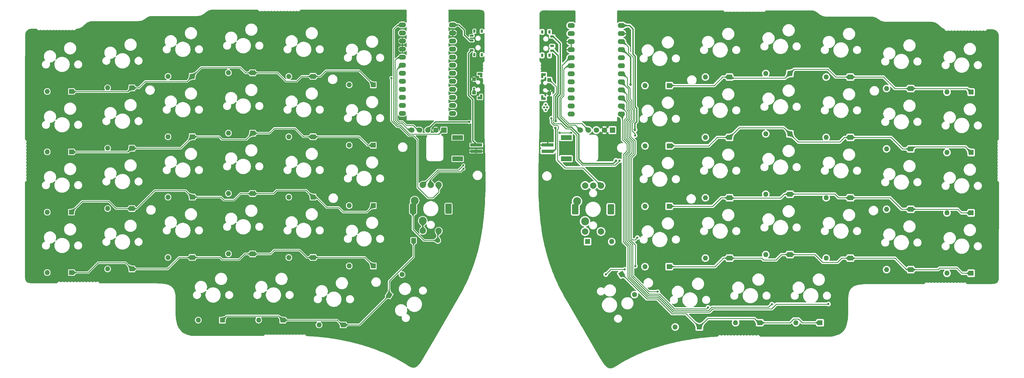
<source format=gbr>
G04 #@! TF.GenerationSoftware,KiCad,Pcbnew,9.0.3*
G04 #@! TF.CreationDate,2025-10-28T13:13:55+10:00*
G04 #@! TF.ProjectId,prototype-mk1_panel,70726f74-6f74-4797-9065-2d6d6b315f70,rev?*
G04 #@! TF.SameCoordinates,Original*
G04 #@! TF.FileFunction,Copper,L1,Top*
G04 #@! TF.FilePolarity,Positive*
%FSLAX46Y46*%
G04 Gerber Fmt 4.6, Leading zero omitted, Abs format (unit mm)*
G04 Created by KiCad (PCBNEW 9.0.3) date 2025-10-28 13:13:55*
%MOMM*%
%LPD*%
G01*
G04 APERTURE LIST*
G04 Aperture macros list*
%AMRoundRect*
0 Rectangle with rounded corners*
0 $1 Rounding radius*
0 $2 $3 $4 $5 $6 $7 $8 $9 X,Y pos of 4 corners*
0 Add a 4 corners polygon primitive as box body*
4,1,4,$2,$3,$4,$5,$6,$7,$8,$9,$2,$3,0*
0 Add four circle primitives for the rounded corners*
1,1,$1+$1,$2,$3*
1,1,$1+$1,$4,$5*
1,1,$1+$1,$6,$7*
1,1,$1+$1,$8,$9*
0 Add four rect primitives between the rounded corners*
20,1,$1+$1,$2,$3,$4,$5,0*
20,1,$1+$1,$4,$5,$6,$7,0*
20,1,$1+$1,$6,$7,$8,$9,0*
20,1,$1+$1,$8,$9,$2,$3,0*%
%AMHorizOval*
0 Thick line with rounded ends*
0 $1 width*
0 $2 $3 position (X,Y) of the first rounded end (center of the circle)*
0 $4 $5 position (X,Y) of the second rounded end (center of the circle)*
0 Add line between two ends*
20,1,$1,$2,$3,$4,$5,0*
0 Add two circle primitives to create the rounded ends*
1,1,$1,$2,$3*
1,1,$1,$4,$5*%
%AMRotRect*
0 Rectangle, with rotation*
0 The origin of the aperture is its center*
0 $1 length*
0 $2 width*
0 $3 Rotation angle, in degrees counterclockwise*
0 Add horizontal line*
21,1,$1,$2,0,0,$3*%
G04 Aperture macros list end*
G04 #@! TA.AperFunction,EtchedComponent*
%ADD10C,0.000000*%
G04 #@! TD*
G04 #@! TA.AperFunction,SMDPad,CuDef*
%ADD11RoundRect,0.180000X0.420000X-0.420000X0.420000X0.420000X-0.420000X0.420000X-0.420000X-0.420000X0*%
G04 #@! TD*
G04 #@! TA.AperFunction,CastellatedPad*
%ADD12O,2.300000X1.600000*%
G04 #@! TD*
G04 #@! TA.AperFunction,ComponentPad*
%ADD13C,2.000000*%
G04 #@! TD*
G04 #@! TA.AperFunction,ComponentPad*
%ADD14RoundRect,0.250000X-0.750000X1.350000X-0.750000X-1.350000X0.750000X-1.350000X0.750000X1.350000X0*%
G04 #@! TD*
G04 #@! TA.AperFunction,ComponentPad*
%ADD15C,2.500000*%
G04 #@! TD*
G04 #@! TA.AperFunction,SMDPad,CuDef*
%ADD16RoundRect,0.090000X-0.535000X0.210000X-0.535000X-0.210000X0.535000X-0.210000X0.535000X0.210000X0*%
G04 #@! TD*
G04 #@! TA.AperFunction,SMDPad,CuDef*
%ADD17RoundRect,0.105000X-0.245000X-0.445000X0.245000X-0.445000X0.245000X0.445000X-0.245000X0.445000X0*%
G04 #@! TD*
G04 #@! TA.AperFunction,SMDPad,CuDef*
%ADD18R,3.800000X1.000000*%
G04 #@! TD*
G04 #@! TA.AperFunction,SMDPad,CuDef*
%ADD19R,3.400000X1.500000*%
G04 #@! TD*
G04 #@! TA.AperFunction,ComponentPad*
%ADD20R,1.700000X1.700000*%
G04 #@! TD*
G04 #@! TA.AperFunction,ComponentPad*
%ADD21C,1.700000*%
G04 #@! TD*
G04 #@! TA.AperFunction,SMDPad,CuDef*
%ADD22RoundRect,0.180000X-0.420000X0.420000X-0.420000X-0.420000X0.420000X-0.420000X0.420000X0.420000X0*%
G04 #@! TD*
G04 #@! TA.AperFunction,SMDPad,CuDef*
%ADD23RoundRect,0.090000X0.535000X-0.210000X0.535000X0.210000X-0.535000X0.210000X-0.535000X-0.210000X0*%
G04 #@! TD*
G04 #@! TA.AperFunction,SMDPad,CuDef*
%ADD24RoundRect,0.105000X0.245000X0.445000X-0.245000X0.445000X-0.245000X-0.445000X0.245000X-0.445000X0*%
G04 #@! TD*
G04 #@! TA.AperFunction,ComponentPad*
%ADD25R,1.600000X1.600000*%
G04 #@! TD*
G04 #@! TA.AperFunction,ComponentPad*
%ADD26O,1.600000X1.600000*%
G04 #@! TD*
G04 #@! TA.AperFunction,ComponentPad*
%ADD27RotRect,1.600000X1.600000X302.000000*%
G04 #@! TD*
G04 #@! TA.AperFunction,ComponentPad*
%ADD28HorizOval,1.600000X0.000000X0.000000X0.000000X0.000000X0*%
G04 #@! TD*
G04 #@! TA.AperFunction,ComponentPad*
%ADD29RotRect,1.600000X1.600000X58.000000*%
G04 #@! TD*
G04 #@! TA.AperFunction,ComponentPad*
%ADD30HorizOval,1.600000X0.000000X0.000000X0.000000X0.000000X0*%
G04 #@! TD*
G04 #@! TA.AperFunction,ViaPad*
%ADD31C,0.700000*%
G04 #@! TD*
G04 #@! TA.AperFunction,ViaPad*
%ADD32C,0.800000*%
G04 #@! TD*
G04 #@! TA.AperFunction,Conductor*
%ADD33C,0.400000*%
G04 #@! TD*
G04 #@! TA.AperFunction,Conductor*
%ADD34C,0.250000*%
G04 #@! TD*
G04 APERTURE END LIST*
D10*
G04 #@! TA.AperFunction,EtchedComponent*
G36*
X205666319Y-52601979D02*
G01*
X204866319Y-52601979D01*
X204866319Y-53301979D01*
X204166319Y-53301979D01*
X204166319Y-51801979D01*
X205666319Y-51801979D01*
X205666319Y-52601979D01*
G37*
G04 #@! TD.AperFunction*
G04 #@! TA.AperFunction,EtchedComponent*
G36*
X204866319Y-59401979D02*
G01*
X205666319Y-59401979D01*
X205666319Y-60201979D01*
X204166319Y-60201979D01*
X204166319Y-58701979D01*
X204866319Y-58701979D01*
X204866319Y-59401979D01*
G37*
G04 #@! TD.AperFunction*
G04 #@! TA.AperFunction,EtchedComponent*
G36*
X185626800Y-53089500D02*
G01*
X184926800Y-53089500D01*
X184926800Y-52389500D01*
X184126800Y-52389500D01*
X184126800Y-51589500D01*
X185626800Y-51589500D01*
X185626800Y-53089500D01*
G37*
G04 #@! TD.AperFunction*
G04 #@! TA.AperFunction,EtchedComponent*
G36*
X185626800Y-59989500D02*
G01*
X184126800Y-59989500D01*
X184126800Y-59189500D01*
X184926800Y-59189500D01*
X184926800Y-58489500D01*
X185626800Y-58489500D01*
X185626800Y-59989500D01*
G37*
G04 #@! TD.AperFunction*
D11*
X206766319Y-58101979D03*
X206766319Y-53901979D03*
D12*
X213686516Y-36740729D03*
X213686516Y-39280729D03*
X213686516Y-41820729D03*
X213686516Y-44360729D03*
X213686516Y-46900729D03*
X213686516Y-49440729D03*
X213686516Y-51980729D03*
X213686516Y-54520729D03*
X213686516Y-57060729D03*
X213686516Y-59600729D03*
X213686516Y-62140729D03*
X213686516Y-64680729D03*
X229526526Y-64680719D03*
X229526526Y-62140719D03*
X229526526Y-59600719D03*
X229526526Y-57060719D03*
X229526526Y-54520719D03*
X229526526Y-51980719D03*
X229526526Y-49440719D03*
X229526526Y-46900719D03*
X229526526Y-44360719D03*
X229526526Y-41820719D03*
X229526526Y-39280719D03*
X229526526Y-36740719D03*
D13*
X223086511Y-87240719D03*
X218086511Y-87240719D03*
X220586511Y-87240719D03*
D14*
X226186511Y-94740719D03*
D15*
X218046511Y-98550719D03*
D13*
X218086511Y-101740719D03*
D15*
X215506511Y-92200719D03*
D14*
X214986511Y-94740719D03*
D13*
X223086511Y-101740719D03*
D16*
X207686511Y-40190719D03*
X207686511Y-43190719D03*
X207686511Y-44690719D03*
D17*
X204536511Y-46140719D03*
X206836511Y-46140719D03*
X204536511Y-38740719D03*
X206836511Y-38740719D03*
D18*
X183726992Y-74428240D03*
X183726992Y-76428240D03*
D19*
X177866992Y-78778240D03*
X177866992Y-72078240D03*
D20*
X173506992Y-69740719D03*
D21*
X170966992Y-69740719D03*
X168426992Y-69740719D03*
X165886992Y-69740719D03*
X163346992Y-69740719D03*
D22*
X183026800Y-53689500D03*
X183026800Y-57889500D03*
D13*
X171896992Y-87028240D03*
X166896992Y-87028240D03*
X169396992Y-87028240D03*
D14*
X174996992Y-94528240D03*
D15*
X166856992Y-98338240D03*
D13*
X166896992Y-101528240D03*
D15*
X164316992Y-91988240D03*
D14*
X163796992Y-94528240D03*
D13*
X171896992Y-101528240D03*
D18*
X206256511Y-76428240D03*
X206256511Y-74428240D03*
D19*
X212116511Y-72078240D03*
X212116511Y-78778240D03*
D20*
X226696511Y-69740719D03*
D21*
X224156511Y-69740719D03*
X221616511Y-69740719D03*
X219076511Y-69740719D03*
X216536511Y-69740719D03*
D23*
X182296992Y-44478240D03*
X182296992Y-41478240D03*
X182296992Y-39978240D03*
D24*
X185446992Y-38528240D03*
X183146992Y-38528240D03*
X185446992Y-45928240D03*
X183146992Y-45928240D03*
D12*
X160456977Y-36528250D03*
X160456977Y-39068250D03*
X160456977Y-41608250D03*
X160456977Y-44148250D03*
X160456977Y-46688250D03*
X160456977Y-49228250D03*
X160456977Y-51768250D03*
X160456977Y-54308250D03*
X160456977Y-56848250D03*
X160456977Y-59388250D03*
X160456977Y-61928250D03*
X160456977Y-64468250D03*
X176296987Y-64468240D03*
X176296987Y-61928240D03*
X176296987Y-59388240D03*
X176296987Y-56848240D03*
X176296987Y-54308240D03*
X176296987Y-51768240D03*
X176296987Y-49228240D03*
X176296987Y-46688240D03*
X176296987Y-44148240D03*
X176296987Y-41608240D03*
X176296987Y-39068240D03*
X176296987Y-36528240D03*
D25*
X301728511Y-72045469D03*
D26*
X294108511Y-72045469D03*
D25*
X282678511Y-89952469D03*
D26*
X275058511Y-89952469D03*
D25*
X151288992Y-74499990D03*
D26*
X143668992Y-74499990D03*
D25*
X75088992Y-56402490D03*
D26*
X67468992Y-56402490D03*
D25*
X339828511Y-114907969D03*
D26*
X332208511Y-114907969D03*
D25*
X244610000Y-74700000D03*
D26*
X236990000Y-74700000D03*
D25*
X151288992Y-55449990D03*
D26*
X143668992Y-55449990D03*
D25*
X320778511Y-113764969D03*
D26*
X313158511Y-113764969D03*
D27*
X229598519Y-115180156D03*
D28*
X233636504Y-121642282D03*
D25*
X151288992Y-112599990D03*
D26*
X143668992Y-112599990D03*
D25*
X113188992Y-89739990D03*
D26*
X105568992Y-89739990D03*
D25*
X339828511Y-95857969D03*
D26*
X332208511Y-95857969D03*
D25*
X94138992Y-71832990D03*
D26*
X86518992Y-71832990D03*
D25*
X56038992Y-76595490D03*
D26*
X48418992Y-76595490D03*
D25*
X94138992Y-52782990D03*
D26*
X86518992Y-52782990D03*
D25*
X301728511Y-91095469D03*
D26*
X294108511Y-91095469D03*
D25*
X263628511Y-110145469D03*
D26*
X256008511Y-110145469D03*
D25*
X151288992Y-93549990D03*
D26*
X143668992Y-93549990D03*
D25*
X339828511Y-57757969D03*
D26*
X332208511Y-57757969D03*
D25*
X113188992Y-108789990D03*
D26*
X105568992Y-108789990D03*
D25*
X94138992Y-109932990D03*
D26*
X86518992Y-109932990D03*
D25*
X263628511Y-72045469D03*
D26*
X256008511Y-72045469D03*
D25*
X244578511Y-93762469D03*
D26*
X236958511Y-93762469D03*
D25*
X339828511Y-76807969D03*
D26*
X332208511Y-76807969D03*
D25*
X263628511Y-91095469D03*
D26*
X256008511Y-91095469D03*
D25*
X56038992Y-114695490D03*
D26*
X48418992Y-114695490D03*
D25*
X301728511Y-52995469D03*
D26*
X294108511Y-52995469D03*
D25*
X113188992Y-70689990D03*
D26*
X105568992Y-70689990D03*
D25*
X282678511Y-51852469D03*
D26*
X275058511Y-51852469D03*
D25*
X301728511Y-110145469D03*
D26*
X294108511Y-110145469D03*
D25*
X132238992Y-52782990D03*
D26*
X124618992Y-52782990D03*
D25*
X244578511Y-55662469D03*
D26*
X236958511Y-55662469D03*
D25*
X218822319Y-104911219D03*
D26*
X226442319Y-104911219D03*
D25*
X320778511Y-56614969D03*
D26*
X313158511Y-56614969D03*
D25*
X292203511Y-130528969D03*
D26*
X284583511Y-130528969D03*
D25*
X132238992Y-90882990D03*
D26*
X124618992Y-90882990D03*
D25*
X56038992Y-95645490D03*
D26*
X48418992Y-95645490D03*
D25*
X273153511Y-130528969D03*
D26*
X265533511Y-130528969D03*
D29*
X156270000Y-121781054D03*
D30*
X160307985Y-115318928D03*
D25*
X254103511Y-131862469D03*
D26*
X246483511Y-131862469D03*
D25*
X163978992Y-104549990D03*
D26*
X171598992Y-104549990D03*
D25*
X122710000Y-129700000D03*
D26*
X115090000Y-129700000D03*
D25*
X94138992Y-90882990D03*
D26*
X86518992Y-90882990D03*
D25*
X113188992Y-51639990D03*
D26*
X105568992Y-51639990D03*
D25*
X282678511Y-109002469D03*
D26*
X275058511Y-109002469D03*
D25*
X320778511Y-94714969D03*
D26*
X313158511Y-94714969D03*
D25*
X132238992Y-109932990D03*
D26*
X124618992Y-109932990D03*
D25*
X244578511Y-112812469D03*
D26*
X236958511Y-112812469D03*
D25*
X75088992Y-75452490D03*
D26*
X67468992Y-75452490D03*
D25*
X282678511Y-70902469D03*
D26*
X275058511Y-70902469D03*
D25*
X56038992Y-57545490D03*
D26*
X48418992Y-57545490D03*
D25*
X103663992Y-129700000D03*
D26*
X96043992Y-129700000D03*
D25*
X75088992Y-94502490D03*
D26*
X67468992Y-94502490D03*
D25*
X263628511Y-52995469D03*
D26*
X256008511Y-52995469D03*
D25*
X132238992Y-71832990D03*
D26*
X124618992Y-71832990D03*
D25*
X320778511Y-75664969D03*
D26*
X313158511Y-75664969D03*
D25*
X75088992Y-113552490D03*
D26*
X67468992Y-113552490D03*
D25*
X141763992Y-131200000D03*
D26*
X134143992Y-131200000D03*
D31*
X205603158Y-61674984D03*
X206050221Y-62513220D03*
X205150218Y-62513220D03*
X205600000Y-63350000D03*
X154411764Y-35697063D03*
X167911764Y-82197063D03*
X178153158Y-38300000D03*
X182675016Y-33653158D03*
X168750000Y-81750000D03*
X91850000Y-132250000D03*
X164575016Y-140753158D03*
X168750000Y-80850000D03*
X153250000Y-130150000D03*
X45575016Y-40953158D03*
X162900000Y-140750000D03*
X91850000Y-131350000D03*
X93525016Y-131353158D03*
X158600000Y-42950000D03*
X118000000Y-115000000D03*
X154411764Y-34797060D03*
X181000000Y-33650000D03*
X158650000Y-40750000D03*
X155250000Y-35250000D03*
X92686780Y-130900218D03*
X45575016Y-40053158D03*
X167911764Y-80397060D03*
X150913220Y-108449779D03*
X178150000Y-40000000D03*
X167650000Y-67750000D03*
X152413220Y-128799779D03*
X163736780Y-142100221D03*
X93525016Y-132253158D03*
X158696842Y-45150000D03*
X152413220Y-129699779D03*
X182675016Y-34553158D03*
X44086780Y-114650218D03*
X152588236Y-107552937D03*
X43900000Y-40050000D03*
X181836780Y-33200218D03*
X167074984Y-80846842D03*
X167074984Y-81746842D03*
X118000000Y-115900000D03*
X150913220Y-107549779D03*
X44925016Y-115103158D03*
X92686780Y-131800221D03*
X154411764Y-36597063D03*
X151750000Y-108000000D03*
X44086780Y-116450221D03*
X92686780Y-132700221D03*
X44736780Y-41400221D03*
X181000000Y-34550000D03*
X163736780Y-140300218D03*
X117163220Y-115449779D03*
X155250000Y-36150000D03*
X118838236Y-115452937D03*
X118000000Y-114099997D03*
X44086780Y-115550221D03*
X118838236Y-114552937D03*
X153574984Y-35246842D03*
X152588236Y-108452937D03*
X43250000Y-115100000D03*
X154088236Y-129702937D03*
X162900000Y-141650000D03*
X44736780Y-40500221D03*
X153250000Y-128349997D03*
X43250000Y-116000000D03*
X153574984Y-36146842D03*
X181836780Y-34100221D03*
X167911764Y-81297063D03*
X44736780Y-39600218D03*
X166750000Y-67750000D03*
X164575016Y-141653158D03*
X151750000Y-107099997D03*
X154088236Y-128802937D03*
X117163220Y-114549779D03*
X151750000Y-108900000D03*
X153250000Y-129250000D03*
X44925016Y-116003158D03*
X181836780Y-35000221D03*
X163736780Y-141200221D03*
X43900000Y-40950000D03*
D32*
X181500000Y-67150097D03*
D31*
X183026800Y-56600000D03*
X156923000Y-53300000D03*
X179700000Y-81950000D03*
X179660000Y-80850000D03*
X256850000Y-125700000D03*
X277000000Y-124700000D03*
D32*
X233776511Y-69650000D03*
X227800000Y-79350000D03*
X208750000Y-66900000D03*
X208726992Y-69023008D03*
D31*
X233826511Y-71454859D03*
X228900000Y-79400000D03*
X207448000Y-66000000D03*
D32*
X206750000Y-59600000D03*
D31*
X235600000Y-33950000D03*
X344613220Y-115799779D03*
X225563220Y-141449779D03*
X207913220Y-33949779D03*
X233924984Y-33946842D03*
X225950000Y-74100000D03*
X344863220Y-41199779D03*
D32*
X204450000Y-57800000D03*
D31*
X208750000Y-34400000D03*
X225000000Y-68450000D03*
X214500000Y-74549997D03*
X346288236Y-114902937D03*
X234761764Y-34397063D03*
X225563220Y-140549779D03*
X215550000Y-83950000D03*
X205963220Y-48999779D03*
X225050000Y-71100000D03*
X297438236Y-131002937D03*
X297438236Y-131902937D03*
X211400000Y-45500000D03*
X231299779Y-40500000D03*
X214500000Y-76350000D03*
X346538236Y-41202937D03*
X209588236Y-33952937D03*
X345450000Y-114449997D03*
X344863220Y-40299779D03*
X215550000Y-83049997D03*
X345450000Y-116250000D03*
X216388236Y-83502937D03*
X215550000Y-84850000D03*
X226400000Y-141000000D03*
X234761764Y-35297063D03*
X214500000Y-75450000D03*
X224274984Y-74996842D03*
X296600000Y-131450000D03*
X345700000Y-40750000D03*
X227238236Y-141452937D03*
X224274984Y-74096842D03*
X214713220Y-84399779D03*
X225111764Y-73647060D03*
X226400000Y-140099997D03*
X206800000Y-50350000D03*
X295763220Y-130999779D03*
X345700000Y-39849997D03*
X216388236Y-84402937D03*
X207913220Y-34849779D03*
X208750000Y-33499997D03*
X207638236Y-49002937D03*
X223374984Y-71096842D03*
X235600000Y-34850000D03*
X296600000Y-132350000D03*
X346538236Y-40302937D03*
X295763220Y-131899779D03*
X345450000Y-115350000D03*
X206800000Y-49450000D03*
X225111764Y-75447063D03*
X223324984Y-68446842D03*
X225950000Y-75000000D03*
X226400000Y-141900000D03*
X296600000Y-130549997D03*
X209588236Y-34852937D03*
X211400000Y-40750000D03*
X206800000Y-48549997D03*
X231302937Y-38000000D03*
X214713220Y-83499779D03*
X233924984Y-34846842D03*
X211403158Y-43000000D03*
X208750000Y-35300000D03*
X344613220Y-114899779D03*
X225111764Y-74547063D03*
X205963220Y-49899779D03*
X345700000Y-41650000D03*
X207638236Y-49902937D03*
X234761764Y-33497060D03*
X227238236Y-140552937D03*
X346288236Y-115802937D03*
D32*
X206750000Y-56550000D03*
D31*
X230550000Y-113700000D03*
X224600000Y-115300000D03*
X233900000Y-112650000D03*
X240950000Y-120750000D03*
X294825000Y-124625000D03*
X234550000Y-103650000D03*
X210051000Y-70550000D03*
X213663348Y-70553242D03*
D32*
X232350000Y-55350000D03*
D33*
X182296992Y-44478240D02*
X181250000Y-45525232D01*
X181250000Y-45525232D02*
X181250000Y-58700000D01*
X182650000Y-73000000D02*
X183726992Y-74076992D01*
X181250000Y-58700000D02*
X182650000Y-60100000D01*
X182650000Y-60100000D02*
X182650000Y-73000000D01*
X183726992Y-74076992D02*
X183726992Y-74428240D01*
X170805232Y-67150000D02*
X168426992Y-69528240D01*
X181499903Y-67150000D02*
X170805232Y-67150000D01*
X181500000Y-67150097D02*
X181499903Y-67150000D01*
D34*
X171598992Y-104549990D02*
X167249990Y-104549990D01*
X167249990Y-104549990D02*
X163796992Y-101096992D01*
X171598992Y-104549990D02*
X171598992Y-101826240D01*
X163796992Y-101096992D02*
X163796992Y-94528240D01*
X166856992Y-98338240D02*
X166856992Y-101488240D01*
D33*
X178278240Y-36528240D02*
X175996987Y-36528240D01*
X181728240Y-41478240D02*
X179950000Y-39700000D01*
X182296992Y-41478240D02*
X181728240Y-41478240D01*
X179950000Y-38200000D02*
X178278240Y-36528240D01*
X179950000Y-39700000D02*
X179950000Y-38200000D01*
D34*
X183026800Y-56600000D02*
X183026800Y-57889500D01*
X77297510Y-56402490D02*
X79300000Y-54400000D01*
X75088992Y-56402490D02*
X77297510Y-56402490D01*
X146839002Y-51000000D02*
X151288992Y-55449990D01*
X79300000Y-54400000D02*
X92521982Y-54400000D01*
X121039990Y-51639990D02*
X123700000Y-54300000D01*
X73912992Y-57578490D02*
X75088992Y-56402490D01*
X56071992Y-57578490D02*
X73912992Y-57578490D01*
X92521982Y-54400000D02*
X94138992Y-52782990D01*
X109300000Y-50000000D02*
X110939990Y-51639990D01*
X132238992Y-52782990D02*
X134517010Y-52782990D01*
X110939990Y-51639990D02*
X113188992Y-51639990D01*
X94138992Y-52782990D02*
X96921982Y-50000000D01*
X136300000Y-51000000D02*
X146839002Y-51000000D01*
X128617010Y-52782990D02*
X132238992Y-52782990D01*
X127100000Y-54300000D02*
X128617010Y-52782990D01*
X113188992Y-51639990D02*
X121039990Y-51639990D01*
X134517010Y-52782990D02*
X136300000Y-51000000D01*
X123700000Y-54300000D02*
X127100000Y-54300000D01*
X96921982Y-50000000D02*
X109300000Y-50000000D01*
X75088992Y-75452490D02*
X90519492Y-75452490D01*
X102732990Y-71832990D02*
X103600000Y-72700000D01*
X120000000Y-69200000D02*
X126600000Y-69200000D01*
X149499990Y-74499990D02*
X151288992Y-74499990D01*
X56071992Y-76628490D02*
X73912992Y-76628490D01*
X94138992Y-71832990D02*
X102732990Y-71832990D01*
X129232990Y-71832990D02*
X132238992Y-71832990D01*
X103600000Y-72700000D02*
X111178982Y-72700000D01*
X118510010Y-70689990D02*
X120000000Y-69200000D01*
X146832990Y-71832990D02*
X149499990Y-74499990D01*
X73912992Y-76628490D02*
X75088992Y-75452490D01*
X113188992Y-70689990D02*
X118510010Y-70689990D01*
X90519492Y-75452490D02*
X94138992Y-71832990D01*
X132238992Y-71832990D02*
X146832990Y-71832990D01*
X111178982Y-72700000D02*
X113188992Y-70689990D01*
X126600000Y-69200000D02*
X129232990Y-71832990D01*
X107300000Y-91800000D02*
X109360010Y-89739990D01*
X119760010Y-89739990D02*
X120800000Y-88700000D01*
X130056002Y-88700000D02*
X132238992Y-90882990D01*
X141800000Y-95600000D02*
X149238982Y-95600000D01*
X56038992Y-95645490D02*
X59484482Y-92200000D01*
X67800000Y-92200000D02*
X70102490Y-94502490D01*
X94138992Y-90882990D02*
X103182990Y-90882990D01*
X82300000Y-88800000D02*
X92056002Y-88800000D01*
X76597510Y-94502490D02*
X82300000Y-88800000D01*
X104100000Y-91800000D02*
X107300000Y-91800000D01*
X113188992Y-89739990D02*
X119760010Y-89739990D01*
X92056002Y-88800000D02*
X94138992Y-90882990D01*
X103182990Y-90882990D02*
X104100000Y-91800000D01*
X140400000Y-94200000D02*
X141800000Y-95600000D01*
X109360010Y-89739990D02*
X113188992Y-89739990D01*
X136600000Y-94200000D02*
X140400000Y-94200000D01*
X120800000Y-88700000D02*
X130056002Y-88700000D01*
X59484482Y-92200000D02*
X67800000Y-92200000D01*
X149238982Y-95600000D02*
X151288992Y-93549990D01*
X132238992Y-90882990D02*
X133282990Y-90882990D01*
X75088992Y-94502490D02*
X76597510Y-94502490D01*
X133282990Y-90882990D02*
X136600000Y-94200000D01*
X70102490Y-94502490D02*
X75088992Y-94502490D01*
X113188992Y-108789990D02*
X118810010Y-108789990D01*
X132238992Y-109932990D02*
X148621992Y-109932990D01*
X110710010Y-108789990D02*
X113188992Y-108789990D01*
X130332990Y-109932990D02*
X132238992Y-109932990D01*
X89967010Y-109932990D02*
X94138992Y-109932990D01*
X56038992Y-114695490D02*
X61304510Y-114695490D01*
X94138992Y-109932990D02*
X102932990Y-109932990D01*
X75088992Y-113552490D02*
X86347510Y-113552490D01*
X103600000Y-110600000D02*
X108900000Y-110600000D01*
X73136502Y-111600000D02*
X75088992Y-113552490D01*
X120000000Y-107600000D02*
X128000000Y-107600000D01*
X64400000Y-111600000D02*
X73136502Y-111600000D01*
X61304510Y-114695490D02*
X64400000Y-111600000D01*
X102932990Y-109932990D02*
X103600000Y-110600000D01*
X118810010Y-108789990D02*
X120000000Y-107600000D01*
X128000000Y-107600000D02*
X130332990Y-109932990D01*
X148621992Y-109932990D02*
X151288992Y-112599990D01*
X86347510Y-113552490D02*
X89967010Y-109932990D01*
X108900000Y-110600000D02*
X110710010Y-108789990D01*
X104963992Y-128400000D02*
X103663992Y-129700000D01*
X121410000Y-128400000D02*
X104963992Y-128400000D01*
X122710000Y-129700000D02*
X121410000Y-128400000D01*
X156270000Y-117380000D02*
X163978992Y-109671008D01*
X122710000Y-129700000D02*
X139814002Y-129700000D01*
X139814002Y-129700000D02*
X141314002Y-131200000D01*
X163978992Y-109671008D02*
X163978992Y-104549990D01*
X156270000Y-121781054D02*
X156270000Y-117380000D01*
X141314002Y-131200000D02*
X146851054Y-131200000D01*
X146851054Y-131200000D02*
X156270000Y-121781054D01*
X157648000Y-37902000D02*
X159021750Y-36528250D01*
X159750000Y-68102000D02*
X158984957Y-68102000D01*
X172035232Y-71000000D02*
X162648000Y-71000000D01*
X173506992Y-69528240D02*
X172035232Y-71000000D01*
X162648000Y-71000000D02*
X159750000Y-68102000D01*
X157648000Y-66765040D02*
X157648000Y-37902000D01*
X159021750Y-36528250D02*
X160756977Y-36528250D01*
X158984957Y-68102000D02*
X157750000Y-66867043D01*
X157750000Y-66867043D02*
X157648000Y-66765040D01*
X160309520Y-67601000D02*
X159192477Y-67601000D01*
X163346992Y-69528240D02*
X162236760Y-69528240D01*
X158149000Y-66557523D02*
X158149000Y-47651001D01*
X159111750Y-46688250D02*
X160756977Y-46688250D01*
X158149000Y-47651001D02*
X159111750Y-46688250D01*
X159192477Y-67601000D02*
X158149000Y-66557523D01*
X162236760Y-69528240D02*
X160309520Y-67601000D01*
X165128240Y-69528240D02*
X163850000Y-68250000D01*
X160517040Y-67100000D02*
X159400000Y-67100000D01*
X158650000Y-66350000D02*
X158650000Y-50650000D01*
X163850000Y-68250000D02*
X161667040Y-68250000D01*
X161667040Y-68250000D02*
X160517040Y-67100000D01*
X159400000Y-67100000D02*
X158650000Y-66350000D01*
X158650000Y-50650000D02*
X160071750Y-49228250D01*
X165886992Y-69528240D02*
X165128240Y-69528240D01*
X157542471Y-67368040D02*
X157542479Y-67368040D01*
X156923000Y-66748561D02*
X157363090Y-67188653D01*
X165250000Y-87800000D02*
X168550000Y-91100000D01*
X157363090Y-67188653D02*
X157542471Y-67368040D01*
X170100000Y-91100000D02*
X171896992Y-89303008D01*
X158824439Y-68650000D02*
X159589480Y-68650000D01*
X157542479Y-67368040D02*
X158824439Y-68650000D01*
X162440480Y-71501000D02*
X164001000Y-71501000D01*
X164001000Y-71501000D02*
X165250000Y-72750000D01*
X165250000Y-72750000D02*
X165250000Y-87800000D01*
X156923000Y-53300000D02*
X156923000Y-66748561D01*
X159589480Y-68650000D02*
X162440480Y-71501000D01*
X171896992Y-89303008D02*
X171896992Y-87028240D01*
X168550000Y-91100000D02*
X170100000Y-91100000D01*
X171782752Y-82851000D02*
X169396992Y-85236760D01*
X169396992Y-85236760D02*
X169396992Y-87028240D01*
X178799000Y-82851000D02*
X171782752Y-82851000D01*
X179700000Y-81950000D02*
X178799000Y-82851000D01*
X178160000Y-82350000D02*
X171575232Y-82350000D01*
X179660000Y-80850000D02*
X178160000Y-82350000D01*
X171575232Y-82350000D02*
X166896992Y-87028240D01*
X231099000Y-77868041D02*
X232260319Y-76706723D01*
X231200000Y-61050000D02*
X229750719Y-59600719D01*
X256850000Y-125700000D02*
X256401000Y-126149000D01*
X256401000Y-126149000D02*
X246199000Y-126149000D01*
X231200000Y-63400000D02*
X231200000Y-61050000D01*
X231653526Y-66004994D02*
X231653526Y-63853526D01*
X232260319Y-73743279D02*
X230883520Y-72366480D01*
X241550000Y-121500000D02*
X238241480Y-121500000D01*
X232552000Y-115810520D02*
X232552000Y-106019040D01*
X246199000Y-126149000D02*
X241550000Y-121500000D01*
X231099000Y-104566040D02*
X231099000Y-77868041D01*
X230883520Y-72366480D02*
X230883520Y-66775000D01*
X238241480Y-121500000D02*
X232552000Y-115810520D01*
X232260319Y-76706723D02*
X232260319Y-73743279D01*
X230883520Y-66775000D02*
X231653526Y-66004994D01*
X231653526Y-63853526D02*
X231200000Y-63400000D01*
X232552000Y-106019040D02*
X231099000Y-104566040D01*
X230598000Y-104773560D02*
X230598000Y-77660520D01*
X231759319Y-76499202D02*
X231759319Y-73950799D01*
X231759319Y-73950799D02*
X230351000Y-72542480D01*
X230351000Y-72542480D02*
X230351000Y-66599000D01*
X276850000Y-124700000D02*
X275901000Y-125649000D01*
X258051000Y-125649000D02*
X257050000Y-126650000D01*
X230598000Y-77660520D02*
X231759319Y-76499202D01*
X238000000Y-122000000D02*
X232051000Y-116051000D01*
X245950000Y-126650000D02*
X241300000Y-122000000D01*
X241300000Y-122000000D02*
X238000000Y-122000000D01*
X231152526Y-65797474D02*
X231152526Y-64066719D01*
X277000000Y-124700000D02*
X276850000Y-124700000D01*
X231152526Y-64066719D02*
X229226526Y-62140719D01*
X232051000Y-116051000D02*
X232051000Y-106226560D01*
X232051000Y-106226560D02*
X230598000Y-104773560D01*
X230351000Y-66599000D02*
X231152526Y-65797474D01*
X275901000Y-125649000D02*
X258051000Y-125649000D01*
X257050000Y-126650000D02*
X245950000Y-126650000D01*
X320778511Y-75664969D02*
X318214969Y-75664969D01*
X339828511Y-76807969D02*
X338020542Y-75000000D01*
X318214969Y-75664969D02*
X314595469Y-72045469D01*
X314595469Y-72045469D02*
X301728511Y-72045469D01*
X266723980Y-68950000D02*
X263628511Y-72045469D01*
X259754531Y-72045469D02*
X257100000Y-74700000D01*
X298450000Y-73500000D02*
X285276042Y-73500000D01*
X299904531Y-72045469D02*
X298450000Y-73500000D01*
X282678511Y-70902469D02*
X280726042Y-68950000D01*
X263628511Y-72045469D02*
X259754531Y-72045469D01*
X338020542Y-75000000D02*
X321443480Y-75000000D01*
X285276042Y-73500000D02*
X282678511Y-70902469D01*
X257100000Y-74700000D02*
X244610000Y-74700000D01*
X280726042Y-68950000D02*
X266723980Y-68950000D01*
X301728511Y-72045469D02*
X299904531Y-72045469D01*
D33*
X233800000Y-46450000D02*
X233150000Y-45800000D01*
X210224000Y-50102892D02*
X210223000Y-50103892D01*
X233776511Y-67530679D02*
X234300000Y-67007190D01*
X210223000Y-50103892D02*
X210223000Y-58503892D01*
X209423000Y-65737588D02*
X212412413Y-68727000D01*
X217350000Y-80200000D02*
X226950000Y-80200000D01*
X233776511Y-69650000D02*
X233776511Y-67530679D01*
X234300000Y-67007190D02*
X234300000Y-62831412D01*
X209400000Y-59326892D02*
X209400000Y-65686554D01*
X209400000Y-65686554D02*
X209423000Y-65709554D01*
X232090719Y-36740719D02*
X229226526Y-36740719D01*
X213677000Y-68727000D02*
X216050000Y-71100000D01*
X233800000Y-62331412D02*
X233800000Y-46450000D01*
X216050000Y-71100000D02*
X216050000Y-78900000D01*
X212412413Y-68727000D02*
X213677000Y-68727000D01*
X209423000Y-65709554D02*
X209423000Y-65737588D01*
X216050000Y-78900000D02*
X217350000Y-80200000D01*
X233150000Y-37800000D02*
X232090719Y-36740719D01*
X207990719Y-40190719D02*
X210224000Y-42424000D01*
X210223000Y-58503892D02*
X209400000Y-59326892D01*
X226950000Y-80200000D02*
X227800000Y-79350000D01*
X233150000Y-45800000D02*
X233150000Y-37800000D01*
X210224000Y-42424000D02*
X210224000Y-50102892D01*
X234300000Y-62831412D02*
X233800000Y-62331412D01*
X208726992Y-69023008D02*
X208750000Y-69046016D01*
X207971760Y-76428240D02*
X206256511Y-76428240D01*
X209573000Y-46223000D02*
X209573000Y-58233238D01*
X208750000Y-75650000D02*
X207971760Y-76428240D01*
X209573000Y-58233238D02*
X208749000Y-59057239D01*
X208040719Y-44690719D02*
X209573000Y-46223000D01*
X208750000Y-69046016D02*
X208750000Y-75650000D01*
X208749000Y-59057239D02*
X208749000Y-66899000D01*
X208749000Y-66899000D02*
X208750000Y-66900000D01*
D34*
X213438412Y-69303000D02*
X215474000Y-71338588D01*
X233701000Y-63047000D02*
X233204000Y-62550000D01*
X210450000Y-67700000D02*
X212053000Y-69303000D01*
X206851979Y-53901979D02*
X208997000Y-56047000D01*
X231750000Y-43500000D02*
X230070719Y-41820719D01*
X233826511Y-70926511D02*
X232901000Y-70001000D01*
X208997000Y-57994650D02*
X208173000Y-58818653D01*
X208452570Y-67700000D02*
X210450000Y-67700000D01*
X215474000Y-79138588D02*
X217111413Y-80776000D01*
X232901000Y-70001000D02*
X232901000Y-67591602D01*
X233701000Y-66791602D02*
X233701000Y-63047000D01*
X232901000Y-67591602D02*
X233701000Y-66791602D01*
X208173000Y-58818653D02*
X208173000Y-66379570D01*
X233826511Y-71454859D02*
X233826511Y-70926511D01*
X215474000Y-71338588D02*
X215474000Y-79138588D01*
X207950000Y-66602570D02*
X207950000Y-67197430D01*
X233200000Y-46700000D02*
X231750000Y-45250000D01*
X217111413Y-80776000D02*
X227524000Y-80776000D01*
X207950000Y-67197430D02*
X208452570Y-67700000D01*
X208997000Y-56047000D02*
X208997000Y-57994650D01*
X231750000Y-45250000D02*
X231750000Y-43500000D01*
X212053000Y-69303000D02*
X213438412Y-69303000D01*
X233200000Y-59650000D02*
X233200000Y-46700000D01*
X233204000Y-59654000D02*
X233200000Y-59650000D01*
X233204000Y-62550000D02*
X233204000Y-59654000D01*
X227524000Y-80776000D02*
X228900000Y-79400000D01*
X208173000Y-66379570D02*
X207950000Y-66602570D01*
X209600000Y-68505578D02*
X209295422Y-68201000D01*
X207449000Y-66001000D02*
X207448000Y-66000000D01*
X223086511Y-87240719D02*
X217496792Y-81651000D01*
X207449000Y-67404950D02*
X207449000Y-66001000D01*
X209326000Y-79189729D02*
X209326000Y-69521430D01*
X209326000Y-69521430D02*
X209600000Y-69247430D01*
X208245049Y-68201000D02*
X207449000Y-67404950D01*
X211787271Y-81651000D02*
X209326000Y-79189729D01*
X208245049Y-68201000D02*
X209295422Y-68201000D01*
X209600000Y-69247430D02*
X209600000Y-68505578D01*
X217496792Y-81651000D02*
X211787271Y-81651000D01*
X261454531Y-52995469D02*
X258787531Y-55662469D01*
X294650000Y-50500000D02*
X284030980Y-50500000D01*
X263628511Y-52995469D02*
X261454531Y-52995469D01*
X312195469Y-52995469D02*
X301728511Y-52995469D01*
X258787531Y-55662469D02*
X244578511Y-55662469D01*
X339828511Y-57757969D02*
X338652511Y-56581969D01*
X301728511Y-52995469D02*
X297145469Y-52995469D01*
X281150000Y-53350000D02*
X263983042Y-53350000D01*
X320778511Y-56614969D02*
X315814969Y-56614969D01*
X315814969Y-56614969D02*
X312195469Y-52995469D01*
X282647531Y-51852469D02*
X281150000Y-53350000D01*
X297145469Y-52995469D02*
X294650000Y-50500000D01*
X284030980Y-50500000D02*
X282678511Y-51852469D01*
X338652511Y-56581969D02*
X320811511Y-56581969D01*
X317914969Y-94714969D02*
X314295469Y-91095469D01*
X280947531Y-89952469D02*
X279700000Y-91200000D01*
X314295469Y-91095469D02*
X301728511Y-91095469D01*
X297995469Y-91095469D02*
X296819469Y-89919469D01*
X282678511Y-89952469D02*
X280947531Y-89952469D01*
X336757969Y-95857969D02*
X335581969Y-94681969D01*
X263628511Y-91095469D02*
X261004531Y-91095469D01*
X296819469Y-89919469D02*
X282711511Y-89919469D01*
X339828511Y-95857969D02*
X336757969Y-95857969D01*
X320778511Y-94714969D02*
X317914969Y-94714969D01*
X301728511Y-91095469D02*
X297995469Y-91095469D01*
X261004531Y-91095469D02*
X258337531Y-93762469D01*
X258337531Y-93762469D02*
X244578511Y-93762469D01*
X279700000Y-91200000D02*
X263733042Y-91200000D01*
X335581969Y-94681969D02*
X320811511Y-94681969D01*
X329900000Y-113250000D02*
X329385031Y-113764969D01*
X335300000Y-113250000D02*
X329900000Y-113250000D01*
X273795469Y-110145469D02*
X263628511Y-110145469D01*
X320778511Y-113764969D02*
X319464969Y-113764969D01*
X278300000Y-110700000D02*
X274350000Y-110700000D01*
X279997531Y-109002469D02*
X278300000Y-110700000D01*
X319464969Y-113764969D02*
X315845469Y-110145469D01*
X301728511Y-110145469D02*
X299004531Y-110145469D01*
X282678511Y-109002469D02*
X279997531Y-109002469D01*
X336957969Y-114907969D02*
X335300000Y-113250000D01*
X293050000Y-111500000D02*
X290552469Y-109002469D01*
X261704531Y-110145469D02*
X259037531Y-112812469D01*
X329385031Y-113764969D02*
X320778511Y-113764969D01*
X290552469Y-109002469D02*
X282678511Y-109002469D01*
X263628511Y-110145469D02*
X261704531Y-110145469D01*
X274350000Y-110700000D02*
X273795469Y-110145469D01*
X339828511Y-114907969D02*
X336957969Y-114907969D01*
X315845469Y-110145469D02*
X301728511Y-110145469D01*
X299004531Y-110145469D02*
X297650000Y-111500000D01*
X259037531Y-112812469D02*
X244578511Y-112812469D01*
X297650000Y-111500000D02*
X293050000Y-111500000D01*
D33*
X206766319Y-58101979D02*
X206766319Y-59583681D01*
X206766319Y-58101979D02*
X204751979Y-58101979D01*
X206766319Y-59583681D02*
X206750000Y-59600000D01*
X206766319Y-58101979D02*
X206766319Y-56566319D01*
X206766319Y-56566319D02*
X206750000Y-56550000D01*
X204751979Y-58101979D02*
X204450000Y-57800000D01*
D34*
X229730156Y-115180156D02*
X237552000Y-123002000D01*
X249893042Y-127652000D02*
X254103511Y-131862469D01*
X292203511Y-130528969D02*
X286578969Y-130528969D01*
X271492062Y-129200000D02*
X256765980Y-129200000D01*
X272821031Y-130528969D02*
X271492062Y-129200000D01*
X283850000Y-129350000D02*
X282671031Y-130528969D01*
X256765980Y-129200000D02*
X254103511Y-131862469D01*
X282671031Y-130528969D02*
X273153511Y-130528969D01*
X240884960Y-123002000D02*
X245534960Y-127652000D01*
X245534960Y-127652000D02*
X249893042Y-127652000D01*
X285400000Y-129350000D02*
X283850000Y-129350000D01*
X237552000Y-123002000D02*
X240884960Y-123002000D01*
X286578969Y-130528969D02*
X285400000Y-129350000D01*
X232817040Y-72882959D02*
X231885520Y-71951439D01*
X230550000Y-113700000D02*
X226200000Y-113700000D01*
X232655526Y-66420036D02*
X232655526Y-63438485D01*
X226200000Y-113700000D02*
X224600000Y-115300000D01*
X231885520Y-67190041D02*
X232655526Y-66420036D01*
X231885520Y-71951439D02*
X231885520Y-67190041D01*
X233900000Y-112650000D02*
X233900000Y-105950000D01*
X232150000Y-104200000D02*
X232150000Y-78234084D01*
X231750000Y-56728208D02*
X229542511Y-54520719D01*
X232202000Y-60502000D02*
X231750000Y-60050000D01*
X231750000Y-60050000D02*
X231750000Y-56728208D01*
X232655526Y-63438485D02*
X232202000Y-62984960D01*
X232202000Y-62984960D02*
X232202000Y-60502000D01*
X233900000Y-105950000D02*
X232150000Y-104200000D01*
X233301000Y-77083085D02*
X233301000Y-73366917D01*
X233301000Y-73366917D02*
X232817040Y-72882959D01*
X232150000Y-78234084D02*
X233301000Y-77083085D01*
X210799000Y-58742480D02*
X210799000Y-50342479D01*
X210800000Y-49325000D02*
X213224271Y-46900729D01*
X214946792Y-68151000D02*
X212651000Y-68151000D01*
X216536511Y-69740719D02*
X214946792Y-68151000D01*
X210799000Y-50342479D02*
X210800000Y-50341480D01*
X209999000Y-65499000D02*
X209999000Y-59542480D01*
X212651000Y-68151000D02*
X209999000Y-65499000D01*
X210800000Y-50341480D02*
X210800000Y-49325000D01*
X209999000Y-59542480D02*
X210799000Y-58742480D01*
X232154526Y-63646006D02*
X231701000Y-63192480D01*
X233053000Y-115603000D02*
X233053000Y-105811520D01*
X231600000Y-104358520D02*
X231600000Y-78075562D01*
X231200000Y-60250000D02*
X231200000Y-58400000D01*
X231600000Y-78075562D02*
X231862782Y-77812782D01*
X240950000Y-120750000D02*
X238200000Y-120750000D01*
X231701000Y-63192480D02*
X231701000Y-60751000D01*
X231200000Y-58400000D02*
X229860719Y-57060719D01*
X238200000Y-120750000D02*
X233053000Y-115603000D01*
X231384520Y-72158960D02*
X231384520Y-66982520D01*
X231862782Y-77812782D02*
X232800000Y-76875562D01*
X231701000Y-60751000D02*
X231200000Y-60250000D01*
X232154526Y-66212515D02*
X232154526Y-63646006D01*
X231384520Y-66982520D02*
X232154526Y-66212515D01*
X232800000Y-76875562D02*
X232800000Y-73574439D01*
X232800000Y-73574439D02*
X231384520Y-72158960D01*
X233053000Y-105811520D02*
X231600000Y-104358520D01*
X258258520Y-126150000D02*
X257257520Y-127151000D01*
X294825000Y-124625000D02*
X294800000Y-124650000D01*
X294800000Y-124650000D02*
X278400000Y-124650000D01*
X231258319Y-74158319D02*
X229850000Y-72750000D01*
X241092480Y-122501000D02*
X237792479Y-122501000D01*
X237792479Y-122501000D02*
X231550000Y-116258521D01*
X230097000Y-77453000D02*
X231258319Y-76291681D01*
X231258319Y-76291681D02*
X231258319Y-74158319D01*
X229850000Y-72750000D02*
X229850000Y-65304193D01*
X231550000Y-116258521D02*
X231550000Y-106434080D01*
X276900000Y-126150000D02*
X258258520Y-126150000D01*
X245742480Y-127151000D02*
X241092480Y-122501000D01*
X231550000Y-106434080D02*
X230097000Y-104981080D01*
X257257520Y-127151000D02*
X245742480Y-127151000D01*
X278400000Y-124650000D02*
X276900000Y-126150000D01*
X230097000Y-104981080D02*
X230097000Y-77453000D01*
X234550000Y-103650000D02*
X233850000Y-104350000D01*
X232651000Y-78441605D02*
X233802000Y-77290605D01*
X232703000Y-62777439D02*
X232703000Y-60294480D01*
X233200000Y-66584082D02*
X233200000Y-63274437D01*
X233802000Y-73159395D02*
X233371301Y-72728699D01*
X231400000Y-53300000D02*
X230080719Y-51980719D01*
X232400000Y-67384082D02*
X233200000Y-66584082D01*
X232703000Y-60294480D02*
X232251000Y-59842480D01*
X233200000Y-63274437D02*
X232703000Y-62777439D01*
X233371301Y-72728699D02*
X232400000Y-71757398D01*
X232251000Y-56501000D02*
X231400000Y-55650000D01*
X231400000Y-55650000D02*
X231400000Y-53300000D01*
X233008520Y-104350000D02*
X232651000Y-103992480D01*
X232400000Y-71757398D02*
X232400000Y-67384082D01*
X232251000Y-59842480D02*
X232251000Y-56501000D01*
X233850000Y-104350000D02*
X233008520Y-104350000D01*
X233802000Y-77290605D02*
X233802000Y-73159395D01*
X232651000Y-103992480D02*
X232651000Y-78441605D01*
X211300000Y-50550000D02*
X212409271Y-49440729D01*
X212900000Y-67650000D02*
X210500000Y-65250000D01*
X212409271Y-49440729D02*
X213986516Y-49440729D01*
X219076511Y-69740719D02*
X216985792Y-67650000D01*
X210500000Y-59750000D02*
X211300000Y-58950000D01*
X210500000Y-65250000D02*
X210500000Y-59750000D01*
X216985792Y-67650000D02*
X212900000Y-67650000D01*
X211300000Y-58950000D02*
X211300000Y-50550000D01*
X213660106Y-70550000D02*
X213663348Y-70553242D01*
X210051000Y-70550000D02*
X213660106Y-70550000D01*
D33*
X232350000Y-55350000D02*
X232350000Y-46700000D01*
X232350000Y-46700000D02*
X230010719Y-44360719D01*
G04 #@! TA.AperFunction,Conductor*
G36*
X184296181Y-31721864D02*
G01*
X184708223Y-31731619D01*
X184715218Y-31731950D01*
X184914574Y-31746131D01*
X184921189Y-31746749D01*
X185116641Y-31769453D01*
X185124908Y-31770650D01*
X185310618Y-31802932D01*
X185320912Y-31805099D01*
X185493225Y-31847781D01*
X185505759Y-31851476D01*
X185661242Y-31904868D01*
X185676231Y-31910944D01*
X185811837Y-31974686D01*
X185829052Y-31984214D01*
X185943112Y-32057581D01*
X185961664Y-32071681D01*
X186054468Y-32154435D01*
X186072539Y-32173684D01*
X186146342Y-32267774D01*
X186161517Y-32291411D01*
X186218758Y-32402347D01*
X186229138Y-32428109D01*
X186269654Y-32564044D01*
X186274832Y-32589110D01*
X186295465Y-32763635D01*
X186296495Y-32781101D01*
X186297452Y-37868228D01*
X186277504Y-37942732D01*
X186222976Y-37997280D01*
X186148480Y-38017256D01*
X186073976Y-37997308D01*
X186019428Y-37942780D01*
X186014592Y-37933696D01*
X186013634Y-37931737D01*
X185985316Y-37873811D01*
X185901421Y-37789916D01*
X185831136Y-37755555D01*
X185794830Y-37737806D01*
X185725744Y-37727740D01*
X185725734Y-37727740D01*
X185168250Y-37727740D01*
X185168239Y-37727740D01*
X185099153Y-37737806D01*
X184992562Y-37789916D01*
X184908668Y-37873810D01*
X184856558Y-37980401D01*
X184846492Y-38049487D01*
X184846492Y-39006992D01*
X184856558Y-39076078D01*
X184856559Y-39076080D01*
X184908668Y-39182669D01*
X184992563Y-39266564D01*
X185099152Y-39318673D01*
X185112603Y-39320632D01*
X185168239Y-39328739D01*
X185168247Y-39328739D01*
X185168250Y-39328740D01*
X185168252Y-39328740D01*
X185725732Y-39328740D01*
X185725734Y-39328740D01*
X185725736Y-39328739D01*
X185725744Y-39328739D01*
X185767928Y-39322592D01*
X185794832Y-39318673D01*
X185901421Y-39266564D01*
X185985316Y-39182669D01*
X186014843Y-39122271D01*
X186065493Y-39064113D01*
X186138442Y-39039070D01*
X186214140Y-39053855D01*
X186272303Y-39104509D01*
X186297346Y-39177458D01*
X186297700Y-39187688D01*
X186298845Y-45271076D01*
X186278897Y-45345580D01*
X186224369Y-45400128D01*
X186149873Y-45420104D01*
X186075369Y-45400156D01*
X186020821Y-45345628D01*
X186015985Y-45336545D01*
X186011388Y-45327142D01*
X185985316Y-45273811D01*
X185901421Y-45189916D01*
X185794832Y-45137807D01*
X185794830Y-45137806D01*
X185725744Y-45127740D01*
X185725734Y-45127740D01*
X185168250Y-45127740D01*
X185168239Y-45127740D01*
X185099153Y-45137806D01*
X184992562Y-45189916D01*
X184908668Y-45273810D01*
X184856558Y-45380401D01*
X184846492Y-45449487D01*
X184846492Y-46406992D01*
X184856558Y-46476078D01*
X184856559Y-46476080D01*
X184908668Y-46582669D01*
X184992563Y-46666564D01*
X185099152Y-46718673D01*
X185112603Y-46720632D01*
X185168239Y-46728739D01*
X185168247Y-46728739D01*
X185168250Y-46728740D01*
X185168252Y-46728740D01*
X185725732Y-46728740D01*
X185725734Y-46728740D01*
X185725736Y-46728739D01*
X185725744Y-46728739D01*
X185767928Y-46722592D01*
X185794832Y-46718673D01*
X185901421Y-46666564D01*
X185985316Y-46582669D01*
X186016233Y-46519427D01*
X186066886Y-46461266D01*
X186139835Y-46436222D01*
X186215532Y-46451009D01*
X186273695Y-46501663D01*
X186298739Y-46574612D01*
X186299092Y-46584841D01*
X186299354Y-47975308D01*
X186279406Y-48049812D01*
X186224878Y-48104360D01*
X186207374Y-48112994D01*
X186168186Y-48129225D01*
X186168184Y-48129227D01*
X186053461Y-48205883D01*
X186053454Y-48205889D01*
X185955889Y-48303454D01*
X185955883Y-48303461D01*
X185879227Y-48418184D01*
X185879224Y-48418190D01*
X185826420Y-48545670D01*
X185826419Y-48545674D01*
X185799500Y-48681006D01*
X185799500Y-48818993D01*
X185826419Y-48954325D01*
X185826420Y-48954329D01*
X185879224Y-49081809D01*
X185879225Y-49081813D01*
X185936293Y-49167220D01*
X185961085Y-49240255D01*
X185946038Y-49315901D01*
X185936293Y-49332780D01*
X185879225Y-49418186D01*
X185879224Y-49418190D01*
X185826420Y-49545670D01*
X185826419Y-49545674D01*
X185799500Y-49681006D01*
X185799500Y-49818993D01*
X185826419Y-49954325D01*
X185826420Y-49954329D01*
X185879224Y-50081809D01*
X185879225Y-50081813D01*
X185936293Y-50167220D01*
X185961085Y-50240255D01*
X185946038Y-50315901D01*
X185936293Y-50332780D01*
X185879225Y-50418186D01*
X185879224Y-50418190D01*
X185826420Y-50545670D01*
X185826419Y-50545674D01*
X185799500Y-50681006D01*
X185799500Y-50818993D01*
X185826419Y-50954325D01*
X185826420Y-50954329D01*
X185879223Y-51081808D01*
X185879224Y-51081810D01*
X185879225Y-51081811D01*
X185916478Y-51137564D01*
X185941270Y-51210598D01*
X185926223Y-51286244D01*
X185875370Y-51344233D01*
X185802335Y-51369025D01*
X185735571Y-51358003D01*
X185724575Y-51353448D01*
X185626800Y-51334000D01*
X184126800Y-51334000D01*
X184029026Y-51353448D01*
X184029022Y-51353450D01*
X183946134Y-51408833D01*
X183946133Y-51408834D01*
X183890750Y-51491722D01*
X183890748Y-51491726D01*
X183871300Y-51589499D01*
X183871300Y-52389500D01*
X183890528Y-52486169D01*
X183890749Y-52487276D01*
X183890750Y-52487277D01*
X183946011Y-52569983D01*
X183946134Y-52570166D01*
X184029024Y-52625551D01*
X184126800Y-52645000D01*
X184522300Y-52645000D01*
X184596800Y-52664962D01*
X184651338Y-52719500D01*
X184671300Y-52794000D01*
X184671300Y-53089500D01*
X184688658Y-53176767D01*
X184690749Y-53187276D01*
X184713243Y-53220941D01*
X184732659Y-53250000D01*
X184746134Y-53270166D01*
X184829024Y-53325551D01*
X184926800Y-53345000D01*
X185626798Y-53345000D01*
X185626800Y-53345000D01*
X185661527Y-53338092D01*
X185738487Y-53343136D01*
X185802617Y-53385985D01*
X185836731Y-53455159D01*
X185831687Y-53532122D01*
X185828254Y-53541245D01*
X185826419Y-53545674D01*
X185799500Y-53681006D01*
X185799500Y-53818993D01*
X185826419Y-53954325D01*
X185826420Y-53954329D01*
X185879224Y-54081809D01*
X185879225Y-54081813D01*
X185936293Y-54167220D01*
X185961085Y-54240255D01*
X185946038Y-54315901D01*
X185936293Y-54332780D01*
X185879225Y-54418186D01*
X185879224Y-54418190D01*
X185826420Y-54545670D01*
X185826419Y-54545674D01*
X185799500Y-54681006D01*
X185799500Y-54818993D01*
X185826419Y-54954325D01*
X185826420Y-54954329D01*
X185879224Y-55081809D01*
X185879227Y-55081815D01*
X185943531Y-55178052D01*
X185955886Y-55196542D01*
X186053458Y-55294114D01*
X186053461Y-55294116D01*
X186168184Y-55370772D01*
X186168186Y-55370773D01*
X186168189Y-55370775D01*
X186207302Y-55386976D01*
X186268492Y-55433928D01*
X186298007Y-55505185D01*
X186299282Y-55524676D01*
X186296507Y-65474131D01*
X186296507Y-65474135D01*
X186296502Y-65489037D01*
X186296226Y-65489718D01*
X186296490Y-65528837D01*
X186296490Y-65529451D01*
X186296490Y-65529533D01*
X186296477Y-65579861D01*
X186296861Y-65583637D01*
X186314339Y-68162872D01*
X186314440Y-68177933D01*
X186314002Y-68179053D01*
X186314709Y-68217692D01*
X186314716Y-68218626D01*
X186314717Y-68218633D01*
X186315043Y-68266600D01*
X186315718Y-68272669D01*
X186371372Y-71307433D01*
X186371645Y-71322341D01*
X186371357Y-71323094D01*
X186372373Y-71362066D01*
X186372385Y-71362707D01*
X186372386Y-71362724D01*
X186373306Y-71412839D01*
X186373805Y-71416962D01*
X186479684Y-75475689D01*
X186480064Y-75490281D01*
X186480035Y-75490359D01*
X186481082Y-75529339D01*
X186481102Y-75530071D01*
X186481107Y-75530233D01*
X186481110Y-75530354D01*
X186482517Y-75584329D01*
X186482574Y-75584775D01*
X186560093Y-78467244D01*
X186560111Y-78467956D01*
X186625033Y-81404052D01*
X186625057Y-81405476D01*
X186661888Y-84340576D01*
X186661900Y-84342090D01*
X186665405Y-85808440D01*
X186665402Y-85809686D01*
X186656639Y-87276002D01*
X186656624Y-87277426D01*
X186633852Y-88743354D01*
X186633819Y-88744956D01*
X186595282Y-90210862D01*
X186595224Y-90212639D01*
X186539200Y-91677941D01*
X186539113Y-91679892D01*
X186463840Y-93145126D01*
X186463715Y-93147251D01*
X186367473Y-94612020D01*
X186367305Y-94614314D01*
X186248331Y-96079000D01*
X186248110Y-96081461D01*
X186104691Y-97545779D01*
X186104411Y-97548402D01*
X185934801Y-99012455D01*
X185934453Y-99015234D01*
X185736906Y-100479143D01*
X185736481Y-100482073D01*
X185509267Y-101945796D01*
X185508758Y-101948861D01*
X185393061Y-102603603D01*
X185250147Y-103412373D01*
X185249544Y-103415578D01*
X184957792Y-104878949D01*
X184957089Y-104882277D01*
X184630456Y-106345547D01*
X184629645Y-106348987D01*
X184266404Y-107812149D01*
X184265480Y-107815687D01*
X183863851Y-109278898D01*
X183862807Y-109282522D01*
X183420733Y-110746857D01*
X183419870Y-110749616D01*
X183183797Y-111480057D01*
X183183182Y-111481918D01*
X182936036Y-112213582D01*
X182935389Y-112215456D01*
X182677370Y-112947065D01*
X182676692Y-112948949D01*
X182407516Y-113680682D01*
X182406805Y-113682574D01*
X182126333Y-114414224D01*
X182125590Y-114416123D01*
X181833513Y-115147931D01*
X181832738Y-115149834D01*
X181528909Y-115881614D01*
X181528103Y-115883518D01*
X181212298Y-116615299D01*
X181211461Y-116617203D01*
X180883387Y-117349151D01*
X180882518Y-117351053D01*
X180542024Y-118083020D01*
X180541125Y-118084917D01*
X180187966Y-118816956D01*
X180187038Y-118818846D01*
X179821010Y-119550935D01*
X179820052Y-119552817D01*
X179440910Y-120285006D01*
X179439924Y-120286878D01*
X179047453Y-121019156D01*
X179046440Y-121021015D01*
X178640368Y-121753481D01*
X178639328Y-121755325D01*
X178218868Y-122488963D01*
X178218479Y-122489639D01*
X171257894Y-134488777D01*
X171257509Y-134489436D01*
X166509737Y-142578234D01*
X166503537Y-142587920D01*
X166237410Y-142970333D01*
X166234750Y-142974033D01*
X166015130Y-143269892D01*
X166012137Y-143273788D01*
X165798452Y-143542657D01*
X165794860Y-143547005D01*
X165621788Y-143748611D01*
X165617622Y-143753263D01*
X165447695Y-143935191D01*
X165442821Y-143940171D01*
X165296476Y-144082852D01*
X165290893Y-144088023D01*
X165146475Y-144215108D01*
X165140083Y-144220424D01*
X165011508Y-144321420D01*
X165004326Y-144326722D01*
X164876871Y-144415031D01*
X164868846Y-144420218D01*
X164752429Y-144490283D01*
X164743635Y-144495179D01*
X164627649Y-144554712D01*
X164618107Y-144559191D01*
X164509183Y-144605687D01*
X164499046Y-144609584D01*
X164389632Y-144647128D01*
X164378995Y-144650340D01*
X164272873Y-144678112D01*
X164261963Y-144680534D01*
X164154126Y-144700262D01*
X164143077Y-144701858D01*
X164034754Y-144713383D01*
X164023810Y-144714141D01*
X163921206Y-144717462D01*
X163918581Y-144717546D01*
X163902659Y-144717211D01*
X163660737Y-144699134D01*
X163641260Y-144696376D01*
X163380538Y-144641703D01*
X163363647Y-144637111D01*
X163068786Y-144538005D01*
X163054684Y-144532452D01*
X162714286Y-144377980D01*
X162704744Y-144373231D01*
X162466461Y-144243793D01*
X162456826Y-144238080D01*
X161420249Y-143569547D01*
X161408568Y-143560554D01*
X161401182Y-143556096D01*
X161375184Y-143540404D01*
X161373277Y-143539253D01*
X161342303Y-143519277D01*
X161339259Y-143518722D01*
X161325499Y-143510417D01*
X160282806Y-142881101D01*
X160271074Y-142872608D01*
X160236906Y-142853322D01*
X160236906Y-142853323D01*
X160234997Y-142852245D01*
X160203375Y-142833161D01*
X160200376Y-142832706D01*
X160186414Y-142824826D01*
X159103613Y-142213702D01*
X159091859Y-142205701D01*
X159056902Y-142187268D01*
X159056902Y-142187269D01*
X159055009Y-142186271D01*
X159022806Y-142168096D01*
X159019856Y-142167737D01*
X159005704Y-142160275D01*
X159005703Y-142160274D01*
X159005702Y-142160274D01*
X157882264Y-141567925D01*
X157870524Y-141560411D01*
X157866228Y-141558297D01*
X157834840Y-141542854D01*
X157831129Y-141540964D01*
X157800167Y-141524639D01*
X157800165Y-141524638D01*
X157795927Y-141522404D01*
X157782947Y-141517324D01*
X156618429Y-140944402D01*
X156604147Y-140937376D01*
X156602209Y-140935289D01*
X156568455Y-140919817D01*
X156566596Y-140918902D01*
X156566593Y-140918901D01*
X156535133Y-140903423D01*
X156535132Y-140903422D01*
X156530687Y-140901236D01*
X156517817Y-140896605D01*
X155311912Y-140343841D01*
X155297475Y-140337223D01*
X155295526Y-140335234D01*
X155261336Y-140320658D01*
X155259493Y-140319813D01*
X155222846Y-140303015D01*
X155210104Y-140298817D01*
X153962685Y-139767025D01*
X153962685Y-139767026D01*
X153948107Y-139760811D01*
X153946148Y-139758914D01*
X153911500Y-139745206D01*
X153909691Y-139744434D01*
X153909690Y-139744434D01*
X153872375Y-139728525D01*
X153859791Y-139724746D01*
X152570917Y-139214808D01*
X152570917Y-139214809D01*
X152556215Y-139208992D01*
X152554253Y-139207187D01*
X152519226Y-139194358D01*
X152517432Y-139193648D01*
X152517431Y-139193647D01*
X152479450Y-139178621D01*
X152467018Y-139175236D01*
X151137060Y-138688130D01*
X151137057Y-138688129D01*
X151122247Y-138682704D01*
X151120285Y-138680988D01*
X151084947Y-138669042D01*
X151083161Y-138668388D01*
X151083160Y-138668387D01*
X151044526Y-138654238D01*
X151032256Y-138651230D01*
X149661896Y-138188002D01*
X149661896Y-138188001D01*
X149646987Y-138182962D01*
X149645026Y-138181330D01*
X149609295Y-138170222D01*
X149607578Y-138169642D01*
X149607553Y-138169634D01*
X149568354Y-138156383D01*
X149556267Y-138153737D01*
X148146650Y-137715527D01*
X148131653Y-137710865D01*
X148129692Y-137709312D01*
X148093682Y-137699060D01*
X148091953Y-137698523D01*
X148052188Y-137686162D01*
X148040269Y-137683855D01*
X146593096Y-137271882D01*
X146593096Y-137271883D01*
X146578005Y-137267587D01*
X146576050Y-137266112D01*
X146539752Y-137256698D01*
X146538026Y-137256207D01*
X146538025Y-137256206D01*
X146538023Y-137256206D01*
X146497795Y-137244754D01*
X146486033Y-137242766D01*
X145003700Y-136858332D01*
X145003700Y-136858331D01*
X144988536Y-136854398D01*
X144986586Y-136852996D01*
X144950009Y-136844407D01*
X144948318Y-136843969D01*
X144948317Y-136843968D01*
X144907619Y-136833415D01*
X144896033Y-136831735D01*
X144744466Y-136796148D01*
X143381909Y-136476230D01*
X143381909Y-136476231D01*
X143366684Y-136472656D01*
X143364734Y-136471321D01*
X143327948Y-136463562D01*
X143326308Y-136463177D01*
X143326284Y-136463171D01*
X143291334Y-136454966D01*
X143285146Y-136453513D01*
X143273707Y-136452121D01*
X141732432Y-136127034D01*
X141732432Y-136127035D01*
X141717151Y-136123812D01*
X141715200Y-136122539D01*
X141678177Y-136115592D01*
X141641381Y-136107831D01*
X141635056Y-136106497D01*
X141623754Y-136105379D01*
X140061728Y-135812283D01*
X140061727Y-135812283D01*
X140052248Y-135810504D01*
X140046388Y-135809404D01*
X140044436Y-135808191D01*
X140007260Y-135802062D01*
X140005656Y-135801761D01*
X140005655Y-135801760D01*
X139963827Y-135793913D01*
X139952624Y-135793056D01*
X138378722Y-135533616D01*
X138378722Y-135533615D01*
X138363336Y-135531079D01*
X138361379Y-135529921D01*
X138324117Y-135524614D01*
X138322486Y-135524346D01*
X138322457Y-135524342D01*
X138280371Y-135517404D01*
X138269237Y-135516799D01*
X136696026Y-135292772D01*
X136696026Y-135292771D01*
X136680601Y-135290575D01*
X136678625Y-135289464D01*
X136641231Y-135284969D01*
X136639602Y-135284738D01*
X136597329Y-135278719D01*
X136586226Y-135278359D01*
X135031976Y-135091571D01*
X135031976Y-135091570D01*
X135016496Y-135089710D01*
X135014486Y-135088637D01*
X134976967Y-135084960D01*
X134975332Y-135084764D01*
X134975331Y-135084763D01*
X134933022Y-135079679D01*
X134921873Y-135079562D01*
X133414479Y-134931871D01*
X133414479Y-134931870D01*
X133398944Y-134930348D01*
X133396880Y-134929305D01*
X133359349Y-134926469D01*
X133357657Y-134926304D01*
X133357655Y-134926303D01*
X133315421Y-134922166D01*
X133304103Y-134922297D01*
X131889523Y-134815470D01*
X131889521Y-134815470D01*
X131873907Y-134814290D01*
X131871745Y-134813259D01*
X131834236Y-134811294D01*
X131832510Y-134811163D01*
X131832509Y-134811163D01*
X131790534Y-134807994D01*
X131778857Y-134808394D01*
X130543301Y-134743698D01*
X130527451Y-134742868D01*
X130524925Y-134741745D01*
X130487727Y-134740788D01*
X130485716Y-134740683D01*
X130485715Y-134740682D01*
X130445386Y-134738571D01*
X130432095Y-134739358D01*
X130180984Y-134732903D01*
X130107022Y-134711033D01*
X130053903Y-134655111D01*
X130047155Y-134640971D01*
X130045303Y-134636501D01*
X130022575Y-134581629D01*
X130000399Y-134548441D01*
X129945916Y-134466901D01*
X129945914Y-134466898D01*
X129848342Y-134369326D01*
X129848338Y-134369323D01*
X129733615Y-134292667D01*
X129733609Y-134292664D01*
X129606129Y-134239860D01*
X129606125Y-134239859D01*
X129470793Y-134212940D01*
X129332807Y-134212940D01*
X129197474Y-134239859D01*
X129197470Y-134239860D01*
X129069990Y-134292664D01*
X129069986Y-134292665D01*
X128984580Y-134349733D01*
X128911545Y-134374525D01*
X128835899Y-134359478D01*
X128819020Y-134349733D01*
X128733613Y-134292665D01*
X128733609Y-134292664D01*
X128606129Y-134239860D01*
X128606125Y-134239859D01*
X128470793Y-134212940D01*
X128332807Y-134212940D01*
X128197474Y-134239859D01*
X128197470Y-134239860D01*
X128069990Y-134292664D01*
X128069986Y-134292665D01*
X127984580Y-134349733D01*
X127911545Y-134374525D01*
X127835899Y-134359478D01*
X127819020Y-134349733D01*
X127733613Y-134292665D01*
X127733609Y-134292664D01*
X127606129Y-134239860D01*
X127606125Y-134239859D01*
X127470793Y-134212940D01*
X127332807Y-134212940D01*
X127197474Y-134239859D01*
X127197470Y-134239860D01*
X127069990Y-134292664D01*
X127069986Y-134292665D01*
X126984580Y-134349733D01*
X126911545Y-134374525D01*
X126835899Y-134359478D01*
X126819020Y-134349733D01*
X126733613Y-134292665D01*
X126733609Y-134292664D01*
X126606129Y-134239860D01*
X126606125Y-134239859D01*
X126470793Y-134212940D01*
X126332807Y-134212940D01*
X126197474Y-134239859D01*
X126197470Y-134239860D01*
X126069990Y-134292664D01*
X126069986Y-134292665D01*
X125984580Y-134349733D01*
X125911545Y-134374525D01*
X125835899Y-134359478D01*
X125819020Y-134349733D01*
X125733613Y-134292665D01*
X125733609Y-134292664D01*
X125606129Y-134239860D01*
X125606125Y-134239859D01*
X125470793Y-134212940D01*
X125332807Y-134212940D01*
X125197474Y-134239859D01*
X125197470Y-134239860D01*
X125069990Y-134292664D01*
X125069986Y-134292665D01*
X124984580Y-134349733D01*
X124911545Y-134374525D01*
X124835899Y-134359478D01*
X124819020Y-134349733D01*
X124733613Y-134292665D01*
X124733609Y-134292664D01*
X124606129Y-134239860D01*
X124606125Y-134239859D01*
X124470793Y-134212940D01*
X124332807Y-134212940D01*
X124197474Y-134239859D01*
X124197470Y-134239860D01*
X124069990Y-134292664D01*
X124069986Y-134292665D01*
X123984580Y-134349733D01*
X123911545Y-134374525D01*
X123835899Y-134359478D01*
X123819020Y-134349733D01*
X123733613Y-134292665D01*
X123733609Y-134292664D01*
X123606129Y-134239860D01*
X123606125Y-134239859D01*
X123470793Y-134212940D01*
X123332807Y-134212940D01*
X123197474Y-134239859D01*
X123197470Y-134239860D01*
X123069990Y-134292664D01*
X123069986Y-134292665D01*
X122984580Y-134349733D01*
X122911545Y-134374525D01*
X122835899Y-134359478D01*
X122819020Y-134349733D01*
X122733613Y-134292665D01*
X122733609Y-134292664D01*
X122606129Y-134239860D01*
X122606125Y-134239859D01*
X122470793Y-134212940D01*
X122332807Y-134212940D01*
X122197474Y-134239859D01*
X122197470Y-134239860D01*
X122069990Y-134292664D01*
X122069986Y-134292665D01*
X121984580Y-134349733D01*
X121911545Y-134374525D01*
X121835899Y-134359478D01*
X121819020Y-134349733D01*
X121733613Y-134292665D01*
X121733609Y-134292664D01*
X121606129Y-134239860D01*
X121606125Y-134239859D01*
X121470793Y-134212940D01*
X121332807Y-134212940D01*
X121197474Y-134239859D01*
X121197470Y-134239860D01*
X121069990Y-134292664D01*
X121069986Y-134292665D01*
X120984580Y-134349733D01*
X120911545Y-134374525D01*
X120835899Y-134359478D01*
X120819020Y-134349733D01*
X120733613Y-134292665D01*
X120733609Y-134292664D01*
X120606129Y-134239860D01*
X120606125Y-134239859D01*
X120470793Y-134212940D01*
X120332807Y-134212940D01*
X120197474Y-134239859D01*
X120197470Y-134239860D01*
X120069990Y-134292664D01*
X120069986Y-134292665D01*
X119984580Y-134349733D01*
X119911545Y-134374525D01*
X119835899Y-134359478D01*
X119819020Y-134349733D01*
X119733613Y-134292665D01*
X119733609Y-134292664D01*
X119606129Y-134239860D01*
X119606125Y-134239859D01*
X119470793Y-134212940D01*
X119332807Y-134212940D01*
X119197474Y-134239859D01*
X119197470Y-134239860D01*
X119069990Y-134292664D01*
X119069986Y-134292665D01*
X118984580Y-134349733D01*
X118911545Y-134374525D01*
X118835899Y-134359478D01*
X118819020Y-134349733D01*
X118733613Y-134292665D01*
X118733609Y-134292664D01*
X118606129Y-134239860D01*
X118606125Y-134239859D01*
X118470793Y-134212940D01*
X118332807Y-134212940D01*
X118197474Y-134239859D01*
X118197470Y-134239860D01*
X118069990Y-134292664D01*
X118069986Y-134292665D01*
X117984580Y-134349733D01*
X117911545Y-134374525D01*
X117835899Y-134359478D01*
X117819020Y-134349733D01*
X117733613Y-134292665D01*
X117733609Y-134292664D01*
X117606129Y-134239860D01*
X117606125Y-134239859D01*
X117470793Y-134212940D01*
X117332807Y-134212940D01*
X117197474Y-134239859D01*
X117197470Y-134239860D01*
X117069990Y-134292664D01*
X117069984Y-134292667D01*
X116955261Y-134369323D01*
X116955254Y-134369329D01*
X116857689Y-134466894D01*
X116857683Y-134466901D01*
X116781027Y-134581624D01*
X116781024Y-134581629D01*
X116764734Y-134620959D01*
X116717782Y-134682149D01*
X116646525Y-134711665D01*
X116627076Y-134712940D01*
X95004167Y-134712940D01*
X95001830Y-134712922D01*
X94691222Y-134708049D01*
X94686380Y-134707894D01*
X94386534Y-134693431D01*
X94381528Y-134693105D01*
X94097107Y-134669767D01*
X94091944Y-134669253D01*
X93815200Y-134636812D01*
X93809889Y-134636092D01*
X93707962Y-134620409D01*
X93690742Y-134616706D01*
X93245256Y-134492960D01*
X92339375Y-134241326D01*
X92332508Y-134239239D01*
X92251298Y-134212406D01*
X92237904Y-134207253D01*
X92159642Y-134172727D01*
X92153147Y-134169673D01*
X91469054Y-133827626D01*
X91455643Y-133820029D01*
X91365246Y-133762452D01*
X91359644Y-133758703D01*
X91190651Y-133639990D01*
X91185190Y-133635965D01*
X91023540Y-133511047D01*
X91018257Y-133506768D01*
X90862582Y-133374698D01*
X90857497Y-133370181D01*
X90836966Y-133351085D01*
X90708279Y-133231393D01*
X90703434Y-133226676D01*
X90562864Y-133083472D01*
X90556044Y-133076037D01*
X90284356Y-132758916D01*
X90276222Y-132748524D01*
X90205166Y-132648949D01*
X90029663Y-132403005D01*
X90022699Y-132392303D01*
X89798413Y-132012905D01*
X89792608Y-132002090D01*
X89767863Y-131951050D01*
X89590916Y-131586077D01*
X89586242Y-131575386D01*
X89407982Y-131119750D01*
X89404342Y-131109318D01*
X89297276Y-130761652D01*
X89293418Y-130746251D01*
X89069862Y-129596534D01*
X94993492Y-129596534D01*
X94993492Y-129803465D01*
X95033861Y-130006417D01*
X95113049Y-130197596D01*
X95228014Y-130369654D01*
X95374337Y-130515977D01*
X95546395Y-130630942D01*
X95625583Y-130663742D01*
X95737572Y-130710130D01*
X95940527Y-130750500D01*
X96147457Y-130750500D01*
X96350412Y-130710130D01*
X96541590Y-130630941D01*
X96713647Y-130515977D01*
X96859969Y-130369655D01*
X96974933Y-130197598D01*
X97054122Y-130006420D01*
X97094492Y-129803465D01*
X97094492Y-129596535D01*
X97054122Y-129393580D01*
X96997783Y-129257567D01*
X96974934Y-129202403D01*
X96859969Y-129030345D01*
X96713646Y-128884022D01*
X96700625Y-128875322D01*
X102613492Y-128875322D01*
X102613492Y-130524677D01*
X102628025Y-130597739D01*
X102682478Y-130679234D01*
X102683391Y-130680601D01*
X102766252Y-130735966D01*
X102839318Y-130750500D01*
X102839322Y-130750500D01*
X104488662Y-130750500D01*
X104488666Y-130750500D01*
X104561732Y-130735966D01*
X104644593Y-130680601D01*
X104699958Y-130597740D01*
X104714492Y-130524674D01*
X104714492Y-130088576D01*
X104714993Y-130076362D01*
X104716123Y-130062620D01*
X104720021Y-130048350D01*
X104736210Y-129818398D01*
X104736274Y-129817624D01*
X104736438Y-129817165D01*
X104738662Y-129800640D01*
X104788843Y-129549615D01*
X104793366Y-129532413D01*
X104880803Y-129265789D01*
X104885637Y-129253054D01*
X104936204Y-129136273D01*
X104940375Y-129127448D01*
X104997475Y-129016276D01*
X105002662Y-129007008D01*
X105058760Y-128914696D01*
X105065445Y-128904642D01*
X105114441Y-128837051D01*
X105174328Y-128788447D01*
X105235079Y-128775500D01*
X114169150Y-128775500D01*
X114243650Y-128795462D01*
X114298188Y-128850000D01*
X114318150Y-128924500D01*
X114298188Y-128999000D01*
X114278553Y-129024587D01*
X114278670Y-129024683D01*
X114275755Y-129028235D01*
X114274509Y-129029859D01*
X114274026Y-129030341D01*
X114274022Y-129030345D01*
X114159057Y-129202403D01*
X114079869Y-129393582D01*
X114039500Y-129596534D01*
X114039500Y-129803465D01*
X114079869Y-130006417D01*
X114159057Y-130197596D01*
X114274022Y-130369654D01*
X114420345Y-130515977D01*
X114592403Y-130630942D01*
X114671591Y-130663742D01*
X114783580Y-130710130D01*
X114986535Y-130750500D01*
X115193465Y-130750500D01*
X115396420Y-130710130D01*
X115587598Y-130630941D01*
X115759655Y-130515977D01*
X115905977Y-130369655D01*
X116020941Y-130197598D01*
X116100130Y-130006420D01*
X116140500Y-129803465D01*
X116140500Y-129596535D01*
X116100130Y-129393580D01*
X116043791Y-129257567D01*
X116020942Y-129202403D01*
X115905977Y-129030345D01*
X115905491Y-129029859D01*
X115905285Y-129029503D01*
X115901330Y-129024683D01*
X115902125Y-129024030D01*
X115866927Y-128963064D01*
X115866927Y-128885936D01*
X115905491Y-128819141D01*
X115972286Y-128780577D01*
X116010850Y-128775500D01*
X121137037Y-128775500D01*
X121169179Y-128784112D01*
X121201865Y-128790342D01*
X121206114Y-128794009D01*
X121211537Y-128795462D01*
X121260258Y-128840730D01*
X121353204Y-128977448D01*
X121363520Y-128995120D01*
X121472794Y-129215883D01*
X121478339Y-129228529D01*
X121525214Y-129350499D01*
X121528210Y-129359064D01*
X121561041Y-129462984D01*
X121570373Y-129492520D01*
X121572856Y-129501308D01*
X121606521Y-129636121D01*
X121608535Y-129645446D01*
X121633113Y-129780001D01*
X121634583Y-129789936D01*
X121648498Y-129912271D01*
X121649331Y-129923089D01*
X121654064Y-130040137D01*
X121654065Y-130040146D01*
X121658194Y-130071126D01*
X121659500Y-130090807D01*
X121659500Y-130524677D01*
X121674033Y-130597739D01*
X121728486Y-130679234D01*
X121729399Y-130680601D01*
X121812260Y-130735966D01*
X121885326Y-130750500D01*
X121885330Y-130750500D01*
X123534670Y-130750500D01*
X123534674Y-130750500D01*
X123607740Y-130735966D01*
X123690601Y-130680601D01*
X123745966Y-130597740D01*
X123755993Y-130547325D01*
X123756227Y-130546179D01*
X123758310Y-130536137D01*
X123766172Y-130514054D01*
X123774085Y-130460098D01*
X123774976Y-130455807D01*
X123777370Y-130451050D01*
X123785062Y-130424778D01*
X123798299Y-130395452D01*
X123817096Y-130364506D01*
X123857992Y-130312640D01*
X123879472Y-130290547D01*
X123959123Y-130224021D01*
X123981499Y-130208567D01*
X124000969Y-130197598D01*
X124075314Y-130155712D01*
X124102300Y-130140508D01*
X124120516Y-130131814D01*
X124124534Y-130130221D01*
X124172404Y-130111240D01*
X124186451Y-130106467D01*
X124228851Y-130094385D01*
X124251191Y-130089835D01*
X124331435Y-130079808D01*
X124331437Y-130079807D01*
X124331439Y-130079807D01*
X124336810Y-130078680D01*
X124367427Y-130075500D01*
X133444888Y-130075500D01*
X133519388Y-130095462D01*
X133573926Y-130150000D01*
X133593888Y-130224500D01*
X133573926Y-130299000D01*
X133527668Y-130348387D01*
X133512891Y-130358262D01*
X133474337Y-130384022D01*
X133328014Y-130530345D01*
X133213049Y-130702403D01*
X133133861Y-130893582D01*
X133093492Y-131096534D01*
X133093492Y-131303465D01*
X133133861Y-131506417D01*
X133213049Y-131697596D01*
X133328014Y-131869654D01*
X133474337Y-132015977D01*
X133646395Y-132130942D01*
X133720872Y-132161791D01*
X133837572Y-132210130D01*
X134040527Y-132250500D01*
X134247457Y-132250500D01*
X134450412Y-132210130D01*
X134641590Y-132130941D01*
X134813647Y-132015977D01*
X134959969Y-131869655D01*
X135074933Y-131697598D01*
X135154122Y-131506420D01*
X135194492Y-131303465D01*
X135194492Y-131096535D01*
X135154122Y-130893580D01*
X135097783Y-130757567D01*
X135074934Y-130702403D01*
X134959969Y-130530345D01*
X134813646Y-130384022D01*
X134788899Y-130367487D01*
X134760315Y-130348388D01*
X134709462Y-130290401D01*
X134694415Y-130214755D01*
X134719207Y-130141720D01*
X134777195Y-130090866D01*
X134843096Y-130075500D01*
X139596747Y-130075500D01*
X139671247Y-130095462D01*
X139702106Y-130119141D01*
X140099679Y-130516714D01*
X140108171Y-130525953D01*
X140117156Y-130536596D01*
X140123416Y-130547664D01*
X140279180Y-130728507D01*
X140279670Y-130729087D01*
X140279773Y-130729307D01*
X140286578Y-130737925D01*
X140374011Y-130858893D01*
X140378703Y-130865783D01*
X140467884Y-131004949D01*
X140472325Y-131012341D01*
X140532690Y-131119752D01*
X140548003Y-131146998D01*
X140552500Y-131155652D01*
X140616281Y-131288907D01*
X140620715Y-131299140D01*
X140660050Y-131400128D01*
X140664292Y-131412633D01*
X140690504Y-131502850D01*
X140693978Y-131517551D01*
X140700989Y-131555792D01*
X140702746Y-131565372D01*
X140704844Y-131582115D01*
X140707854Y-131626296D01*
X140710342Y-131640508D01*
X140711259Y-131645741D01*
X140713492Y-131671440D01*
X140713492Y-132024677D01*
X140728025Y-132097739D01*
X140770823Y-132161791D01*
X140783391Y-132180601D01*
X140866252Y-132235966D01*
X140939318Y-132250500D01*
X140939322Y-132250500D01*
X142588662Y-132250500D01*
X142588666Y-132250500D01*
X142661732Y-132235966D01*
X142744593Y-132180601D01*
X142799958Y-132097740D01*
X142809985Y-132047325D01*
X142810219Y-132046179D01*
X142812302Y-132036137D01*
X142820164Y-132014054D01*
X142828077Y-131960098D01*
X142828968Y-131955807D01*
X142831362Y-131951050D01*
X142839054Y-131924778D01*
X142852291Y-131895452D01*
X142871088Y-131864506D01*
X142911984Y-131812640D01*
X142933464Y-131790547D01*
X143013115Y-131724021D01*
X143035491Y-131708567D01*
X143042389Y-131704681D01*
X143124364Y-131658496D01*
X143156292Y-131640508D01*
X143174508Y-131631814D01*
X143226396Y-131611240D01*
X143240443Y-131606467D01*
X143282843Y-131594385D01*
X143305183Y-131589835D01*
X143385427Y-131579808D01*
X143385429Y-131579807D01*
X143385431Y-131579807D01*
X143390802Y-131578680D01*
X143421419Y-131575500D01*
X146900485Y-131575500D01*
X146900490Y-131575500D01*
X146974036Y-131555793D01*
X146995992Y-131549910D01*
X147081616Y-131500475D01*
X147151529Y-131430562D01*
X152117588Y-126464502D01*
X158118037Y-126464502D01*
X158118037Y-126716921D01*
X158150980Y-126967153D01*
X158150980Y-126967154D01*
X158150983Y-126967164D01*
X158216311Y-127210972D01*
X158312904Y-127444166D01*
X158312906Y-127444169D01*
X158312908Y-127444173D01*
X158439104Y-127662754D01*
X158439109Y-127662762D01*
X158592761Y-127863002D01*
X158592762Y-127863004D01*
X158771245Y-128041487D01*
X158971486Y-128195139D01*
X158971491Y-128195142D01*
X159190083Y-128321345D01*
X159423277Y-128417938D01*
X159667085Y-128483266D01*
X159667089Y-128483266D01*
X159667095Y-128483268D01*
X159858495Y-128508465D01*
X159917333Y-128516212D01*
X160140014Y-128516212D01*
X160214514Y-128536174D01*
X160269052Y-128590712D01*
X160289014Y-128665212D01*
X160281723Y-128711248D01*
X160280537Y-128714897D01*
X160280488Y-128715051D01*
X160266676Y-128802260D01*
X160249082Y-128913344D01*
X160249082Y-129114112D01*
X160280489Y-129312408D01*
X160331404Y-129469107D01*
X160342528Y-129503343D01*
X160342532Y-129503355D01*
X160359203Y-129536073D01*
X160412539Y-129640751D01*
X160433678Y-129682237D01*
X160433679Y-129682240D01*
X160532042Y-129817624D01*
X160551685Y-129844660D01*
X160693650Y-129986625D01*
X160729567Y-130012720D01*
X160856069Y-130104630D01*
X160856070Y-130104630D01*
X160856074Y-130104633D01*
X161034960Y-130195780D01*
X161225902Y-130257821D01*
X161424198Y-130289228D01*
X161424202Y-130289228D01*
X161624962Y-130289228D01*
X161624966Y-130289228D01*
X161823262Y-130257821D01*
X162014204Y-130195780D01*
X162193090Y-130104633D01*
X162355514Y-129986625D01*
X162497479Y-129844660D01*
X162615487Y-129682236D01*
X162706634Y-129503350D01*
X162768675Y-129312408D01*
X162800082Y-129114112D01*
X162800082Y-128913344D01*
X162768675Y-128715048D01*
X162706634Y-128524106D01*
X162615487Y-128345220D01*
X162615484Y-128345216D01*
X162615484Y-128345215D01*
X162497481Y-128182799D01*
X162497479Y-128182796D01*
X162355514Y-128040831D01*
X162350646Y-128037294D01*
X162193094Y-127922825D01*
X162193091Y-127922824D01*
X162193092Y-127922824D01*
X162193090Y-127922823D01*
X162075685Y-127863002D01*
X162014209Y-127831678D01*
X162014205Y-127831676D01*
X162014204Y-127831676D01*
X161872099Y-127785503D01*
X161823260Y-127769634D01*
X161823256Y-127769633D01*
X161820241Y-127769156D01*
X161819039Y-127768621D01*
X161817561Y-127768266D01*
X161817626Y-127767992D01*
X161749781Y-127737783D01*
X161704448Y-127675384D01*
X161696388Y-127598679D01*
X161714513Y-127547494D01*
X161774170Y-127444166D01*
X161870763Y-127210972D01*
X161936091Y-126967164D01*
X161936091Y-126967159D01*
X161936093Y-126967154D01*
X161936093Y-126967153D01*
X161969036Y-126716921D01*
X161969037Y-126716916D01*
X161969037Y-126464508D01*
X161969036Y-126464502D01*
X161936093Y-126214270D01*
X161936091Y-126214264D01*
X161936091Y-126214260D01*
X161899482Y-126077633D01*
X161899482Y-126000509D01*
X161938046Y-125933714D01*
X162004841Y-125895150D01*
X162081969Y-125895150D01*
X162148764Y-125933714D01*
X162169567Y-125959800D01*
X162255731Y-126096930D01*
X162327778Y-126187274D01*
X162423838Y-126307729D01*
X162614487Y-126498378D01*
X162765055Y-126618452D01*
X162825285Y-126666484D01*
X162977477Y-126762112D01*
X163053575Y-126809928D01*
X163296493Y-126926911D01*
X163550981Y-127015960D01*
X163550987Y-127015961D01*
X163550989Y-127015962D01*
X163664709Y-127041917D01*
X163813840Y-127075956D01*
X164081763Y-127106144D01*
X164351381Y-127106144D01*
X164619304Y-127075956D01*
X164882163Y-127015960D01*
X165136651Y-126926911D01*
X165379569Y-126809928D01*
X165607861Y-126666482D01*
X165818657Y-126498378D01*
X166009306Y-126307729D01*
X166177410Y-126096933D01*
X166320856Y-125868641D01*
X166437839Y-125625723D01*
X166526888Y-125371235D01*
X166586884Y-125108376D01*
X166617072Y-124840453D01*
X166617072Y-124570835D01*
X166586884Y-124302912D01*
X166536019Y-124080058D01*
X166526890Y-124040061D01*
X166526889Y-124040059D01*
X166526888Y-124040053D01*
X166437839Y-123785565D01*
X166320856Y-123542647D01*
X166232431Y-123401920D01*
X166177412Y-123314357D01*
X166116557Y-123238048D01*
X166009306Y-123103559D01*
X165818657Y-122912910D01*
X165682790Y-122804560D01*
X165607858Y-122744803D01*
X165379569Y-122601360D01*
X165136656Y-122484379D01*
X165136653Y-122484378D01*
X165136651Y-122484377D01*
X164882163Y-122395328D01*
X164882159Y-122395327D01*
X164882154Y-122395325D01*
X164619302Y-122335331D01*
X164351381Y-122305144D01*
X164081763Y-122305144D01*
X163813841Y-122335331D01*
X163550989Y-122395325D01*
X163550984Y-122395327D01*
X163550981Y-122395327D01*
X163550981Y-122395328D01*
X163428323Y-122438248D01*
X163296496Y-122484376D01*
X163296487Y-122484379D01*
X163053574Y-122601360D01*
X162825285Y-122744803D01*
X162614482Y-122912914D01*
X162423842Y-123103554D01*
X162255731Y-123314357D01*
X162112288Y-123542646D01*
X161995307Y-123785559D01*
X161995305Y-123785565D01*
X161912112Y-124023319D01*
X161906255Y-124040056D01*
X161906253Y-124040061D01*
X161846259Y-124302913D01*
X161816072Y-124570835D01*
X161816072Y-124840452D01*
X161846259Y-125108374D01*
X161906253Y-125371226D01*
X161906256Y-125371236D01*
X161910741Y-125384054D01*
X161916501Y-125460967D01*
X161883033Y-125530455D01*
X161819305Y-125573900D01*
X161742392Y-125579660D01*
X161672904Y-125546192D01*
X161651553Y-125522063D01*
X161650937Y-125522536D01*
X161494312Y-125318421D01*
X161494312Y-125318420D01*
X161315829Y-125139937D01*
X161315827Y-125139936D01*
X161115587Y-124986284D01*
X161115579Y-124986279D01*
X160896998Y-124860083D01*
X160896997Y-124860082D01*
X160896991Y-124860079D01*
X160705929Y-124780938D01*
X160663800Y-124763487D01*
X160663798Y-124763486D01*
X160663797Y-124763486D01*
X160419989Y-124698158D01*
X160419978Y-124698155D01*
X160169746Y-124665212D01*
X160169741Y-124665212D01*
X159917333Y-124665212D01*
X159917327Y-124665212D01*
X159667095Y-124698155D01*
X159667094Y-124698155D01*
X159423273Y-124763487D01*
X159309225Y-124810728D01*
X159190083Y-124860079D01*
X159190078Y-124860081D01*
X159190075Y-124860083D01*
X158971494Y-124986279D01*
X158971486Y-124986284D01*
X158771246Y-125139936D01*
X158592761Y-125318421D01*
X158439109Y-125518661D01*
X158439104Y-125518669D01*
X158312908Y-125737250D01*
X158312906Y-125737253D01*
X158312904Y-125737258D01*
X158263553Y-125856400D01*
X158216312Y-125970448D01*
X158150980Y-126214269D01*
X158150980Y-126214270D01*
X158118037Y-126464502D01*
X152117588Y-126464502D01*
X155349082Y-123233007D01*
X155363691Y-123220192D01*
X155373202Y-123212888D01*
X155377533Y-123210708D01*
X155465632Y-123141920D01*
X155465963Y-123141666D01*
X155466532Y-123141430D01*
X155488315Y-123127471D01*
X155629324Y-123054634D01*
X155646019Y-123047269D01*
X155673526Y-123037097D01*
X155722792Y-123018878D01*
X155734699Y-123015037D01*
X155823113Y-122990588D01*
X155835888Y-122987656D01*
X155914716Y-122973194D01*
X155928980Y-122971284D01*
X155993942Y-122965766D01*
X156003724Y-122964935D01*
X156019488Y-122964433D01*
X156073752Y-122965581D01*
X156091103Y-122966966D01*
X156137634Y-122973435D01*
X156156375Y-122977280D01*
X156183408Y-122984665D01*
X156202861Y-122991458D01*
X156232618Y-123004220D01*
X156237409Y-123006375D01*
X156238887Y-123007071D01*
X156238903Y-123007080D01*
X156239078Y-123007146D01*
X156245111Y-123009578D01*
X156251164Y-123012175D01*
X156251164Y-123012174D01*
X156261897Y-123016778D01*
X156282113Y-123027349D01*
X156412683Y-123108939D01*
X156412685Y-123108940D01*
X156412690Y-123108941D01*
X156482348Y-123135333D01*
X156482350Y-123135332D01*
X156482351Y-123135333D01*
X156532152Y-123133811D01*
X156581957Y-123132290D01*
X156672819Y-123091359D01*
X156723864Y-123037097D01*
X157597885Y-121638371D01*
X157624279Y-121568706D01*
X157621236Y-121469097D01*
X157580305Y-121378235D01*
X157526043Y-121327190D01*
X157526042Y-121327189D01*
X157526036Y-121327185D01*
X157244556Y-121151297D01*
X157230206Y-121141105D01*
X157219551Y-121132547D01*
X157213402Y-121125409D01*
X157112603Y-121046643D01*
X157111853Y-121046041D01*
X157111317Y-121045310D01*
X157093884Y-121028962D01*
X157039552Y-120967947D01*
X157039539Y-120967931D01*
X157007242Y-120931662D01*
X156994537Y-120917395D01*
X156980923Y-120899566D01*
X156873238Y-120734015D01*
X156863562Y-120716721D01*
X156845562Y-120678837D01*
X156761453Y-120501816D01*
X156755872Y-120488422D01*
X156717523Y-120382081D01*
X156714369Y-120372290D01*
X156693010Y-120297179D01*
X156684318Y-120266611D01*
X156681641Y-120255624D01*
X156662935Y-120163844D01*
X156660839Y-120150492D01*
X156652068Y-120071306D01*
X156652003Y-120070710D01*
X156651390Y-120064968D01*
X156650721Y-120041714D01*
X156647224Y-120025927D01*
X156646341Y-120017645D01*
X156646864Y-120014306D01*
X156645500Y-120001837D01*
X156645500Y-119733402D01*
X159328983Y-119733402D01*
X159328983Y-119985821D01*
X159361926Y-120236053D01*
X159361926Y-120236054D01*
X159398431Y-120372290D01*
X159424944Y-120471241D01*
X159427258Y-120479875D01*
X159433208Y-120494240D01*
X159523850Y-120713066D01*
X159523853Y-120713072D01*
X159523854Y-120713073D01*
X159650050Y-120931654D01*
X159650055Y-120931662D01*
X159803707Y-121131902D01*
X159803708Y-121131904D01*
X159982191Y-121310387D01*
X160182432Y-121464039D01*
X160182440Y-121464044D01*
X160268403Y-121513674D01*
X160401029Y-121590245D01*
X160634223Y-121686838D01*
X160878031Y-121752166D01*
X160878035Y-121752166D01*
X160878041Y-121752168D01*
X161069441Y-121777365D01*
X161128279Y-121785112D01*
X161380687Y-121785112D01*
X161481938Y-121771782D01*
X161630924Y-121752168D01*
X161630925Y-121752168D01*
X161630930Y-121752166D01*
X161630935Y-121752166D01*
X161874743Y-121686838D01*
X162107937Y-121590245D01*
X162326529Y-121464042D01*
X162526774Y-121310387D01*
X162526775Y-121310387D01*
X162705258Y-121131904D01*
X162705258Y-121131903D01*
X162858913Y-120931658D01*
X162985116Y-120713066D01*
X163081709Y-120479872D01*
X163130662Y-120297176D01*
X165633062Y-120297176D01*
X165633062Y-120497944D01*
X165664469Y-120696240D01*
X165724818Y-120881975D01*
X165726508Y-120887175D01*
X165726512Y-120887187D01*
X165753260Y-120939682D01*
X165813019Y-121056966D01*
X165817658Y-121066069D01*
X165817659Y-121066072D01*
X165902979Y-121183504D01*
X165935665Y-121228492D01*
X166077630Y-121370457D01*
X166088338Y-121378237D01*
X166240049Y-121488462D01*
X166240050Y-121488462D01*
X166240054Y-121488465D01*
X166418940Y-121579612D01*
X166609882Y-121641653D01*
X166808178Y-121673060D01*
X166808182Y-121673060D01*
X167008942Y-121673060D01*
X167008946Y-121673060D01*
X167207242Y-121641653D01*
X167398184Y-121579612D01*
X167577070Y-121488465D01*
X167739494Y-121370457D01*
X167881459Y-121228492D01*
X167999467Y-121066068D01*
X168090614Y-120887182D01*
X168152655Y-120696240D01*
X168184062Y-120497944D01*
X168184062Y-120297176D01*
X168152655Y-120098880D01*
X168090614Y-119907938D01*
X167999467Y-119729052D01*
X167999464Y-119729048D01*
X167999464Y-119729047D01*
X167881461Y-119566631D01*
X167881459Y-119566628D01*
X167739494Y-119424663D01*
X167675308Y-119378029D01*
X167577074Y-119306657D01*
X167577071Y-119306656D01*
X167577072Y-119306656D01*
X167577070Y-119306655D01*
X167492554Y-119263592D01*
X167398189Y-119215510D01*
X167398185Y-119215508D01*
X167398184Y-119215508D01*
X167207242Y-119153467D01*
X167008946Y-119122060D01*
X166808178Y-119122060D01*
X166628356Y-119150541D01*
X166609882Y-119153467D01*
X166418946Y-119215506D01*
X166418934Y-119215510D01*
X166240052Y-119306656D01*
X166240049Y-119306657D01*
X166077633Y-119424660D01*
X165935662Y-119566631D01*
X165817659Y-119729047D01*
X165817658Y-119729050D01*
X165726512Y-119907932D01*
X165726508Y-119907944D01*
X165706288Y-119970174D01*
X165664469Y-120098880D01*
X165633062Y-120297176D01*
X163130662Y-120297176D01*
X163147037Y-120236064D01*
X163147038Y-120236055D01*
X163147039Y-120236053D01*
X163172624Y-120041714D01*
X163179983Y-119985816D01*
X163179983Y-119733408D01*
X163171037Y-119665456D01*
X163147039Y-119483170D01*
X163147039Y-119483169D01*
X163146689Y-119481862D01*
X163081709Y-119239352D01*
X162985116Y-119006158D01*
X162896863Y-118853298D01*
X162858915Y-118787569D01*
X162858910Y-118787561D01*
X162726681Y-118615239D01*
X162705256Y-118587318D01*
X162526777Y-118408839D01*
X162526775Y-118408837D01*
X162526773Y-118408836D01*
X162326533Y-118255184D01*
X162326525Y-118255179D01*
X162107944Y-118128983D01*
X162107943Y-118128982D01*
X162107937Y-118128979D01*
X161886727Y-118037350D01*
X161874746Y-118032387D01*
X161874744Y-118032386D01*
X161874743Y-118032386D01*
X161645602Y-117970988D01*
X161630924Y-117967055D01*
X161380692Y-117934112D01*
X161380687Y-117934112D01*
X161128279Y-117934112D01*
X161128273Y-117934112D01*
X160878041Y-117967055D01*
X160878040Y-117967055D01*
X160634219Y-118032387D01*
X160553393Y-118065867D01*
X160401029Y-118128979D01*
X160401024Y-118128981D01*
X160401021Y-118128983D01*
X160182440Y-118255179D01*
X160182432Y-118255184D01*
X159982192Y-118408836D01*
X159803707Y-118587321D01*
X159650055Y-118787561D01*
X159650050Y-118787569D01*
X159523854Y-119006150D01*
X159523852Y-119006153D01*
X159523850Y-119006158D01*
X159482880Y-119105068D01*
X159427258Y-119239348D01*
X159361926Y-119483169D01*
X159361926Y-119483170D01*
X159328983Y-119733402D01*
X156645500Y-119733402D01*
X156645500Y-117597254D01*
X156665462Y-117522754D01*
X156689137Y-117491899D01*
X159003126Y-115177909D01*
X159069921Y-115139346D01*
X159147049Y-115139346D01*
X159213844Y-115177910D01*
X159252408Y-115244705D01*
X159257485Y-115283269D01*
X159257485Y-115422393D01*
X159297854Y-115625345D01*
X159377042Y-115816524D01*
X159492007Y-115988582D01*
X159638330Y-116134905D01*
X159810388Y-116249870D01*
X159889576Y-116282670D01*
X160001565Y-116329058D01*
X160204520Y-116369428D01*
X160411450Y-116369428D01*
X160614405Y-116329058D01*
X160782387Y-116259476D01*
X160805581Y-116249870D01*
X160805581Y-116249869D01*
X160805583Y-116249869D01*
X160977640Y-116134905D01*
X161123962Y-115988583D01*
X161238926Y-115816526D01*
X161318115Y-115625348D01*
X161358485Y-115422393D01*
X161358485Y-115215463D01*
X161318115Y-115012508D01*
X161271727Y-114900519D01*
X161238927Y-114821331D01*
X161123962Y-114649273D01*
X160977639Y-114502950D01*
X160805581Y-114387985D01*
X160637656Y-114318429D01*
X160614405Y-114308798D01*
X160614403Y-114308797D01*
X160614402Y-114308797D01*
X160411450Y-114268428D01*
X160272326Y-114268428D01*
X160197826Y-114248466D01*
X160143288Y-114193928D01*
X160123326Y-114119428D01*
X160143288Y-114044928D01*
X160166967Y-114014069D01*
X162017904Y-112163132D01*
X164279466Y-109901571D01*
X164289868Y-109883555D01*
X164328902Y-109815946D01*
X164351952Y-109729923D01*
X164354492Y-109720444D01*
X164354492Y-109621572D01*
X164354492Y-106209330D01*
X164356052Y-106187824D01*
X164357489Y-106177966D01*
X164358447Y-106175217D01*
X164370705Y-106087365D01*
X164370738Y-106087140D01*
X164370966Y-106086610D01*
X164378092Y-106057886D01*
X164421424Y-105938324D01*
X164429831Y-105919366D01*
X164458452Y-105865337D01*
X164465867Y-105852854D01*
X164504964Y-105793808D01*
X164514084Y-105781470D01*
X164550629Y-105737029D01*
X164562061Y-105724631D01*
X164599473Y-105688414D01*
X164613503Y-105676426D01*
X164639813Y-105656632D01*
X164656657Y-105645658D01*
X164680209Y-105632491D01*
X164699853Y-105623318D01*
X164711429Y-105618908D01*
X164733150Y-105612478D01*
X164745461Y-105609833D01*
X164766966Y-105606833D01*
X164770043Y-105606631D01*
X164770047Y-105606630D01*
X164777968Y-105604645D01*
X164799590Y-105600891D01*
X164803659Y-105600490D01*
X164803666Y-105600490D01*
X164876732Y-105585956D01*
X164959593Y-105530591D01*
X165014958Y-105447730D01*
X165029492Y-105374664D01*
X165029492Y-103725316D01*
X165014958Y-103652250D01*
X164959593Y-103569389D01*
X164944057Y-103559008D01*
X164876731Y-103514023D01*
X164803669Y-103499490D01*
X164803666Y-103499490D01*
X163154318Y-103499490D01*
X163154314Y-103499490D01*
X163081252Y-103514023D01*
X162998391Y-103569388D01*
X162998390Y-103569389D01*
X162943025Y-103652250D01*
X162928492Y-103725312D01*
X162928492Y-105374667D01*
X162943025Y-105447729D01*
X162998390Y-105530590D01*
X162998393Y-105530593D01*
X163081247Y-105585954D01*
X163081250Y-105585954D01*
X163081252Y-105585956D01*
X163131688Y-105595987D01*
X163132809Y-105596215D01*
X163142846Y-105598297D01*
X163164937Y-105606162D01*
X163218898Y-105614076D01*
X163223185Y-105614966D01*
X163227942Y-105617361D01*
X163254208Y-105625050D01*
X163283541Y-105638291D01*
X163314487Y-105657089D01*
X163366344Y-105697978D01*
X163388445Y-105719465D01*
X163454971Y-105799118D01*
X163470425Y-105821493D01*
X163538474Y-105942274D01*
X163547169Y-105960492D01*
X163567742Y-106012378D01*
X163572530Y-106026470D01*
X163584603Y-106068844D01*
X163589156Y-106091194D01*
X163599183Y-106171426D01*
X163600312Y-106176801D01*
X163603492Y-106207420D01*
X163603492Y-109453753D01*
X163583530Y-109528253D01*
X163559851Y-109559112D01*
X155969525Y-117149437D01*
X155969523Y-117149440D01*
X155920089Y-117235062D01*
X155911149Y-117268423D01*
X155911150Y-117268424D01*
X155894623Y-117330106D01*
X155894594Y-117330213D01*
X155894500Y-117330561D01*
X155894500Y-119987124D01*
X155893748Y-120002076D01*
X155892353Y-120015906D01*
X155889577Y-120025327D01*
X155873613Y-120201705D01*
X155873537Y-120202464D01*
X155873359Y-120202933D01*
X155870317Y-120221685D01*
X155814806Y-120457274D01*
X155811111Y-120470280D01*
X155771727Y-120588262D01*
X155756753Y-120620041D01*
X155271727Y-121396242D01*
X155271728Y-121396243D01*
X155268476Y-121401448D01*
X155261658Y-121410591D01*
X155258889Y-121415420D01*
X155257086Y-121419676D01*
X155251718Y-121428268D01*
X155251716Y-121428269D01*
X155251715Y-121428272D01*
X154942115Y-121923736D01*
X154942111Y-121923744D01*
X154915721Y-121993400D01*
X154915720Y-121993405D01*
X154918763Y-122093008D01*
X154918765Y-122093013D01*
X154959693Y-122183870D01*
X154959695Y-122183873D01*
X154970354Y-122193900D01*
X154989147Y-122224271D01*
X155009120Y-122253852D01*
X155009334Y-122256893D01*
X155010939Y-122259487D01*
X155014535Y-122330790D01*
X155008382Y-122362522D01*
X155000214Y-122390083D01*
X154957358Y-122495914D01*
X154945667Y-122518856D01*
X154886539Y-122613624D01*
X154877023Y-122628875D01*
X154862900Y-122647942D01*
X154849994Y-122662738D01*
X154849992Y-122662741D01*
X154848714Y-122664884D01*
X154826121Y-122693894D01*
X146739158Y-130780859D01*
X146672363Y-130819423D01*
X146633799Y-130824500D01*
X143423333Y-130824500D01*
X143401824Y-130822939D01*
X143391963Y-130821500D01*
X143389219Y-130820545D01*
X143301662Y-130808327D01*
X143301141Y-130808251D01*
X143300612Y-130808023D01*
X143271879Y-130800895D01*
X143152332Y-130757567D01*
X143133357Y-130749152D01*
X143079363Y-130720551D01*
X143066846Y-130713116D01*
X143007829Y-130674037D01*
X142995457Y-130664892D01*
X142951042Y-130628370D01*
X142938623Y-130616918D01*
X142902423Y-130579523D01*
X142890422Y-130565479D01*
X142870641Y-130539186D01*
X142859658Y-130522326D01*
X142846502Y-130498796D01*
X142837315Y-130479123D01*
X142832911Y-130467562D01*
X142826473Y-130445813D01*
X142823836Y-130433533D01*
X142820836Y-130412030D01*
X142820633Y-130408952D01*
X142820633Y-130408948D01*
X142818643Y-130401008D01*
X142814892Y-130379390D01*
X142814492Y-130375326D01*
X142799958Y-130302260D01*
X142744593Y-130219399D01*
X142744592Y-130219398D01*
X142661731Y-130164033D01*
X142588669Y-130149500D01*
X142588666Y-130149500D01*
X140939318Y-130149500D01*
X140931999Y-130149500D01*
X140931999Y-130148078D01*
X140865467Y-130137414D01*
X140824396Y-130119269D01*
X140811649Y-130112891D01*
X140761589Y-130084772D01*
X140742480Y-130072004D01*
X140716893Y-130051888D01*
X140652766Y-130001473D01*
X140652763Y-130001471D01*
X140652760Y-130001469D01*
X140647579Y-129998052D01*
X140648230Y-129997063D01*
X140623839Y-129978800D01*
X140044562Y-129399523D01*
X139958941Y-129350090D01*
X139932549Y-129343018D01*
X139906158Y-129335947D01*
X139906155Y-129335946D01*
X139906153Y-129335945D01*
X139863442Y-129324501D01*
X139863441Y-129324500D01*
X139863438Y-129324500D01*
X139863437Y-129324500D01*
X139863434Y-129324500D01*
X124369341Y-129324500D01*
X124347832Y-129322939D01*
X124337971Y-129321500D01*
X124335227Y-129320545D01*
X124247670Y-129308327D01*
X124247149Y-129308251D01*
X124246620Y-129308023D01*
X124217887Y-129300895D01*
X124098340Y-129257567D01*
X124079365Y-129249152D01*
X124025371Y-129220551D01*
X124012854Y-129213116D01*
X123953837Y-129174037D01*
X123941465Y-129164892D01*
X123897050Y-129128370D01*
X123884631Y-129116918D01*
X123848435Y-129079528D01*
X123836430Y-129065479D01*
X123816649Y-129039186D01*
X123805666Y-129022326D01*
X123792510Y-128998796D01*
X123783323Y-128979123D01*
X123778919Y-128967562D01*
X123772481Y-128945813D01*
X123769844Y-128933533D01*
X123766844Y-128912030D01*
X123766641Y-128908952D01*
X123766641Y-128908948D01*
X123764651Y-128901008D01*
X123760900Y-128879390D01*
X123760500Y-128875326D01*
X123745966Y-128802260D01*
X123690601Y-128719399D01*
X123690600Y-128719398D01*
X123607739Y-128664033D01*
X123534677Y-128649500D01*
X123534674Y-128649500D01*
X123069632Y-128649500D01*
X123056601Y-128648929D01*
X123042880Y-128647724D01*
X123029639Y-128644032D01*
X122819771Y-128628136D01*
X122818840Y-128628055D01*
X122818385Y-128627889D01*
X122802146Y-128625631D01*
X122542558Y-128572781D01*
X122527330Y-128568833D01*
X122219596Y-128471453D01*
X122205768Y-128466311D01*
X121885967Y-128329014D01*
X121875283Y-128323915D01*
X121873393Y-128322919D01*
X121837499Y-128296462D01*
X121640560Y-128099523D01*
X121567748Y-128057486D01*
X121554938Y-128050090D01*
X121507186Y-128037295D01*
X121507183Y-128037294D01*
X121459436Y-128024500D01*
X121459435Y-128024500D01*
X105013428Y-128024500D01*
X104914556Y-128024500D01*
X104914553Y-128024500D01*
X104819054Y-128050089D01*
X104733425Y-128099527D01*
X104541645Y-128291306D01*
X104507499Y-128316828D01*
X104460579Y-128342357D01*
X104450183Y-128347499D01*
X104344448Y-128394763D01*
X104298273Y-128415404D01*
X104291271Y-128418322D01*
X104126409Y-128482160D01*
X104119174Y-128484749D01*
X103953653Y-128539208D01*
X103945754Y-128541567D01*
X103781697Y-128585654D01*
X103772987Y-128587716D01*
X103630505Y-128616962D01*
X103620564Y-128618654D01*
X103488851Y-128636511D01*
X103476360Y-128637672D01*
X103351186Y-128644003D01*
X103324165Y-128647585D01*
X103319468Y-128648208D01*
X103299888Y-128649500D01*
X102839314Y-128649500D01*
X102766252Y-128664033D01*
X102683391Y-128719398D01*
X102683390Y-128719399D01*
X102628025Y-128802260D01*
X102613492Y-128875322D01*
X96700625Y-128875322D01*
X96541588Y-128769057D01*
X96383211Y-128703455D01*
X96350412Y-128689870D01*
X96350410Y-128689869D01*
X96350409Y-128689869D01*
X96147457Y-128649500D01*
X95940527Y-128649500D01*
X95737574Y-128689869D01*
X95546395Y-128769057D01*
X95374337Y-128884022D01*
X95228014Y-129030345D01*
X95113049Y-129202403D01*
X95033861Y-129393582D01*
X94993492Y-129596534D01*
X89069862Y-129596534D01*
X88998024Y-129227083D01*
X88996083Y-129214026D01*
X88952996Y-128798256D01*
X88952367Y-128789897D01*
X88952115Y-128784540D01*
X88919256Y-128084916D01*
X88919101Y-128079443D01*
X88918709Y-128040828D01*
X88916717Y-127844503D01*
X88917492Y-127836229D01*
X88917492Y-123086572D01*
X88918407Y-123076193D01*
X88918262Y-123069092D01*
X88918263Y-123069091D01*
X88917492Y-123031239D01*
X88917492Y-122993418D01*
X88916681Y-122991461D01*
X88909820Y-122654641D01*
X88910844Y-122637740D01*
X88908818Y-122601019D01*
X88908676Y-122598442D01*
X88907935Y-122562053D01*
X88906486Y-122558748D01*
X88889282Y-122246841D01*
X88889726Y-122227757D01*
X88889565Y-122226069D01*
X88889566Y-122226068D01*
X88886165Y-122190327D01*
X88884189Y-122154491D01*
X88882402Y-122150771D01*
X88855098Y-121863796D01*
X88854683Y-121842314D01*
X88853726Y-121835534D01*
X88849691Y-121806952D01*
X88846345Y-121771782D01*
X88844138Y-121767620D01*
X88830266Y-121669356D01*
X94366492Y-121669356D01*
X94366492Y-121870124D01*
X94397899Y-122068420D01*
X94458150Y-122253852D01*
X94459938Y-122259355D01*
X94459942Y-122259367D01*
X94477524Y-122293873D01*
X94550783Y-122437652D01*
X94551088Y-122438249D01*
X94551089Y-122438252D01*
X94667475Y-122598442D01*
X94669095Y-122600672D01*
X94811060Y-122742637D01*
X94846977Y-122768732D01*
X94973479Y-122860642D01*
X94973480Y-122860642D01*
X94973484Y-122860645D01*
X95152370Y-122951792D01*
X95343312Y-123013833D01*
X95541608Y-123045240D01*
X95541612Y-123045240D01*
X95742372Y-123045240D01*
X95742376Y-123045240D01*
X95940672Y-123013833D01*
X96131614Y-122951792D01*
X96310500Y-122860645D01*
X96472924Y-122742637D01*
X96614889Y-122600672D01*
X96732897Y-122438248D01*
X96824044Y-122259362D01*
X96886085Y-122068420D01*
X96917492Y-121870124D01*
X96917492Y-121669356D01*
X96886085Y-121471060D01*
X96846841Y-121350282D01*
X96842805Y-121273262D01*
X96877820Y-121204540D01*
X96942505Y-121162533D01*
X96988549Y-121155240D01*
X97038196Y-121155240D01*
X97135732Y-121142399D01*
X97288433Y-121122296D01*
X97288434Y-121122296D01*
X97288439Y-121122294D01*
X97288444Y-121122294D01*
X97532252Y-121056966D01*
X97765446Y-120960373D01*
X97984038Y-120834170D01*
X98184286Y-120680513D01*
X98331699Y-120533099D01*
X98398491Y-120494537D01*
X98475620Y-120494537D01*
X98542415Y-120533101D01*
X98580979Y-120599895D01*
X98580979Y-120677024D01*
X98571301Y-120703108D01*
X98508185Y-120834170D01*
X98500725Y-120849661D01*
X98472035Y-120931654D01*
X98411675Y-121104152D01*
X98411673Y-121104157D01*
X98351679Y-121367009D01*
X98321492Y-121634931D01*
X98321492Y-121904548D01*
X98351679Y-122172470D01*
X98411673Y-122435322D01*
X98411675Y-122435327D01*
X98411676Y-122435331D01*
X98498614Y-122683784D01*
X98500724Y-122689815D01*
X98500727Y-122689824D01*
X98617708Y-122932737D01*
X98761151Y-123161026D01*
X98822575Y-123238049D01*
X98929258Y-123371825D01*
X99119907Y-123562474D01*
X99270475Y-123682548D01*
X99330705Y-123730580D01*
X99482897Y-123826208D01*
X99558995Y-123874024D01*
X99801913Y-123991007D01*
X100056401Y-124080056D01*
X100056407Y-124080057D01*
X100056409Y-124080058D01*
X100170129Y-124106013D01*
X100319260Y-124140052D01*
X100587183Y-124170240D01*
X100856801Y-124170240D01*
X101124724Y-124140052D01*
X101387583Y-124080056D01*
X101642071Y-123991007D01*
X101884989Y-123874024D01*
X102113281Y-123730578D01*
X102324077Y-123562474D01*
X102514726Y-123371825D01*
X102682830Y-123161029D01*
X102826276Y-122932737D01*
X102943259Y-122689819D01*
X103032308Y-122435331D01*
X103092304Y-122172472D01*
X103122492Y-121904549D01*
X103122492Y-121669356D01*
X104526492Y-121669356D01*
X104526492Y-121870124D01*
X104557899Y-122068420D01*
X104618150Y-122253852D01*
X104619938Y-122259355D01*
X104619942Y-122259367D01*
X104637524Y-122293873D01*
X104710783Y-122437652D01*
X104711088Y-122438249D01*
X104711089Y-122438252D01*
X104827475Y-122598442D01*
X104829095Y-122600672D01*
X104971060Y-122742637D01*
X105006977Y-122768732D01*
X105133479Y-122860642D01*
X105133480Y-122860642D01*
X105133484Y-122860645D01*
X105312370Y-122951792D01*
X105503312Y-123013833D01*
X105701608Y-123045240D01*
X105701612Y-123045240D01*
X105902372Y-123045240D01*
X105902376Y-123045240D01*
X106100672Y-123013833D01*
X106291614Y-122951792D01*
X106470500Y-122860645D01*
X106632924Y-122742637D01*
X106774889Y-122600672D01*
X106892897Y-122438248D01*
X106984044Y-122259362D01*
X107046085Y-122068420D01*
X107077492Y-121870124D01*
X107077492Y-121669356D01*
X113416492Y-121669356D01*
X113416492Y-121870124D01*
X113447899Y-122068420D01*
X113508150Y-122253852D01*
X113509938Y-122259355D01*
X113509942Y-122259367D01*
X113527524Y-122293873D01*
X113600783Y-122437652D01*
X113601088Y-122438249D01*
X113601089Y-122438252D01*
X113717475Y-122598442D01*
X113719095Y-122600672D01*
X113861060Y-122742637D01*
X113896977Y-122768732D01*
X114023479Y-122860642D01*
X114023480Y-122860642D01*
X114023484Y-122860645D01*
X114202370Y-122951792D01*
X114393312Y-123013833D01*
X114591608Y-123045240D01*
X114591612Y-123045240D01*
X114792372Y-123045240D01*
X114792376Y-123045240D01*
X114990672Y-123013833D01*
X115181614Y-122951792D01*
X115360500Y-122860645D01*
X115522924Y-122742637D01*
X115664889Y-122600672D01*
X115782897Y-122438248D01*
X115874044Y-122259362D01*
X115936085Y-122068420D01*
X115967492Y-121870124D01*
X115967492Y-121669356D01*
X115936085Y-121471060D01*
X115896841Y-121350282D01*
X115892805Y-121273262D01*
X115927820Y-121204540D01*
X115992505Y-121162533D01*
X116038549Y-121155240D01*
X116088196Y-121155240D01*
X116185732Y-121142399D01*
X116338433Y-121122296D01*
X116338434Y-121122296D01*
X116338439Y-121122294D01*
X116338444Y-121122294D01*
X116582252Y-121056966D01*
X116815446Y-120960373D01*
X117034038Y-120834170D01*
X117234286Y-120680513D01*
X117381699Y-120533099D01*
X117448491Y-120494537D01*
X117525620Y-120494537D01*
X117592415Y-120533101D01*
X117630979Y-120599895D01*
X117630979Y-120677024D01*
X117621301Y-120703108D01*
X117558185Y-120834170D01*
X117550725Y-120849661D01*
X117522035Y-120931654D01*
X117461675Y-121104152D01*
X117461673Y-121104157D01*
X117401679Y-121367009D01*
X117371492Y-121634931D01*
X117371492Y-121904548D01*
X117401679Y-122172470D01*
X117461673Y-122435322D01*
X117461675Y-122435327D01*
X117461676Y-122435331D01*
X117548614Y-122683784D01*
X117550724Y-122689815D01*
X117550727Y-122689824D01*
X117667708Y-122932737D01*
X117811151Y-123161026D01*
X117872575Y-123238049D01*
X117979258Y-123371825D01*
X118169907Y-123562474D01*
X118320475Y-123682548D01*
X118380705Y-123730580D01*
X118532897Y-123826208D01*
X118608995Y-123874024D01*
X118851913Y-123991007D01*
X119106401Y-124080056D01*
X119106407Y-124080057D01*
X119106409Y-124080058D01*
X119220129Y-124106013D01*
X119369260Y-124140052D01*
X119637183Y-124170240D01*
X119906801Y-124170240D01*
X120174724Y-124140052D01*
X120437583Y-124080056D01*
X120692071Y-123991007D01*
X120934989Y-123874024D01*
X121163281Y-123730578D01*
X121374077Y-123562474D01*
X121564726Y-123371825D01*
X121732830Y-123161029D01*
X121876276Y-122932737D01*
X121993259Y-122689819D01*
X122082308Y-122435331D01*
X122142304Y-122172472D01*
X122172492Y-121904549D01*
X122172492Y-121669356D01*
X123576492Y-121669356D01*
X123576492Y-121870124D01*
X123607899Y-122068420D01*
X123668150Y-122253852D01*
X123669938Y-122259355D01*
X123669942Y-122259367D01*
X123687524Y-122293873D01*
X123760783Y-122437652D01*
X123761088Y-122438249D01*
X123761089Y-122438252D01*
X123877475Y-122598442D01*
X123879095Y-122600672D01*
X124021060Y-122742637D01*
X124056977Y-122768732D01*
X124183479Y-122860642D01*
X124183480Y-122860642D01*
X124183484Y-122860645D01*
X124362370Y-122951792D01*
X124553312Y-123013833D01*
X124751608Y-123045240D01*
X124751612Y-123045240D01*
X124952372Y-123045240D01*
X124952376Y-123045240D01*
X125150672Y-123013833D01*
X125184456Y-123002856D01*
X132466492Y-123002856D01*
X132466492Y-123203624D01*
X132497899Y-123401920D01*
X132559938Y-123592855D01*
X132559942Y-123592867D01*
X132608024Y-123687232D01*
X132649596Y-123768822D01*
X132651088Y-123771749D01*
X132651089Y-123771752D01*
X132725394Y-123874023D01*
X132769095Y-123934172D01*
X132911060Y-124076137D01*
X132911063Y-124076139D01*
X133073479Y-124194142D01*
X133073480Y-124194142D01*
X133073484Y-124194145D01*
X133252370Y-124285292D01*
X133443312Y-124347333D01*
X133641608Y-124378740D01*
X133641612Y-124378740D01*
X133842372Y-124378740D01*
X133842376Y-124378740D01*
X134040672Y-124347333D01*
X134231614Y-124285292D01*
X134410500Y-124194145D01*
X134572924Y-124076137D01*
X134714889Y-123934172D01*
X134832897Y-123771748D01*
X134924044Y-123592862D01*
X134986085Y-123401920D01*
X135017492Y-123203624D01*
X135017492Y-123002856D01*
X134986085Y-122804560D01*
X134946841Y-122683782D01*
X134942805Y-122606762D01*
X134977820Y-122538040D01*
X135042505Y-122496033D01*
X135088549Y-122488740D01*
X135138196Y-122488740D01*
X135233901Y-122476140D01*
X135388433Y-122455796D01*
X135388434Y-122455796D01*
X135388439Y-122455794D01*
X135388444Y-122455794D01*
X135632252Y-122390466D01*
X135865446Y-122293873D01*
X136084038Y-122167670D01*
X136284286Y-122014013D01*
X136431699Y-121866599D01*
X136498491Y-121828037D01*
X136575620Y-121828037D01*
X136642415Y-121866601D01*
X136680979Y-121933395D01*
X136680979Y-122010524D01*
X136671301Y-122036608D01*
X136605873Y-122172472D01*
X136600725Y-122183161D01*
X136549068Y-122330790D01*
X136511675Y-122437652D01*
X136511673Y-122437657D01*
X136451679Y-122700509D01*
X136421492Y-122968431D01*
X136421492Y-123238048D01*
X136451679Y-123505970D01*
X136511673Y-123768822D01*
X136511675Y-123768827D01*
X136511676Y-123768831D01*
X136569532Y-123934172D01*
X136600724Y-124023315D01*
X136600727Y-124023324D01*
X136717708Y-124266237D01*
X136861151Y-124494526D01*
X136922006Y-124570835D01*
X137029258Y-124705325D01*
X137219907Y-124895974D01*
X137370475Y-125016048D01*
X137430705Y-125064080D01*
X137582897Y-125159708D01*
X137658995Y-125207524D01*
X137901913Y-125324507D01*
X138156401Y-125413556D01*
X138156407Y-125413557D01*
X138156409Y-125413558D01*
X138270129Y-125439513D01*
X138419260Y-125473552D01*
X138687183Y-125503740D01*
X138956801Y-125503740D01*
X139224724Y-125473552D01*
X139487583Y-125413556D01*
X139742071Y-125324507D01*
X139984989Y-125207524D01*
X140213281Y-125064078D01*
X140424077Y-124895974D01*
X140614726Y-124705325D01*
X140782830Y-124494529D01*
X140926276Y-124266237D01*
X141043259Y-124023319D01*
X141132308Y-123768831D01*
X141192304Y-123505972D01*
X141222492Y-123238049D01*
X141222492Y-123002856D01*
X142626492Y-123002856D01*
X142626492Y-123203624D01*
X142657899Y-123401920D01*
X142719938Y-123592855D01*
X142719942Y-123592867D01*
X142768024Y-123687232D01*
X142809596Y-123768822D01*
X142811088Y-123771749D01*
X142811089Y-123771752D01*
X142885394Y-123874023D01*
X142929095Y-123934172D01*
X143071060Y-124076137D01*
X143071063Y-124076139D01*
X143233479Y-124194142D01*
X143233480Y-124194142D01*
X143233484Y-124194145D01*
X143412370Y-124285292D01*
X143603312Y-124347333D01*
X143801608Y-124378740D01*
X143801612Y-124378740D01*
X144002372Y-124378740D01*
X144002376Y-124378740D01*
X144200672Y-124347333D01*
X144391614Y-124285292D01*
X144570500Y-124194145D01*
X144732924Y-124076137D01*
X144874889Y-123934172D01*
X144992897Y-123771748D01*
X145084044Y-123592862D01*
X145146085Y-123401920D01*
X145177492Y-123203624D01*
X145177492Y-123002856D01*
X145146085Y-122804560D01*
X145084044Y-122613618D01*
X144992897Y-122434732D01*
X144992894Y-122434728D01*
X144992894Y-122434727D01*
X144874891Y-122272311D01*
X144874889Y-122272308D01*
X144732924Y-122130343D01*
X144681537Y-122093008D01*
X144570504Y-122012337D01*
X144570501Y-122012336D01*
X144570502Y-122012336D01*
X144570500Y-122012335D01*
X144415572Y-121933395D01*
X144391619Y-121921190D01*
X144391615Y-121921188D01*
X144391614Y-121921188D01*
X144200672Y-121859147D01*
X144002376Y-121827740D01*
X143801608Y-121827740D01*
X143603312Y-121859147D01*
X143412376Y-121921186D01*
X143412364Y-121921190D01*
X143233482Y-122012336D01*
X143233479Y-122012337D01*
X143071063Y-122130340D01*
X142929092Y-122272311D01*
X142811089Y-122434727D01*
X142811088Y-122434730D01*
X142719942Y-122613612D01*
X142719938Y-122613624D01*
X142695182Y-122689815D01*
X142657899Y-122804560D01*
X142626492Y-123002856D01*
X141222492Y-123002856D01*
X141222492Y-122968431D01*
X141192304Y-122700508D01*
X141145634Y-122496033D01*
X141132310Y-122437657D01*
X141132309Y-122437655D01*
X141132308Y-122437649D01*
X141043259Y-122183161D01*
X140926276Y-121940243D01*
X140855772Y-121828037D01*
X140782832Y-121711953D01*
X140721692Y-121635286D01*
X140614726Y-121501155D01*
X140424077Y-121310506D01*
X140264835Y-121183515D01*
X140213278Y-121142399D01*
X139984989Y-120998956D01*
X139742076Y-120881975D01*
X139742073Y-120881974D01*
X139742071Y-120881973D01*
X139487583Y-120792924D01*
X139487579Y-120792923D01*
X139487574Y-120792921D01*
X139224722Y-120732927D01*
X138956801Y-120702740D01*
X138687183Y-120702740D01*
X138419261Y-120732927D01*
X138156409Y-120792921D01*
X138156404Y-120792923D01*
X138156401Y-120792923D01*
X138156401Y-120792924D01*
X138038527Y-120834170D01*
X137901916Y-120881972D01*
X137901907Y-120881975D01*
X137658994Y-120998956D01*
X137430705Y-121142399D01*
X137219902Y-121310510D01*
X137029258Y-121501154D01*
X137018084Y-121515166D01*
X136956026Y-121560965D01*
X136879382Y-121569598D01*
X136808691Y-121538753D01*
X136762892Y-121476695D01*
X136754259Y-121400051D01*
X136763937Y-121365242D01*
X136779700Y-121327189D01*
X136820583Y-121228488D01*
X136839212Y-121183515D01*
X136839216Y-121183504D01*
X136839218Y-121183500D01*
X136904546Y-120939692D01*
X136904546Y-120939687D01*
X136904548Y-120939682D01*
X136904548Y-120939681D01*
X136931767Y-120732927D01*
X136937492Y-120689444D01*
X136937492Y-120437036D01*
X136919686Y-120301786D01*
X136904548Y-120186798D01*
X136904548Y-120186797D01*
X136904546Y-120186788D01*
X136839218Y-119942980D01*
X136742625Y-119709786D01*
X136634308Y-119522174D01*
X136616424Y-119491197D01*
X136616419Y-119491189D01*
X136477104Y-119309633D01*
X136462765Y-119290946D01*
X136284286Y-119112467D01*
X136284284Y-119112465D01*
X136284282Y-119112464D01*
X136274643Y-119105068D01*
X136261901Y-119095290D01*
X136084042Y-118958812D01*
X136084034Y-118958807D01*
X135865453Y-118832611D01*
X135865452Y-118832610D01*
X135865446Y-118832607D01*
X135674384Y-118753466D01*
X135632255Y-118736015D01*
X135632253Y-118736014D01*
X135632252Y-118736014D01*
X135388444Y-118670686D01*
X135388433Y-118670683D01*
X135138201Y-118637740D01*
X135138196Y-118637740D01*
X134885788Y-118637740D01*
X134885782Y-118637740D01*
X134635550Y-118670683D01*
X134635549Y-118670683D01*
X134391728Y-118736015D01*
X134297863Y-118774896D01*
X134158538Y-118832607D01*
X134158533Y-118832609D01*
X134158530Y-118832611D01*
X133939949Y-118958807D01*
X133939941Y-118958812D01*
X133739701Y-119112464D01*
X133561216Y-119290949D01*
X133407564Y-119491189D01*
X133407559Y-119491197D01*
X133281363Y-119709778D01*
X133281361Y-119709781D01*
X133281359Y-119709786D01*
X133232008Y-119828928D01*
X133184767Y-119942976D01*
X133119435Y-120186797D01*
X133119435Y-120186798D01*
X133086492Y-120437030D01*
X133086492Y-120689449D01*
X133119435Y-120939681D01*
X133119435Y-120939682D01*
X133153301Y-121066072D01*
X133183011Y-121176952D01*
X133184767Y-121183503D01*
X133184772Y-121183515D01*
X133281359Y-121416694D01*
X133281362Y-121416700D01*
X133281363Y-121416701D01*
X133407559Y-121635282D01*
X133407563Y-121635288D01*
X133423846Y-121656508D01*
X133453361Y-121727765D01*
X133443294Y-121804233D01*
X133396341Y-121865423D01*
X133351680Y-121888920D01*
X133252376Y-121921186D01*
X133252364Y-121921190D01*
X133073482Y-122012336D01*
X133073479Y-122012337D01*
X132911063Y-122130340D01*
X132769092Y-122272311D01*
X132651089Y-122434727D01*
X132651088Y-122434730D01*
X132559942Y-122613612D01*
X132559938Y-122613624D01*
X132535182Y-122689815D01*
X132497899Y-122804560D01*
X132466492Y-123002856D01*
X125184456Y-123002856D01*
X125341614Y-122951792D01*
X125520500Y-122860645D01*
X125682924Y-122742637D01*
X125824889Y-122600672D01*
X125942897Y-122438248D01*
X126034044Y-122259362D01*
X126096085Y-122068420D01*
X126127492Y-121870124D01*
X126127492Y-121669356D01*
X126096085Y-121471060D01*
X126034044Y-121280118D01*
X125942897Y-121101232D01*
X125942894Y-121101228D01*
X125942894Y-121101227D01*
X125824891Y-120938811D01*
X125824889Y-120938808D01*
X125682924Y-120796843D01*
X125674967Y-120791062D01*
X125520504Y-120678837D01*
X125520501Y-120678836D01*
X125520502Y-120678836D01*
X125520500Y-120678835D01*
X125435984Y-120635772D01*
X125341619Y-120587690D01*
X125341615Y-120587688D01*
X125341614Y-120587688D01*
X125150672Y-120525647D01*
X124952376Y-120494240D01*
X124751608Y-120494240D01*
X124553312Y-120525647D01*
X124362376Y-120587686D01*
X124362364Y-120587690D01*
X124183482Y-120678836D01*
X124183479Y-120678837D01*
X124021063Y-120796840D01*
X123879092Y-120938811D01*
X123761089Y-121101227D01*
X123761088Y-121101230D01*
X123669942Y-121280112D01*
X123669940Y-121280118D01*
X123607899Y-121471060D01*
X123576492Y-121669356D01*
X122172492Y-121669356D01*
X122172492Y-121634931D01*
X122142304Y-121367008D01*
X122092670Y-121149549D01*
X122082310Y-121104157D01*
X122082309Y-121104155D01*
X122082308Y-121104149D01*
X121993259Y-120849661D01*
X121876276Y-120606743D01*
X121807910Y-120497940D01*
X121732832Y-120378453D01*
X121671692Y-120301786D01*
X121564726Y-120167655D01*
X121374077Y-119977006D01*
X121214835Y-119850015D01*
X121163278Y-119808899D01*
X120934989Y-119665456D01*
X120692076Y-119548475D01*
X120692073Y-119548474D01*
X120692071Y-119548473D01*
X120437583Y-119459424D01*
X120437579Y-119459423D01*
X120437574Y-119459421D01*
X120174722Y-119399427D01*
X119906801Y-119369240D01*
X119637183Y-119369240D01*
X119369261Y-119399427D01*
X119106409Y-119459421D01*
X119106404Y-119459423D01*
X119106401Y-119459423D01*
X119106401Y-119459424D01*
X118927072Y-119522174D01*
X118851916Y-119548472D01*
X118851907Y-119548475D01*
X118608994Y-119665456D01*
X118380705Y-119808899D01*
X118169902Y-119977010D01*
X117979258Y-120167654D01*
X117968084Y-120181666D01*
X117906026Y-120227465D01*
X117829382Y-120236098D01*
X117758691Y-120205253D01*
X117712892Y-120143195D01*
X117704259Y-120066551D01*
X117713937Y-120031742D01*
X117716595Y-120025327D01*
X117789218Y-119850000D01*
X117854546Y-119606192D01*
X117854546Y-119606187D01*
X117854548Y-119606182D01*
X117854548Y-119606181D01*
X117884584Y-119378029D01*
X117887492Y-119355944D01*
X117887492Y-119103536D01*
X117873346Y-118996084D01*
X117854548Y-118853298D01*
X117854548Y-118853297D01*
X117850302Y-118837450D01*
X117789218Y-118609480D01*
X117692625Y-118376286D01*
X117580490Y-118182061D01*
X117566424Y-118157697D01*
X117566419Y-118157689D01*
X117452312Y-118008984D01*
X117412765Y-117957446D01*
X117234286Y-117778967D01*
X117234284Y-117778965D01*
X117234282Y-117778964D01*
X117034042Y-117625312D01*
X117034034Y-117625307D01*
X116815453Y-117499111D01*
X116815452Y-117499110D01*
X116815446Y-117499107D01*
X116608637Y-117413443D01*
X116582255Y-117402515D01*
X116582253Y-117402514D01*
X116582252Y-117402514D01*
X116338444Y-117337186D01*
X116338433Y-117337183D01*
X116088201Y-117304240D01*
X116088196Y-117304240D01*
X115835788Y-117304240D01*
X115835782Y-117304240D01*
X115585550Y-117337183D01*
X115585549Y-117337183D01*
X115341728Y-117402515D01*
X115227680Y-117449756D01*
X115108538Y-117499107D01*
X115108533Y-117499109D01*
X115108530Y-117499111D01*
X114889949Y-117625307D01*
X114889941Y-117625312D01*
X114689701Y-117778964D01*
X114511216Y-117957449D01*
X114357564Y-118157689D01*
X114357559Y-118157697D01*
X114231363Y-118376278D01*
X114231361Y-118376281D01*
X114231359Y-118376286D01*
X114186014Y-118485757D01*
X114134767Y-118609476D01*
X114069435Y-118853297D01*
X114069435Y-118853298D01*
X114036492Y-119103530D01*
X114036492Y-119355949D01*
X114069435Y-119606181D01*
X114069435Y-119606182D01*
X114085318Y-119665456D01*
X114120068Y-119795148D01*
X114134767Y-119850003D01*
X114134772Y-119850015D01*
X114231359Y-120083194D01*
X114231362Y-120083200D01*
X114231363Y-120083201D01*
X114357559Y-120301782D01*
X114357563Y-120301788D01*
X114373846Y-120323008D01*
X114403361Y-120394265D01*
X114393294Y-120470733D01*
X114346341Y-120531923D01*
X114301680Y-120555420D01*
X114202376Y-120587686D01*
X114202364Y-120587690D01*
X114023482Y-120678836D01*
X114023479Y-120678837D01*
X113861063Y-120796840D01*
X113719092Y-120938811D01*
X113601089Y-121101227D01*
X113601088Y-121101230D01*
X113509942Y-121280112D01*
X113509940Y-121280118D01*
X113447899Y-121471060D01*
X113416492Y-121669356D01*
X107077492Y-121669356D01*
X107046085Y-121471060D01*
X106984044Y-121280118D01*
X106892897Y-121101232D01*
X106892894Y-121101228D01*
X106892894Y-121101227D01*
X106774891Y-120938811D01*
X106774889Y-120938808D01*
X106632924Y-120796843D01*
X106624967Y-120791062D01*
X106470504Y-120678837D01*
X106470501Y-120678836D01*
X106470502Y-120678836D01*
X106470500Y-120678835D01*
X106385984Y-120635772D01*
X106291619Y-120587690D01*
X106291615Y-120587688D01*
X106291614Y-120587688D01*
X106100672Y-120525647D01*
X105902376Y-120494240D01*
X105701608Y-120494240D01*
X105503312Y-120525647D01*
X105312376Y-120587686D01*
X105312364Y-120587690D01*
X105133482Y-120678836D01*
X105133479Y-120678837D01*
X104971063Y-120796840D01*
X104829092Y-120938811D01*
X104711089Y-121101227D01*
X104711088Y-121101230D01*
X104619942Y-121280112D01*
X104619940Y-121280118D01*
X104557899Y-121471060D01*
X104526492Y-121669356D01*
X103122492Y-121669356D01*
X103122492Y-121634931D01*
X103092304Y-121367008D01*
X103042670Y-121149549D01*
X103032310Y-121104157D01*
X103032309Y-121104155D01*
X103032308Y-121104149D01*
X102943259Y-120849661D01*
X102826276Y-120606743D01*
X102757910Y-120497940D01*
X102682832Y-120378453D01*
X102621692Y-120301786D01*
X102514726Y-120167655D01*
X102324077Y-119977006D01*
X102164835Y-119850015D01*
X102113278Y-119808899D01*
X101884989Y-119665456D01*
X101642076Y-119548475D01*
X101642073Y-119548474D01*
X101642071Y-119548473D01*
X101387583Y-119459424D01*
X101387579Y-119459423D01*
X101387574Y-119459421D01*
X101124722Y-119399427D01*
X100856801Y-119369240D01*
X100587183Y-119369240D01*
X100319261Y-119399427D01*
X100056409Y-119459421D01*
X100056404Y-119459423D01*
X100056401Y-119459423D01*
X100056401Y-119459424D01*
X99877072Y-119522174D01*
X99801916Y-119548472D01*
X99801907Y-119548475D01*
X99558994Y-119665456D01*
X99330705Y-119808899D01*
X99119902Y-119977010D01*
X98929258Y-120167654D01*
X98918084Y-120181666D01*
X98856026Y-120227465D01*
X98779382Y-120236098D01*
X98708691Y-120205253D01*
X98662892Y-120143195D01*
X98654259Y-120066551D01*
X98663937Y-120031742D01*
X98666595Y-120025327D01*
X98739218Y-119850000D01*
X98804546Y-119606192D01*
X98804546Y-119606187D01*
X98804548Y-119606182D01*
X98804548Y-119606181D01*
X98834584Y-119378029D01*
X98837492Y-119355944D01*
X98837492Y-119103536D01*
X98823346Y-118996084D01*
X98804548Y-118853298D01*
X98804548Y-118853297D01*
X98800302Y-118837450D01*
X98739218Y-118609480D01*
X98642625Y-118376286D01*
X98530490Y-118182061D01*
X98516424Y-118157697D01*
X98516419Y-118157689D01*
X98402312Y-118008984D01*
X98362765Y-117957446D01*
X98184286Y-117778967D01*
X98184284Y-117778965D01*
X98184282Y-117778964D01*
X97984042Y-117625312D01*
X97984034Y-117625307D01*
X97765453Y-117499111D01*
X97765452Y-117499110D01*
X97765446Y-117499107D01*
X97558637Y-117413443D01*
X97532255Y-117402515D01*
X97532253Y-117402514D01*
X97532252Y-117402514D01*
X97288444Y-117337186D01*
X97288433Y-117337183D01*
X97038201Y-117304240D01*
X97038196Y-117304240D01*
X96785788Y-117304240D01*
X96785782Y-117304240D01*
X96535550Y-117337183D01*
X96535549Y-117337183D01*
X96291728Y-117402515D01*
X96177680Y-117449756D01*
X96058538Y-117499107D01*
X96058533Y-117499109D01*
X96058530Y-117499111D01*
X95839949Y-117625307D01*
X95839941Y-117625312D01*
X95639701Y-117778964D01*
X95461216Y-117957449D01*
X95307564Y-118157689D01*
X95307559Y-118157697D01*
X95181363Y-118376278D01*
X95181361Y-118376281D01*
X95181359Y-118376286D01*
X95136014Y-118485757D01*
X95084767Y-118609476D01*
X95019435Y-118853297D01*
X95019435Y-118853298D01*
X94986492Y-119103530D01*
X94986492Y-119355949D01*
X95019435Y-119606181D01*
X95019435Y-119606182D01*
X95035318Y-119665456D01*
X95070068Y-119795148D01*
X95084767Y-119850003D01*
X95084772Y-119850015D01*
X95181359Y-120083194D01*
X95181362Y-120083200D01*
X95181363Y-120083201D01*
X95307559Y-120301782D01*
X95307563Y-120301788D01*
X95323846Y-120323008D01*
X95353361Y-120394265D01*
X95343294Y-120470733D01*
X95296341Y-120531923D01*
X95251680Y-120555420D01*
X95152376Y-120587686D01*
X95152364Y-120587690D01*
X94973482Y-120678836D01*
X94973479Y-120678837D01*
X94811063Y-120796840D01*
X94669092Y-120938811D01*
X94551089Y-121101227D01*
X94551088Y-121101230D01*
X94459942Y-121280112D01*
X94459940Y-121280118D01*
X94397899Y-121471060D01*
X94366492Y-121669356D01*
X88830266Y-121669356D01*
X88804475Y-121486665D01*
X88805544Y-121481416D01*
X88798923Y-121447341D01*
X88794074Y-121412987D01*
X88794069Y-121412979D01*
X88793538Y-121411458D01*
X88787913Y-121390672D01*
X88741067Y-121149549D01*
X88741927Y-121143556D01*
X88733501Y-121110603D01*
X88727011Y-121077197D01*
X88727008Y-121077193D01*
X88725434Y-121073344D01*
X88718988Y-121053846D01*
X88662837Y-120834241D01*
X88663359Y-120827462D01*
X88653009Y-120795802D01*
X88644762Y-120763548D01*
X88644760Y-120763546D01*
X88644760Y-120763544D01*
X88641742Y-120757243D01*
X88634496Y-120739171D01*
X88575923Y-120559999D01*
X88569346Y-120539881D01*
X88569375Y-120532334D01*
X88557027Y-120502200D01*
X88546907Y-120471241D01*
X88546904Y-120471237D01*
X88541972Y-120462466D01*
X88533968Y-120445922D01*
X88513491Y-120395948D01*
X88460141Y-120265744D01*
X88459513Y-120257502D01*
X88445115Y-120229073D01*
X88433033Y-120199585D01*
X88433029Y-120199581D01*
X88425736Y-120188574D01*
X88417022Y-120173600D01*
X88334789Y-120011224D01*
X88333353Y-120002445D01*
X88316896Y-119975892D01*
X88314005Y-119970183D01*
X88314000Y-119970174D01*
X88309953Y-119962183D01*
X88302772Y-119948004D01*
X88302771Y-119948003D01*
X88293715Y-119936456D01*
X88294911Y-119935517D01*
X88283890Y-119922638D01*
X88192932Y-119775879D01*
X88190586Y-119766799D01*
X88172062Y-119742206D01*
X88155851Y-119716050D01*
X88145833Y-119705323D01*
X88146807Y-119704412D01*
X88134597Y-119692467D01*
X88047865Y-119577319D01*
X88047742Y-119577155D01*
X88034347Y-119559372D01*
X88031073Y-119550297D01*
X88010521Y-119527741D01*
X87992163Y-119503368D01*
X87992162Y-119503367D01*
X87981217Y-119493595D01*
X87982034Y-119492679D01*
X87968719Y-119481862D01*
X87874113Y-119378029D01*
X87874113Y-119378028D01*
X87858996Y-119361437D01*
X87854878Y-119352687D01*
X87832331Y-119332173D01*
X87811794Y-119309633D01*
X87799985Y-119300923D01*
X87800706Y-119299944D01*
X87786433Y-119290413D01*
X87683764Y-119197001D01*
X87683763Y-119197000D01*
X87667032Y-119181777D01*
X87662247Y-119173634D01*
X87637747Y-119155132D01*
X87632701Y-119150541D01*
X87615028Y-119134463D01*
X87615026Y-119134461D01*
X87615022Y-119134459D01*
X87602457Y-119126895D01*
X87603128Y-119125779D01*
X87588093Y-119117635D01*
X87477061Y-119033791D01*
X87458742Y-119019958D01*
X87453527Y-119012627D01*
X87427126Y-118996084D01*
X87402268Y-118977312D01*
X87402266Y-118977311D01*
X87402262Y-118977308D01*
X87389057Y-118970922D01*
X87389702Y-118969588D01*
X87374115Y-118962865D01*
X87253766Y-118887451D01*
X87253766Y-118887452D01*
X87234464Y-118875357D01*
X87229080Y-118868954D01*
X87200894Y-118854321D01*
X87173970Y-118837450D01*
X87173968Y-118837449D01*
X87173966Y-118837448D01*
X87161177Y-118832584D01*
X87145494Y-118825559D01*
X87013442Y-118757004D01*
X87013442Y-118757003D01*
X86994522Y-118747181D01*
X86989200Y-118741725D01*
X86959359Y-118728927D01*
X86954472Y-118726390D01*
X86954462Y-118726386D01*
X86930502Y-118713948D01*
X86920502Y-118711045D01*
X86903314Y-118704891D01*
X86757511Y-118642361D01*
X86757508Y-118642360D01*
X86739145Y-118634484D01*
X86734061Y-118629917D01*
X86702687Y-118618848D01*
X86698164Y-118616908D01*
X86698162Y-118616906D01*
X86672122Y-118605739D01*
X86665122Y-118604256D01*
X86646444Y-118599006D01*
X86486210Y-118542478D01*
X86468433Y-118536206D01*
X86463718Y-118532444D01*
X86431030Y-118523011D01*
X86426945Y-118521570D01*
X86426929Y-118521565D01*
X86398903Y-118511679D01*
X86394854Y-118511097D01*
X86374757Y-118506774D01*
X86199633Y-118456242D01*
X86199632Y-118456242D01*
X86182387Y-118451265D01*
X86178113Y-118448196D01*
X86144272Y-118440267D01*
X86140626Y-118439215D01*
X86140624Y-118439214D01*
X86110812Y-118430612D01*
X86109495Y-118430501D01*
X86088104Y-118427107D01*
X85897677Y-118382492D01*
X85880909Y-118378563D01*
X85877103Y-118376075D01*
X85842220Y-118369499D01*
X85839043Y-118368754D01*
X85806968Y-118361240D01*
X85786267Y-118358951D01*
X85580195Y-118320105D01*
X85563822Y-118317018D01*
X85560492Y-118315015D01*
X85524775Y-118309657D01*
X85522038Y-118309142D01*
X85522026Y-118309140D01*
X85487055Y-118302548D01*
X85468982Y-118301291D01*
X85246711Y-118267957D01*
X85246710Y-118267957D01*
X85229528Y-118265380D01*
X85225393Y-118263141D01*
X85190254Y-118259490D01*
X85186900Y-118258987D01*
X85186898Y-118258986D01*
X85154923Y-118254191D01*
X85133457Y-118253588D01*
X84534126Y-118191325D01*
X84534125Y-118191325D01*
X84518932Y-118189746D01*
X84516952Y-118189540D01*
X84512820Y-118187535D01*
X84477451Y-118185436D01*
X84474160Y-118185094D01*
X84474159Y-118185093D01*
X84441564Y-118181709D01*
X84420556Y-118182061D01*
X83752440Y-118142429D01*
X83736447Y-118141480D01*
X83733700Y-118140244D01*
X83696776Y-118139127D01*
X83694615Y-118138999D01*
X83694613Y-118138998D01*
X83655356Y-118136671D01*
X83640964Y-118137440D01*
X82902808Y-118115127D01*
X82902808Y-118115126D01*
X82887284Y-118114657D01*
X82885275Y-118113804D01*
X82847514Y-118113456D01*
X82845920Y-118113408D01*
X82845918Y-118113408D01*
X82802865Y-118112106D01*
X82792177Y-118112946D01*
X80993172Y-118096385D01*
X80993172Y-118096384D01*
X80978436Y-118096248D01*
X80978234Y-118096163D01*
X80938836Y-118095885D01*
X80938832Y-118095884D01*
X80885315Y-118095393D01*
X80884124Y-118095499D01*
X79268645Y-118084124D01*
X79268645Y-118084123D01*
X79253755Y-118084018D01*
X79253082Y-118083740D01*
X79213940Y-118083740D01*
X79213369Y-118083736D01*
X79213360Y-118083736D01*
X79213013Y-118083733D01*
X79162936Y-118083380D01*
X79159146Y-118083740D01*
X64987924Y-118083740D01*
X64913424Y-118063778D01*
X64858886Y-118009240D01*
X64850266Y-117991759D01*
X64833975Y-117952429D01*
X64833972Y-117952424D01*
X64757316Y-117837701D01*
X64757314Y-117837698D01*
X64659742Y-117740126D01*
X64659738Y-117740123D01*
X64545015Y-117663467D01*
X64545009Y-117663464D01*
X64417529Y-117610660D01*
X64417525Y-117610659D01*
X64282193Y-117583740D01*
X64144207Y-117583740D01*
X64008874Y-117610659D01*
X64008870Y-117610660D01*
X63881390Y-117663464D01*
X63881386Y-117663465D01*
X63795980Y-117720533D01*
X63722945Y-117745325D01*
X63647299Y-117730278D01*
X63630420Y-117720533D01*
X63545013Y-117663465D01*
X63545009Y-117663464D01*
X63417529Y-117610660D01*
X63417525Y-117610659D01*
X63282193Y-117583740D01*
X63144207Y-117583740D01*
X63008874Y-117610659D01*
X63008870Y-117610660D01*
X62881390Y-117663464D01*
X62881386Y-117663465D01*
X62795980Y-117720533D01*
X62722945Y-117745325D01*
X62647299Y-117730278D01*
X62630420Y-117720533D01*
X62545013Y-117663465D01*
X62545009Y-117663464D01*
X62417529Y-117610660D01*
X62417525Y-117610659D01*
X62282193Y-117583740D01*
X62144207Y-117583740D01*
X62008874Y-117610659D01*
X62008870Y-117610660D01*
X61881390Y-117663464D01*
X61881386Y-117663465D01*
X61795980Y-117720533D01*
X61722945Y-117745325D01*
X61647299Y-117730278D01*
X61630420Y-117720533D01*
X61545013Y-117663465D01*
X61545009Y-117663464D01*
X61417529Y-117610660D01*
X61417525Y-117610659D01*
X61282193Y-117583740D01*
X61144207Y-117583740D01*
X61008874Y-117610659D01*
X61008870Y-117610660D01*
X60881390Y-117663464D01*
X60881386Y-117663465D01*
X60795980Y-117720533D01*
X60722945Y-117745325D01*
X60647299Y-117730278D01*
X60630420Y-117720533D01*
X60545013Y-117663465D01*
X60545009Y-117663464D01*
X60417529Y-117610660D01*
X60417525Y-117610659D01*
X60282193Y-117583740D01*
X60144207Y-117583740D01*
X60008874Y-117610659D01*
X60008870Y-117610660D01*
X59881390Y-117663464D01*
X59881386Y-117663465D01*
X59795980Y-117720533D01*
X59722945Y-117745325D01*
X59647299Y-117730278D01*
X59630420Y-117720533D01*
X59545013Y-117663465D01*
X59545009Y-117663464D01*
X59417529Y-117610660D01*
X59417525Y-117610659D01*
X59282193Y-117583740D01*
X59144207Y-117583740D01*
X59008874Y-117610659D01*
X59008870Y-117610660D01*
X58881390Y-117663464D01*
X58881386Y-117663465D01*
X58795980Y-117720533D01*
X58722945Y-117745325D01*
X58647299Y-117730278D01*
X58630420Y-117720533D01*
X58545013Y-117663465D01*
X58545009Y-117663464D01*
X58417529Y-117610660D01*
X58417525Y-117610659D01*
X58282193Y-117583740D01*
X58144207Y-117583740D01*
X58008874Y-117610659D01*
X58008870Y-117610660D01*
X57881390Y-117663464D01*
X57881386Y-117663465D01*
X57795980Y-117720533D01*
X57722945Y-117745325D01*
X57647299Y-117730278D01*
X57630420Y-117720533D01*
X57545013Y-117663465D01*
X57545009Y-117663464D01*
X57417529Y-117610660D01*
X57417525Y-117610659D01*
X57282193Y-117583740D01*
X57144207Y-117583740D01*
X57008874Y-117610659D01*
X57008870Y-117610660D01*
X56881390Y-117663464D01*
X56881386Y-117663465D01*
X56795980Y-117720533D01*
X56722945Y-117745325D01*
X56647299Y-117730278D01*
X56630420Y-117720533D01*
X56545013Y-117663465D01*
X56545009Y-117663464D01*
X56417529Y-117610660D01*
X56417525Y-117610659D01*
X56282193Y-117583740D01*
X56144207Y-117583740D01*
X56008874Y-117610659D01*
X56008870Y-117610660D01*
X55881390Y-117663464D01*
X55881386Y-117663465D01*
X55795980Y-117720533D01*
X55722945Y-117745325D01*
X55647299Y-117730278D01*
X55630420Y-117720533D01*
X55545013Y-117663465D01*
X55545009Y-117663464D01*
X55417529Y-117610660D01*
X55417525Y-117610659D01*
X55282193Y-117583740D01*
X55144207Y-117583740D01*
X55008874Y-117610659D01*
X55008870Y-117610660D01*
X54881390Y-117663464D01*
X54881386Y-117663465D01*
X54795980Y-117720533D01*
X54722945Y-117745325D01*
X54647299Y-117730278D01*
X54630420Y-117720533D01*
X54545013Y-117663465D01*
X54545009Y-117663464D01*
X54417529Y-117610660D01*
X54417525Y-117610659D01*
X54282193Y-117583740D01*
X54144207Y-117583740D01*
X54008874Y-117610659D01*
X54008870Y-117610660D01*
X53881390Y-117663464D01*
X53881386Y-117663465D01*
X53795980Y-117720533D01*
X53722945Y-117745325D01*
X53647299Y-117730278D01*
X53630420Y-117720533D01*
X53545013Y-117663465D01*
X53545009Y-117663464D01*
X53417529Y-117610660D01*
X53417525Y-117610659D01*
X53282193Y-117583740D01*
X53144207Y-117583740D01*
X53008874Y-117610659D01*
X53008870Y-117610660D01*
X52881390Y-117663464D01*
X52881386Y-117663465D01*
X52795980Y-117720533D01*
X52722945Y-117745325D01*
X52647299Y-117730278D01*
X52630420Y-117720533D01*
X52545013Y-117663465D01*
X52545009Y-117663464D01*
X52417529Y-117610660D01*
X52417525Y-117610659D01*
X52282193Y-117583740D01*
X52144207Y-117583740D01*
X52008874Y-117610659D01*
X52008870Y-117610660D01*
X51881390Y-117663464D01*
X51881384Y-117663467D01*
X51766661Y-117740123D01*
X51766654Y-117740129D01*
X51669089Y-117837694D01*
X51669083Y-117837701D01*
X51592427Y-117952424D01*
X51592424Y-117952429D01*
X51576134Y-117991759D01*
X51529182Y-118052949D01*
X51457925Y-118082465D01*
X51438476Y-118083740D01*
X43583970Y-118083740D01*
X43579890Y-118083684D01*
X43567572Y-118083346D01*
X43296373Y-118075914D01*
X43285109Y-118075178D01*
X42919767Y-118037350D01*
X42904222Y-118034905D01*
X42601017Y-117970647D01*
X42587955Y-117967254D01*
X42465683Y-117929506D01*
X42456468Y-117926327D01*
X42341310Y-117882339D01*
X42331735Y-117878293D01*
X42228281Y-117830263D01*
X42218510Y-117825282D01*
X42125614Y-117773530D01*
X42115766Y-117767533D01*
X42031314Y-117711515D01*
X42021618Y-117704507D01*
X41964679Y-117659767D01*
X41946253Y-117645289D01*
X41936872Y-117637267D01*
X41866942Y-117572264D01*
X41858128Y-117563351D01*
X41796038Y-117495042D01*
X41787932Y-117485325D01*
X41728880Y-117408094D01*
X41721691Y-117397824D01*
X41669747Y-117316539D01*
X41663534Y-117305867D01*
X41626155Y-117235062D01*
X41613265Y-117210645D01*
X41608139Y-117199914D01*
X41565037Y-117099564D01*
X41560920Y-117088858D01*
X41553191Y-117066192D01*
X41519335Y-116966900D01*
X41516229Y-116956582D01*
X41482685Y-116828483D01*
X41480444Y-116818542D01*
X41449321Y-116654486D01*
X41447867Y-116645249D01*
X41444236Y-116616284D01*
X41437623Y-116563530D01*
X101336492Y-116563530D01*
X101336492Y-116815949D01*
X101369435Y-117066181D01*
X101369435Y-117066182D01*
X101391743Y-117149437D01*
X101414686Y-117235062D01*
X101434767Y-117310003D01*
X101443141Y-117330219D01*
X101531359Y-117543194D01*
X101531362Y-117543200D01*
X101531363Y-117543201D01*
X101657559Y-117761782D01*
X101657564Y-117761790D01*
X101799300Y-117946501D01*
X101807698Y-117957446D01*
X101811216Y-117962030D01*
X101811217Y-117962032D01*
X101989700Y-118140515D01*
X102189941Y-118294167D01*
X102189949Y-118294172D01*
X102233045Y-118319053D01*
X102408538Y-118420373D01*
X102641732Y-118516966D01*
X102885540Y-118582294D01*
X102885544Y-118582294D01*
X102885550Y-118582296D01*
X103076950Y-118607493D01*
X103135788Y-118615240D01*
X103388196Y-118615240D01*
X103511505Y-118599006D01*
X103638433Y-118582296D01*
X103638434Y-118582296D01*
X103638439Y-118582294D01*
X103638444Y-118582294D01*
X103882252Y-118516966D01*
X104115446Y-118420373D01*
X104334038Y-118294170D01*
X104534283Y-118140515D01*
X104534284Y-118140515D01*
X104712767Y-117962032D01*
X104712767Y-117962031D01*
X104866422Y-117761786D01*
X104992625Y-117543194D01*
X105089218Y-117310000D01*
X105154546Y-117066192D01*
X105154546Y-117066187D01*
X105154548Y-117066182D01*
X105154548Y-117066181D01*
X105179999Y-116872856D01*
X105187492Y-116815944D01*
X105187492Y-116563536D01*
X105187491Y-116563530D01*
X120386492Y-116563530D01*
X120386492Y-116815949D01*
X120419435Y-117066181D01*
X120419435Y-117066182D01*
X120441743Y-117149437D01*
X120464686Y-117235062D01*
X120484767Y-117310003D01*
X120493141Y-117330219D01*
X120581359Y-117543194D01*
X120581362Y-117543200D01*
X120581363Y-117543201D01*
X120707559Y-117761782D01*
X120707564Y-117761790D01*
X120849300Y-117946501D01*
X120857698Y-117957446D01*
X120861216Y-117962030D01*
X120861217Y-117962032D01*
X121039700Y-118140515D01*
X121239941Y-118294167D01*
X121239949Y-118294172D01*
X121283045Y-118319053D01*
X121458538Y-118420373D01*
X121691732Y-118516966D01*
X121935540Y-118582294D01*
X121935544Y-118582294D01*
X121935550Y-118582296D01*
X122126950Y-118607493D01*
X122185788Y-118615240D01*
X122438196Y-118615240D01*
X122561505Y-118599006D01*
X122688433Y-118582296D01*
X122688434Y-118582296D01*
X122688439Y-118582294D01*
X122688444Y-118582294D01*
X122932252Y-118516966D01*
X123165446Y-118420373D01*
X123384038Y-118294170D01*
X123584283Y-118140515D01*
X123584284Y-118140515D01*
X123762767Y-117962032D01*
X123762767Y-117962031D01*
X123766284Y-117957448D01*
X123812645Y-117897030D01*
X139436492Y-117897030D01*
X139436492Y-118149449D01*
X139469435Y-118399681D01*
X139469435Y-118399682D01*
X139483257Y-118451267D01*
X139534766Y-118643500D01*
X139631359Y-118876694D01*
X139631362Y-118876700D01*
X139631363Y-118876701D01*
X139757559Y-119095282D01*
X139757564Y-119095290D01*
X139901860Y-119283337D01*
X139907698Y-119290946D01*
X139911216Y-119295530D01*
X139911217Y-119295532D01*
X140089700Y-119474015D01*
X140289941Y-119627667D01*
X140289946Y-119627670D01*
X140508538Y-119753873D01*
X140741732Y-119850466D01*
X140985540Y-119915794D01*
X140985544Y-119915794D01*
X140985550Y-119915796D01*
X141176950Y-119940993D01*
X141235788Y-119948740D01*
X141488196Y-119948740D01*
X141588634Y-119935517D01*
X141738433Y-119915796D01*
X141738434Y-119915796D01*
X141738439Y-119915794D01*
X141738444Y-119915794D01*
X141982252Y-119850466D01*
X142215446Y-119753873D01*
X142434038Y-119627670D01*
X142634283Y-119474015D01*
X142634284Y-119474015D01*
X142812767Y-119295532D01*
X142812767Y-119295531D01*
X142958919Y-119105064D01*
X142966419Y-119095290D01*
X142966419Y-119095289D01*
X142966422Y-119095286D01*
X143092625Y-118876694D01*
X143189218Y-118643500D01*
X143254546Y-118399692D01*
X143254546Y-118399687D01*
X143254548Y-118399682D01*
X143254548Y-118399681D01*
X143278262Y-118219554D01*
X143287492Y-118149444D01*
X143287492Y-117897036D01*
X143271948Y-117778965D01*
X143254548Y-117646798D01*
X143254547Y-117646793D01*
X143249811Y-117629117D01*
X143241047Y-117596408D01*
X150642300Y-117596408D01*
X150642300Y-117832592D01*
X150679247Y-118065868D01*
X150752232Y-118290492D01*
X150859457Y-118500933D01*
X150998283Y-118692010D01*
X151165290Y-118859017D01*
X151356367Y-118997843D01*
X151566808Y-119105068D01*
X151791432Y-119178053D01*
X152024708Y-119215000D01*
X152024713Y-119215000D01*
X152260887Y-119215000D01*
X152260892Y-119215000D01*
X152494168Y-119178053D01*
X152718792Y-119105068D01*
X152929233Y-118997843D01*
X153120310Y-118859017D01*
X153287317Y-118692010D01*
X153426143Y-118500933D01*
X153533368Y-118290492D01*
X153606353Y-118065868D01*
X153643300Y-117832592D01*
X153643300Y-117596408D01*
X153606353Y-117363132D01*
X153533368Y-117138508D01*
X153426143Y-116928067D01*
X153287317Y-116736990D01*
X153120310Y-116569983D01*
X152929233Y-116431157D01*
X152718792Y-116323932D01*
X152494168Y-116250947D01*
X152260892Y-116214000D01*
X152024708Y-116214000D01*
X151791432Y-116250947D01*
X151566808Y-116323932D01*
X151566802Y-116323934D01*
X151566802Y-116323935D01*
X151356365Y-116431158D01*
X151165299Y-116569976D01*
X151165288Y-116569985D01*
X150998285Y-116736988D01*
X150998276Y-116736999D01*
X150859458Y-116928065D01*
X150844935Y-116956569D01*
X150752232Y-117138508D01*
X150679247Y-117363132D01*
X150642300Y-117596408D01*
X143241047Y-117596408D01*
X143189218Y-117402980D01*
X143092625Y-117169786D01*
X142975496Y-116966911D01*
X142966424Y-116951197D01*
X142966419Y-116951189D01*
X142833322Y-116777736D01*
X142812765Y-116750946D01*
X142634286Y-116572467D01*
X142634284Y-116572465D01*
X142634282Y-116572464D01*
X142434042Y-116418812D01*
X142434034Y-116418807D01*
X142215453Y-116292611D01*
X142215452Y-116292610D01*
X142215446Y-116292607D01*
X142010696Y-116207796D01*
X141982255Y-116196015D01*
X141982253Y-116196014D01*
X141982252Y-116196014D01*
X141738444Y-116130686D01*
X141738433Y-116130683D01*
X141488201Y-116097740D01*
X141488196Y-116097740D01*
X141235788Y-116097740D01*
X141235782Y-116097740D01*
X140985550Y-116130683D01*
X140985549Y-116130683D01*
X140741728Y-116196015D01*
X140629957Y-116242313D01*
X140508538Y-116292607D01*
X140508533Y-116292609D01*
X140508530Y-116292611D01*
X140289949Y-116418807D01*
X140289941Y-116418812D01*
X140089701Y-116572464D01*
X139911216Y-116750949D01*
X139757564Y-116951189D01*
X139757559Y-116951197D01*
X139631363Y-117169778D01*
X139631361Y-117169781D01*
X139631359Y-117169786D01*
X139590501Y-117268425D01*
X139534767Y-117402976D01*
X139469435Y-117646797D01*
X139469435Y-117646798D01*
X139436492Y-117897030D01*
X123812645Y-117897030D01*
X123916422Y-117761786D01*
X124042625Y-117543194D01*
X124139218Y-117310000D01*
X124204546Y-117066192D01*
X124204546Y-117066187D01*
X124204548Y-117066182D01*
X124204548Y-117066181D01*
X124229999Y-116872856D01*
X124237492Y-116815944D01*
X124237492Y-116563536D01*
X124218439Y-116418812D01*
X124204548Y-116313298D01*
X124204548Y-116313297D01*
X124204546Y-116313288D01*
X124139218Y-116069480D01*
X124042625Y-115836286D01*
X123950137Y-115676090D01*
X123916424Y-115617697D01*
X123916419Y-115617689D01*
X123766561Y-115422393D01*
X123762765Y-115417446D01*
X123584286Y-115238967D01*
X123584284Y-115238965D01*
X123584282Y-115238964D01*
X123384042Y-115085312D01*
X123384034Y-115085307D01*
X123165453Y-114959111D01*
X123165452Y-114959110D01*
X123165446Y-114959107D01*
X122974384Y-114879966D01*
X122932255Y-114862515D01*
X122932253Y-114862514D01*
X122932252Y-114862514D01*
X122688444Y-114797186D01*
X122688433Y-114797183D01*
X122438201Y-114764240D01*
X122438196Y-114764240D01*
X122185788Y-114764240D01*
X122185782Y-114764240D01*
X121935550Y-114797183D01*
X121935549Y-114797183D01*
X121691728Y-114862515D01*
X121577680Y-114909756D01*
X121458538Y-114959107D01*
X121458533Y-114959109D01*
X121458530Y-114959111D01*
X121239949Y-115085307D01*
X121239941Y-115085312D01*
X121039701Y-115238964D01*
X120861216Y-115417449D01*
X120707564Y-115617689D01*
X120707559Y-115617697D01*
X120581363Y-115836278D01*
X120581361Y-115836281D01*
X120581359Y-115836286D01*
X120535742Y-115946414D01*
X120484767Y-116069476D01*
X120419435Y-116313297D01*
X120419435Y-116313298D01*
X120386492Y-116563530D01*
X105187491Y-116563530D01*
X105168439Y-116418812D01*
X105154548Y-116313298D01*
X105154548Y-116313297D01*
X105154546Y-116313288D01*
X105089218Y-116069480D01*
X104992625Y-115836286D01*
X104900137Y-115676090D01*
X104866424Y-115617697D01*
X104866419Y-115617689D01*
X104716561Y-115422393D01*
X104712765Y-115417446D01*
X104534286Y-115238967D01*
X104534284Y-115238965D01*
X104534282Y-115238964D01*
X104334042Y-115085312D01*
X104334034Y-115085307D01*
X104115453Y-114959111D01*
X104115452Y-114959110D01*
X104115446Y-114959107D01*
X103924384Y-114879966D01*
X103882255Y-114862515D01*
X103882253Y-114862514D01*
X103882252Y-114862514D01*
X103638444Y-114797186D01*
X103638433Y-114797183D01*
X103388201Y-114764240D01*
X103388196Y-114764240D01*
X103135788Y-114764240D01*
X103135782Y-114764240D01*
X102885550Y-114797183D01*
X102885549Y-114797183D01*
X102641728Y-114862515D01*
X102527680Y-114909756D01*
X102408538Y-114959107D01*
X102408533Y-114959109D01*
X102408530Y-114959111D01*
X102189949Y-115085307D01*
X102189941Y-115085312D01*
X101989701Y-115238964D01*
X101811216Y-115417449D01*
X101657564Y-115617689D01*
X101657559Y-115617697D01*
X101531363Y-115836278D01*
X101531361Y-115836281D01*
X101531359Y-115836286D01*
X101485742Y-115946414D01*
X101434767Y-116069476D01*
X101369435Y-116313297D01*
X101369435Y-116313298D01*
X101336492Y-116563530D01*
X41437623Y-116563530D01*
X41426508Y-116474872D01*
X41425652Y-116465786D01*
X41408603Y-116197046D01*
X41408312Y-116189111D01*
X41405497Y-115906087D01*
X41405491Y-115904987D01*
X41405276Y-114592024D01*
X47368492Y-114592024D01*
X47368492Y-114798955D01*
X47408861Y-115001907D01*
X47488049Y-115193086D01*
X47603014Y-115365144D01*
X47749337Y-115511467D01*
X47921395Y-115626432D01*
X48000583Y-115659232D01*
X48112572Y-115705620D01*
X48315527Y-115745990D01*
X48522457Y-115745990D01*
X48725412Y-115705620D01*
X48916590Y-115626431D01*
X49088647Y-115511467D01*
X49234969Y-115365145D01*
X49349933Y-115193088D01*
X49429122Y-115001910D01*
X49469492Y-114798955D01*
X49469492Y-114592025D01*
X49463387Y-114561335D01*
X49441287Y-114450229D01*
X49429122Y-114389070D01*
X49372783Y-114253057D01*
X49349934Y-114197893D01*
X49234969Y-114025835D01*
X49088646Y-113879512D01*
X49075625Y-113870812D01*
X54988492Y-113870812D01*
X54988492Y-115520167D01*
X55003025Y-115593229D01*
X55025210Y-115626431D01*
X55058391Y-115676091D01*
X55141252Y-115731456D01*
X55214318Y-115745990D01*
X55214322Y-115745990D01*
X56863662Y-115745990D01*
X56863666Y-115745990D01*
X56936732Y-115731456D01*
X57019593Y-115676091D01*
X57074958Y-115593230D01*
X57084985Y-115542815D01*
X57085219Y-115541669D01*
X57087302Y-115531627D01*
X57095164Y-115509544D01*
X57103077Y-115455588D01*
X57103968Y-115451297D01*
X57106362Y-115446540D01*
X57114054Y-115420268D01*
X57127291Y-115390942D01*
X57146088Y-115359996D01*
X57186984Y-115308130D01*
X57208464Y-115286037D01*
X57288115Y-115219511D01*
X57310491Y-115204057D01*
X57329961Y-115193088D01*
X57408443Y-115148871D01*
X57431292Y-115135998D01*
X57449508Y-115127304D01*
X57501396Y-115106730D01*
X57515443Y-115101957D01*
X57557843Y-115089875D01*
X57580183Y-115085325D01*
X57660427Y-115075298D01*
X57660429Y-115075297D01*
X57660431Y-115075297D01*
X57665802Y-115074170D01*
X57696419Y-115070990D01*
X61353941Y-115070990D01*
X61353946Y-115070990D01*
X61427492Y-115051283D01*
X61449448Y-115045400D01*
X61535072Y-114995965D01*
X61604985Y-114926052D01*
X63082013Y-113449024D01*
X66418492Y-113449024D01*
X66418492Y-113655955D01*
X66458861Y-113858907D01*
X66538049Y-114050086D01*
X66653014Y-114222144D01*
X66799337Y-114368467D01*
X66971395Y-114483432D01*
X67018519Y-114502951D01*
X67162572Y-114562620D01*
X67365527Y-114602990D01*
X67572457Y-114602990D01*
X67775412Y-114562620D01*
X67966590Y-114483431D01*
X68138647Y-114368467D01*
X68284969Y-114222145D01*
X68399933Y-114050088D01*
X68479122Y-113858910D01*
X68519492Y-113655955D01*
X68519492Y-113449025D01*
X68479122Y-113246070D01*
X68426727Y-113119577D01*
X68399934Y-113054893D01*
X68284969Y-112882835D01*
X68138646Y-112736512D01*
X67966588Y-112621547D01*
X67808211Y-112555945D01*
X67775412Y-112542360D01*
X67775410Y-112542359D01*
X67775409Y-112542359D01*
X67572457Y-112501990D01*
X67365527Y-112501990D01*
X67162574Y-112542359D01*
X66971395Y-112621547D01*
X66799337Y-112736512D01*
X66653014Y-112882835D01*
X66538049Y-113054893D01*
X66458861Y-113246072D01*
X66418492Y-113449024D01*
X63082013Y-113449024D01*
X64511896Y-112019141D01*
X64578691Y-111980577D01*
X64617255Y-111975500D01*
X72919247Y-111975500D01*
X72993747Y-111995462D01*
X73024606Y-112019141D01*
X73422654Y-112417189D01*
X73432342Y-112427864D01*
X73441176Y-112438598D01*
X73446235Y-112447801D01*
X73566950Y-112591421D01*
X73567466Y-112592048D01*
X73567662Y-112592480D01*
X73578407Y-112607183D01*
X73714551Y-112822806D01*
X73720991Y-112834064D01*
X73786994Y-112962055D01*
X73790645Y-112969655D01*
X73854025Y-113111763D01*
X73857248Y-113119577D01*
X73912276Y-113264546D01*
X73915184Y-113272955D01*
X73960968Y-113419372D01*
X73963498Y-113428467D01*
X73995698Y-113560223D01*
X73997802Y-113570341D01*
X74018772Y-113692269D01*
X74020568Y-113707172D01*
X74032980Y-113885405D01*
X74032983Y-113885431D01*
X74036816Y-113910768D01*
X74038492Y-113933052D01*
X74038492Y-114377167D01*
X74053025Y-114450229D01*
X74102388Y-114524106D01*
X74108391Y-114533091D01*
X74191252Y-114588456D01*
X74264318Y-114602990D01*
X74264322Y-114602990D01*
X75913662Y-114602990D01*
X75913666Y-114602990D01*
X75986732Y-114588456D01*
X76069593Y-114533091D01*
X76124958Y-114450230D01*
X76134985Y-114399815D01*
X76135219Y-114398669D01*
X76137302Y-114388627D01*
X76145164Y-114366544D01*
X76153077Y-114312588D01*
X76153968Y-114308297D01*
X76156362Y-114303540D01*
X76164054Y-114277268D01*
X76177291Y-114247942D01*
X76196088Y-114216996D01*
X76236984Y-114165130D01*
X76258464Y-114143037D01*
X76338115Y-114076511D01*
X76360491Y-114061057D01*
X76379961Y-114050088D01*
X76481292Y-113992998D01*
X76499508Y-113984304D01*
X76551396Y-113963730D01*
X76565443Y-113958957D01*
X76607843Y-113946875D01*
X76630183Y-113942325D01*
X76710427Y-113932298D01*
X76710429Y-113932297D01*
X76710431Y-113932297D01*
X76715802Y-113931170D01*
X76746419Y-113927990D01*
X86396941Y-113927990D01*
X86396946Y-113927990D01*
X86470492Y-113908283D01*
X86492448Y-113902400D01*
X86578072Y-113852965D01*
X86647985Y-113783052D01*
X87934513Y-112496524D01*
X142618492Y-112496524D01*
X142618492Y-112703455D01*
X142655931Y-112891679D01*
X142658862Y-112906410D01*
X142669469Y-112932018D01*
X142738049Y-113097586D01*
X142853014Y-113269644D01*
X142999337Y-113415967D01*
X143171395Y-113530932D01*
X143242111Y-113560223D01*
X143362572Y-113610120D01*
X143565527Y-113650490D01*
X143772457Y-113650490D01*
X143975412Y-113610120D01*
X144166590Y-113530931D01*
X144338647Y-113415967D01*
X144484969Y-113269645D01*
X144599933Y-113097588D01*
X144679122Y-112906410D01*
X144719492Y-112703455D01*
X144719492Y-112496525D01*
X144716353Y-112480746D01*
X144696690Y-112381892D01*
X144679122Y-112293570D01*
X144626727Y-112167077D01*
X144599934Y-112102393D01*
X144484969Y-111930335D01*
X144338646Y-111784012D01*
X144166588Y-111669047D01*
X144008211Y-111603445D01*
X143975412Y-111589860D01*
X143975410Y-111589859D01*
X143975409Y-111589859D01*
X143772457Y-111549490D01*
X143565527Y-111549490D01*
X143362574Y-111589859D01*
X143171395Y-111669047D01*
X142999337Y-111784012D01*
X142853014Y-111930335D01*
X142738049Y-112102393D01*
X142658861Y-112293572D01*
X142618492Y-112496524D01*
X87934513Y-112496524D01*
X90078906Y-110352131D01*
X90145701Y-110313567D01*
X90184265Y-110308490D01*
X92479652Y-110308490D01*
X92501159Y-110310050D01*
X92511016Y-110311487D01*
X92513763Y-110312444D01*
X92601569Y-110324696D01*
X92601839Y-110324736D01*
X92602372Y-110324965D01*
X92631097Y-110332091D01*
X92750653Y-110375422D01*
X92769625Y-110383836D01*
X92823622Y-110412439D01*
X92836137Y-110419873D01*
X92895148Y-110458947D01*
X92907523Y-110468094D01*
X92951940Y-110504618D01*
X92964360Y-110516071D01*
X93000557Y-110553463D01*
X93012564Y-110567515D01*
X93032330Y-110593786D01*
X93043321Y-110610657D01*
X93056484Y-110634201D01*
X93065668Y-110653868D01*
X93070070Y-110665423D01*
X93076507Y-110687167D01*
X93079144Y-110699440D01*
X93082147Y-110720954D01*
X93082349Y-110724028D01*
X93082351Y-110724039D01*
X93084340Y-110731978D01*
X93088089Y-110753576D01*
X93088491Y-110757662D01*
X93103025Y-110830729D01*
X93152061Y-110904117D01*
X93158391Y-110913591D01*
X93241252Y-110968956D01*
X93314318Y-110983490D01*
X93314322Y-110983490D01*
X94963662Y-110983490D01*
X94963666Y-110983490D01*
X95036732Y-110968956D01*
X95119593Y-110913591D01*
X95174958Y-110830730D01*
X95184985Y-110780315D01*
X95185219Y-110779169D01*
X95187302Y-110769127D01*
X95195164Y-110747044D01*
X95203077Y-110693088D01*
X95203968Y-110688797D01*
X95206362Y-110684040D01*
X95214054Y-110657768D01*
X95227291Y-110628442D01*
X95246088Y-110597496D01*
X95286984Y-110545630D01*
X95308464Y-110523537D01*
X95388115Y-110457011D01*
X95410491Y-110441557D01*
X95429961Y-110430588D01*
X95476112Y-110404586D01*
X95531292Y-110373498D01*
X95549508Y-110364804D01*
X95601396Y-110344230D01*
X95615443Y-110339457D01*
X95657843Y-110327375D01*
X95680183Y-110322825D01*
X95760427Y-110312798D01*
X95760429Y-110312797D01*
X95760431Y-110312797D01*
X95765802Y-110311670D01*
X95796419Y-110308490D01*
X102715735Y-110308490D01*
X102790235Y-110328452D01*
X102821094Y-110352131D01*
X103369438Y-110900475D01*
X103369440Y-110900476D01*
X103369441Y-110900477D01*
X103392155Y-110913591D01*
X103455063Y-110949911D01*
X103550564Y-110975500D01*
X103550565Y-110975500D01*
X103550566Y-110975500D01*
X108949431Y-110975500D01*
X108949436Y-110975500D01*
X109029002Y-110954180D01*
X109044938Y-110949910D01*
X109130562Y-110900475D01*
X109200475Y-110830562D01*
X109200474Y-110830562D01*
X110821907Y-109209131D01*
X110888702Y-109170567D01*
X110927266Y-109165490D01*
X111529652Y-109165490D01*
X111556476Y-109168681D01*
X111556511Y-109168433D01*
X111626562Y-109178207D01*
X111650925Y-109181606D01*
X111681097Y-109189091D01*
X111800653Y-109232422D01*
X111819625Y-109240836D01*
X111873622Y-109269439D01*
X111886137Y-109276873D01*
X111945148Y-109315947D01*
X111957524Y-109325094D01*
X111991920Y-109353379D01*
X112001940Y-109361618D01*
X112014360Y-109373071D01*
X112050557Y-109410463D01*
X112062564Y-109424515D01*
X112082330Y-109450786D01*
X112093321Y-109467657D01*
X112106484Y-109491201D01*
X112115668Y-109510868D01*
X112120070Y-109522423D01*
X112126507Y-109544167D01*
X112129144Y-109556440D01*
X112132147Y-109577954D01*
X112132349Y-109581028D01*
X112132351Y-109581039D01*
X112134340Y-109588978D01*
X112138089Y-109610576D01*
X112138491Y-109614662D01*
X112153025Y-109687729D01*
X112181219Y-109729924D01*
X112208391Y-109770591D01*
X112291252Y-109825956D01*
X112364318Y-109840490D01*
X112364322Y-109840490D01*
X114013662Y-109840490D01*
X114013666Y-109840490D01*
X114068795Y-109829524D01*
X123568492Y-109829524D01*
X123568492Y-110036455D01*
X123608861Y-110239407D01*
X123688049Y-110430586D01*
X123803014Y-110602644D01*
X123949337Y-110748967D01*
X124121395Y-110863932D01*
X124200583Y-110896732D01*
X124312572Y-110943120D01*
X124515527Y-110983490D01*
X124722457Y-110983490D01*
X124925412Y-110943120D01*
X125116590Y-110863931D01*
X125288647Y-110748967D01*
X125434969Y-110602645D01*
X125549933Y-110430588D01*
X125629122Y-110239410D01*
X125669492Y-110036455D01*
X125669492Y-109829525D01*
X125629122Y-109626570D01*
X125575635Y-109497442D01*
X125549934Y-109435393D01*
X125434969Y-109263335D01*
X125288646Y-109117012D01*
X125116588Y-109002047D01*
X124958211Y-108936445D01*
X124925412Y-108922860D01*
X124925410Y-108922859D01*
X124925409Y-108922859D01*
X124722457Y-108882490D01*
X124515527Y-108882490D01*
X124312574Y-108922859D01*
X124121395Y-109002047D01*
X123949337Y-109117012D01*
X123803014Y-109263335D01*
X123688049Y-109435393D01*
X123608861Y-109626572D01*
X123568492Y-109829524D01*
X114068795Y-109829524D01*
X114086732Y-109825956D01*
X114169593Y-109770591D01*
X114224958Y-109687730D01*
X114237096Y-109626707D01*
X114245164Y-109604044D01*
X114252439Y-109554438D01*
X114264054Y-109514768D01*
X114277291Y-109485442D01*
X114296088Y-109454496D01*
X114336984Y-109402630D01*
X114358464Y-109380537D01*
X114438115Y-109314011D01*
X114460491Y-109298557D01*
X114479961Y-109287588D01*
X114539304Y-109254154D01*
X114581292Y-109230498D01*
X114599508Y-109221804D01*
X114651396Y-109201230D01*
X114665443Y-109196457D01*
X114707843Y-109184375D01*
X114730183Y-109179825D01*
X114810427Y-109169798D01*
X114810429Y-109169797D01*
X114810431Y-109169797D01*
X114815802Y-109168670D01*
X114846419Y-109165490D01*
X118859441Y-109165490D01*
X118859446Y-109165490D01*
X118932992Y-109145783D01*
X118954948Y-109139900D01*
X119040572Y-109090465D01*
X119110485Y-109020552D01*
X120111896Y-108019141D01*
X120178691Y-107980577D01*
X120217255Y-107975500D01*
X127782745Y-107975500D01*
X127857245Y-107995462D01*
X127888104Y-108019141D01*
X130102429Y-110233466D01*
X130188052Y-110282900D01*
X130210005Y-110288782D01*
X130210007Y-110288783D01*
X130252469Y-110300160D01*
X130283554Y-110308490D01*
X130283555Y-110308490D01*
X130579652Y-110308490D01*
X130601159Y-110310050D01*
X130611016Y-110311487D01*
X130613763Y-110312444D01*
X130701569Y-110324696D01*
X130701839Y-110324736D01*
X130702372Y-110324965D01*
X130731097Y-110332091D01*
X130850653Y-110375422D01*
X130869625Y-110383836D01*
X130923622Y-110412439D01*
X130936137Y-110419873D01*
X130995148Y-110458947D01*
X131007523Y-110468094D01*
X131051940Y-110504618D01*
X131064360Y-110516071D01*
X131100557Y-110553463D01*
X131112564Y-110567515D01*
X131132330Y-110593786D01*
X131143321Y-110610657D01*
X131156484Y-110634201D01*
X131165668Y-110653868D01*
X131170070Y-110665423D01*
X131176507Y-110687167D01*
X131179144Y-110699440D01*
X131182147Y-110720954D01*
X131182349Y-110724028D01*
X131182351Y-110724039D01*
X131184340Y-110731978D01*
X131188089Y-110753576D01*
X131188491Y-110757662D01*
X131203025Y-110830729D01*
X131252061Y-110904117D01*
X131258391Y-110913591D01*
X131341252Y-110968956D01*
X131414318Y-110983490D01*
X131414322Y-110983490D01*
X133063662Y-110983490D01*
X133063666Y-110983490D01*
X133136732Y-110968956D01*
X133219593Y-110913591D01*
X133274958Y-110830730D01*
X133284985Y-110780315D01*
X133285219Y-110779169D01*
X133287302Y-110769127D01*
X133295164Y-110747044D01*
X133303077Y-110693088D01*
X133303968Y-110688797D01*
X133306362Y-110684040D01*
X133314054Y-110657768D01*
X133327291Y-110628442D01*
X133346088Y-110597496D01*
X133386984Y-110545630D01*
X133408464Y-110523537D01*
X133488115Y-110457011D01*
X133510491Y-110441557D01*
X133529961Y-110430588D01*
X133576112Y-110404586D01*
X133631292Y-110373498D01*
X133649508Y-110364804D01*
X133701396Y-110344230D01*
X133715443Y-110339457D01*
X133757843Y-110327375D01*
X133780183Y-110322825D01*
X133860427Y-110312798D01*
X133860429Y-110312797D01*
X133860431Y-110312797D01*
X133865802Y-110311670D01*
X133896419Y-110308490D01*
X148404737Y-110308490D01*
X148479237Y-110328452D01*
X148510096Y-110352131D01*
X149622656Y-111464691D01*
X149632344Y-111475366D01*
X149641174Y-111486095D01*
X149646235Y-111495301D01*
X149766950Y-111638921D01*
X149767466Y-111639548D01*
X149767662Y-111639980D01*
X149778407Y-111654683D01*
X149914551Y-111870306D01*
X149920991Y-111881564D01*
X149986994Y-112009555D01*
X149990645Y-112017155D01*
X150054025Y-112159263D01*
X150057248Y-112167077D01*
X150112276Y-112312046D01*
X150115179Y-112320441D01*
X150122967Y-112345345D01*
X150160968Y-112466872D01*
X150163498Y-112475967D01*
X150195698Y-112607723D01*
X150197802Y-112617841D01*
X150218772Y-112739769D01*
X150220568Y-112754672D01*
X150232980Y-112932905D01*
X150232983Y-112932931D01*
X150236816Y-112958268D01*
X150238492Y-112980552D01*
X150238492Y-113424667D01*
X150253025Y-113497729D01*
X150294782Y-113560223D01*
X150308391Y-113580591D01*
X150391252Y-113635956D01*
X150464318Y-113650490D01*
X150464322Y-113650490D01*
X152113662Y-113650490D01*
X152113666Y-113650490D01*
X152186732Y-113635956D01*
X152269593Y-113580591D01*
X152324958Y-113497730D01*
X152339492Y-113424664D01*
X152339492Y-111775316D01*
X152324958Y-111702250D01*
X152269593Y-111619389D01*
X152250823Y-111606847D01*
X152186731Y-111564023D01*
X152113669Y-111549490D01*
X152113666Y-111549490D01*
X151664197Y-111549490D01*
X151650808Y-111548887D01*
X151637105Y-111547650D01*
X151624162Y-111544011D01*
X151423066Y-111528339D01*
X151422030Y-111528246D01*
X151421527Y-111528061D01*
X151404106Y-111525522D01*
X151169990Y-111475197D01*
X151153305Y-111470580D01*
X150884042Y-111378926D01*
X150868912Y-111372833D01*
X150590258Y-111242459D01*
X150578877Y-111236524D01*
X150460779Y-111168311D01*
X150452626Y-111163245D01*
X150351773Y-111095978D01*
X150338933Y-111086375D01*
X150215784Y-110983490D01*
X150183717Y-110956699D01*
X150178395Y-110952988D01*
X150178620Y-110952664D01*
X150153332Y-110933293D01*
X148852552Y-109632513D01*
X148795471Y-109599558D01*
X148766930Y-109583080D01*
X148679776Y-109559727D01*
X148679775Y-109559726D01*
X148679772Y-109559726D01*
X148671429Y-109557490D01*
X148671428Y-109557490D01*
X148671427Y-109557490D01*
X133898333Y-109557490D01*
X133876824Y-109555929D01*
X133866963Y-109554490D01*
X133864219Y-109553535D01*
X133776662Y-109541317D01*
X133776141Y-109541241D01*
X133775612Y-109541013D01*
X133746879Y-109533885D01*
X133627332Y-109490557D01*
X133608357Y-109482142D01*
X133554363Y-109453541D01*
X133541846Y-109446106D01*
X133482829Y-109407027D01*
X133470457Y-109397882D01*
X133426042Y-109361360D01*
X133413623Y-109349908D01*
X133406404Y-109342451D01*
X133377423Y-109312513D01*
X133365422Y-109298469D01*
X133345641Y-109272176D01*
X133334658Y-109255316D01*
X133321502Y-109231786D01*
X133312315Y-109212113D01*
X133307911Y-109200552D01*
X133301473Y-109178803D01*
X133299781Y-109170925D01*
X133298836Y-109166523D01*
X133295836Y-109145020D01*
X133295633Y-109141942D01*
X133295633Y-109141938D01*
X133293643Y-109133998D01*
X133289892Y-109112380D01*
X133289492Y-109108316D01*
X133274958Y-109035250D01*
X133219593Y-108952389D01*
X133219592Y-108952388D01*
X133136731Y-108897023D01*
X133063669Y-108882490D01*
X133063666Y-108882490D01*
X131414318Y-108882490D01*
X131414314Y-108882490D01*
X131341252Y-108897023D01*
X131258391Y-108952388D01*
X131203026Y-109035250D01*
X131193008Y-109085605D01*
X131192765Y-109086800D01*
X131190681Y-109096844D01*
X131182819Y-109118934D01*
X131174907Y-109172872D01*
X131174013Y-109177183D01*
X131171618Y-109181939D01*
X131163927Y-109208213D01*
X131150697Y-109237524D01*
X131131892Y-109268483D01*
X131090995Y-109320349D01*
X131069506Y-109342451D01*
X130989865Y-109408967D01*
X130967491Y-109424421D01*
X130846707Y-109492472D01*
X130828488Y-109501167D01*
X130776602Y-109521740D01*
X130762510Y-109526528D01*
X130720136Y-109538601D01*
X130697786Y-109543154D01*
X130617558Y-109553180D01*
X130612187Y-109554309D01*
X130581563Y-109557490D01*
X130550245Y-109557490D01*
X130475745Y-109537528D01*
X130444886Y-109513849D01*
X128230560Y-107299523D01*
X128173479Y-107266568D01*
X128144938Y-107250090D01*
X128097186Y-107237295D01*
X128097183Y-107237294D01*
X128049436Y-107224500D01*
X128049435Y-107224500D01*
X120049436Y-107224500D01*
X119950564Y-107224500D01*
X119902813Y-107237295D01*
X119894043Y-107239645D01*
X119855061Y-107250090D01*
X119769439Y-107299523D01*
X119769437Y-107299525D01*
X118698114Y-108370849D01*
X118631319Y-108409413D01*
X118592755Y-108414490D01*
X114848333Y-108414490D01*
X114826824Y-108412929D01*
X114816963Y-108411490D01*
X114814219Y-108410535D01*
X114726662Y-108398317D01*
X114726141Y-108398241D01*
X114725612Y-108398013D01*
X114696879Y-108390885D01*
X114577332Y-108347557D01*
X114558357Y-108339142D01*
X114504363Y-108310541D01*
X114491846Y-108303106D01*
X114432829Y-108264027D01*
X114420457Y-108254882D01*
X114376042Y-108218360D01*
X114363623Y-108206908D01*
X114356404Y-108199451D01*
X114327423Y-108169513D01*
X114315422Y-108155469D01*
X114295641Y-108129176D01*
X114284658Y-108112316D01*
X114271502Y-108088786D01*
X114262315Y-108069113D01*
X114257911Y-108057552D01*
X114251473Y-108035803D01*
X114248836Y-108023523D01*
X114245836Y-108002020D01*
X114245633Y-107998942D01*
X114245633Y-107998938D01*
X114243643Y-107990998D01*
X114239892Y-107969380D01*
X114239492Y-107965316D01*
X114224958Y-107892250D01*
X114169593Y-107809389D01*
X114169592Y-107809388D01*
X114086731Y-107754023D01*
X114013669Y-107739490D01*
X114013666Y-107739490D01*
X112364318Y-107739490D01*
X112364314Y-107739490D01*
X112291252Y-107754023D01*
X112208391Y-107809388D01*
X112153026Y-107892250D01*
X112143008Y-107942605D01*
X112142765Y-107943800D01*
X112140681Y-107953844D01*
X112132819Y-107975934D01*
X112124907Y-108029872D01*
X112124013Y-108034183D01*
X112121618Y-108038939D01*
X112113927Y-108065213D01*
X112100697Y-108094524D01*
X112081892Y-108125483D01*
X112040995Y-108177349D01*
X112019506Y-108199451D01*
X111939865Y-108265967D01*
X111917491Y-108281421D01*
X111796707Y-108349472D01*
X111778488Y-108358167D01*
X111726602Y-108378740D01*
X111712510Y-108383528D01*
X111670136Y-108395601D01*
X111647786Y-108400154D01*
X111567558Y-108410180D01*
X111562187Y-108411309D01*
X111531563Y-108414490D01*
X110660571Y-108414490D01*
X110565072Y-108440079D01*
X110479446Y-108489515D01*
X108788104Y-110180859D01*
X108721309Y-110219423D01*
X108682745Y-110224500D01*
X103817255Y-110224500D01*
X103742755Y-110204538D01*
X103711896Y-110180859D01*
X103163550Y-109632513D01*
X103106469Y-109599558D01*
X103077928Y-109583080D01*
X102990774Y-109559727D01*
X102990773Y-109559726D01*
X102990770Y-109559726D01*
X102982427Y-109557490D01*
X102982426Y-109557490D01*
X102982425Y-109557490D01*
X95798333Y-109557490D01*
X95776824Y-109555929D01*
X95766963Y-109554490D01*
X95764219Y-109553535D01*
X95676662Y-109541317D01*
X95676141Y-109541241D01*
X95675612Y-109541013D01*
X95646879Y-109533885D01*
X95527332Y-109490557D01*
X95508357Y-109482142D01*
X95454363Y-109453541D01*
X95441846Y-109446106D01*
X95382829Y-109407027D01*
X95370457Y-109397882D01*
X95326042Y-109361360D01*
X95313623Y-109349908D01*
X95306404Y-109342451D01*
X95277423Y-109312513D01*
X95265422Y-109298469D01*
X95245641Y-109272176D01*
X95234658Y-109255316D01*
X95221502Y-109231786D01*
X95212315Y-109212113D01*
X95207911Y-109200552D01*
X95201473Y-109178803D01*
X95199781Y-109170925D01*
X95198836Y-109166523D01*
X95195836Y-109145020D01*
X95195633Y-109141942D01*
X95195633Y-109141938D01*
X95193643Y-109133998D01*
X95189892Y-109112380D01*
X95189492Y-109108316D01*
X95174958Y-109035250D01*
X95119593Y-108952389D01*
X95119592Y-108952388D01*
X95036731Y-108897023D01*
X94963669Y-108882490D01*
X94963666Y-108882490D01*
X93314318Y-108882490D01*
X93314314Y-108882490D01*
X93241252Y-108897023D01*
X93158391Y-108952388D01*
X93103026Y-109035250D01*
X93093008Y-109085605D01*
X93092765Y-109086800D01*
X93090681Y-109096844D01*
X93082819Y-109118934D01*
X93074907Y-109172872D01*
X93074013Y-109177183D01*
X93071618Y-109181939D01*
X93063927Y-109208213D01*
X93050697Y-109237524D01*
X93031892Y-109268483D01*
X92990995Y-109320349D01*
X92969506Y-109342451D01*
X92889865Y-109408967D01*
X92867491Y-109424421D01*
X92746707Y-109492472D01*
X92728488Y-109501167D01*
X92676602Y-109521740D01*
X92662510Y-109526528D01*
X92620136Y-109538601D01*
X92597786Y-109543154D01*
X92517558Y-109553180D01*
X92512187Y-109554309D01*
X92481563Y-109557490D01*
X90016446Y-109557490D01*
X89917574Y-109557490D01*
X89909226Y-109559727D01*
X89822072Y-109583080D01*
X89822070Y-109583080D01*
X89822070Y-109583081D01*
X89736449Y-109632513D01*
X89736447Y-109632515D01*
X86235614Y-113133349D01*
X86168819Y-113171913D01*
X86130255Y-113176990D01*
X76748333Y-113176990D01*
X76726824Y-113175429D01*
X76716963Y-113173990D01*
X76714219Y-113173035D01*
X76626662Y-113160817D01*
X76626141Y-113160741D01*
X76625612Y-113160513D01*
X76596879Y-113153385D01*
X76477332Y-113110057D01*
X76458357Y-113101642D01*
X76404363Y-113073041D01*
X76391846Y-113065606D01*
X76332829Y-113026527D01*
X76320457Y-113017382D01*
X76276042Y-112980860D01*
X76263623Y-112969408D01*
X76252839Y-112958268D01*
X76227423Y-112932013D01*
X76215422Y-112917969D01*
X76195641Y-112891676D01*
X76184658Y-112874816D01*
X76171502Y-112851286D01*
X76162315Y-112831613D01*
X76157911Y-112820052D01*
X76151473Y-112798303D01*
X76148836Y-112786023D01*
X76145836Y-112764520D01*
X76145633Y-112761442D01*
X76145633Y-112761438D01*
X76143643Y-112753498D01*
X76139892Y-112731880D01*
X76139492Y-112727816D01*
X76124958Y-112654750D01*
X76069593Y-112571889D01*
X76069592Y-112571888D01*
X75986731Y-112516523D01*
X75913669Y-112501990D01*
X75913666Y-112501990D01*
X75464197Y-112501990D01*
X75450808Y-112501387D01*
X75437105Y-112500150D01*
X75424162Y-112496511D01*
X75223066Y-112480839D01*
X75222030Y-112480746D01*
X75221527Y-112480561D01*
X75204106Y-112478022D01*
X75194546Y-112475967D01*
X74969990Y-112427697D01*
X74953305Y-112423080D01*
X74684042Y-112331426D01*
X74668912Y-112325333D01*
X74390258Y-112194959D01*
X74378877Y-112189024D01*
X74334050Y-112163132D01*
X74260774Y-112120808D01*
X74252626Y-112115745D01*
X74151773Y-112048478D01*
X74138933Y-112038875D01*
X74069152Y-111980577D01*
X73983717Y-111909199D01*
X73978395Y-111905488D01*
X73978620Y-111905164D01*
X73953332Y-111885793D01*
X73367062Y-111299523D01*
X73309981Y-111266568D01*
X73281440Y-111250090D01*
X73233688Y-111237295D01*
X73233685Y-111237294D01*
X73185938Y-111224500D01*
X73185937Y-111224500D01*
X64449436Y-111224500D01*
X64350564Y-111224500D01*
X64302813Y-111237295D01*
X64283541Y-111242459D01*
X64255061Y-111250090D01*
X64169439Y-111299523D01*
X64169437Y-111299525D01*
X61192614Y-114276349D01*
X61125819Y-114314913D01*
X61087255Y-114319990D01*
X57698333Y-114319990D01*
X57676824Y-114318429D01*
X57666963Y-114316990D01*
X57664219Y-114316035D01*
X57576662Y-114303817D01*
X57576141Y-114303741D01*
X57575612Y-114303513D01*
X57546879Y-114296385D01*
X57427332Y-114253057D01*
X57408357Y-114244642D01*
X57354363Y-114216041D01*
X57341846Y-114208606D01*
X57282829Y-114169527D01*
X57270457Y-114160382D01*
X57226042Y-114123860D01*
X57213623Y-114112408D01*
X57177423Y-114075013D01*
X57165422Y-114060969D01*
X57145641Y-114034676D01*
X57134658Y-114017816D01*
X57121502Y-113994286D01*
X57112315Y-113974613D01*
X57107911Y-113963052D01*
X57101473Y-113941303D01*
X57098836Y-113929023D01*
X57095836Y-113907520D01*
X57095633Y-113904442D01*
X57095633Y-113904438D01*
X57093643Y-113896498D01*
X57089892Y-113874880D01*
X57089492Y-113870816D01*
X57074958Y-113797750D01*
X57019593Y-113714889D01*
X57019592Y-113714888D01*
X56936731Y-113659523D01*
X56863669Y-113644990D01*
X56863666Y-113644990D01*
X55214318Y-113644990D01*
X55214314Y-113644990D01*
X55141252Y-113659523D01*
X55058391Y-113714888D01*
X55058390Y-113714889D01*
X55003025Y-113797750D01*
X54988492Y-113870812D01*
X49075625Y-113870812D01*
X48916588Y-113764547D01*
X48758211Y-113698945D01*
X48725412Y-113685360D01*
X48725410Y-113685359D01*
X48725409Y-113685359D01*
X48522457Y-113644990D01*
X48315527Y-113644990D01*
X48112574Y-113685359D01*
X47921395Y-113764547D01*
X47749337Y-113879512D01*
X47603014Y-114025835D01*
X47488049Y-114197893D01*
X47408861Y-114389072D01*
X47368492Y-114592024D01*
X41405276Y-114592024D01*
X41404497Y-109829524D01*
X85468492Y-109829524D01*
X85468492Y-110036455D01*
X85508861Y-110239407D01*
X85588049Y-110430586D01*
X85703014Y-110602644D01*
X85849337Y-110748967D01*
X86021395Y-110863932D01*
X86100583Y-110896732D01*
X86212572Y-110943120D01*
X86415527Y-110983490D01*
X86622457Y-110983490D01*
X86825412Y-110943120D01*
X87016590Y-110863931D01*
X87188647Y-110748967D01*
X87334969Y-110602645D01*
X87449933Y-110430588D01*
X87529122Y-110239410D01*
X87569492Y-110036455D01*
X87569492Y-109829525D01*
X87529122Y-109626570D01*
X87475635Y-109497442D01*
X87449934Y-109435393D01*
X87334969Y-109263335D01*
X87188646Y-109117012D01*
X87016588Y-109002047D01*
X86858211Y-108936445D01*
X86825412Y-108922860D01*
X86825410Y-108922859D01*
X86825409Y-108922859D01*
X86622457Y-108882490D01*
X86415527Y-108882490D01*
X86212574Y-108922859D01*
X86021395Y-109002047D01*
X85849337Y-109117012D01*
X85703014Y-109263335D01*
X85588049Y-109435393D01*
X85508861Y-109626572D01*
X85468492Y-109829524D01*
X41404497Y-109829524D01*
X41404310Y-108686524D01*
X104518492Y-108686524D01*
X104518492Y-108893455D01*
X104558861Y-109096407D01*
X104638049Y-109287586D01*
X104753014Y-109459644D01*
X104899337Y-109605967D01*
X105071395Y-109720932D01*
X105143615Y-109750846D01*
X105262572Y-109800120D01*
X105465527Y-109840490D01*
X105672457Y-109840490D01*
X105875412Y-109800120D01*
X106066590Y-109720931D01*
X106238647Y-109605967D01*
X106384969Y-109459645D01*
X106499933Y-109287588D01*
X106502032Y-109282522D01*
X106523047Y-109231786D01*
X106579122Y-109096410D01*
X106619492Y-108893455D01*
X106619492Y-108686525D01*
X106579122Y-108483570D01*
X106532431Y-108370849D01*
X106499934Y-108292393D01*
X106384969Y-108120335D01*
X106238646Y-107974012D01*
X106066588Y-107859047D01*
X105908211Y-107793445D01*
X105875412Y-107779860D01*
X105875410Y-107779859D01*
X105875409Y-107779859D01*
X105672457Y-107739490D01*
X105465527Y-107739490D01*
X105262574Y-107779859D01*
X105071395Y-107859047D01*
X104899337Y-107974012D01*
X104753014Y-108120335D01*
X104638049Y-108292393D01*
X104587476Y-108414490D01*
X104558862Y-108483570D01*
X104545800Y-108549240D01*
X104518492Y-108686524D01*
X41404310Y-108686524D01*
X41403878Y-106048356D01*
X46741492Y-106048356D01*
X46741492Y-106249124D01*
X46772899Y-106447420D01*
X46806707Y-106551470D01*
X46834938Y-106638355D01*
X46834942Y-106638367D01*
X46883024Y-106732732D01*
X46924596Y-106814322D01*
X46926088Y-106817249D01*
X46926089Y-106817252D01*
X47034583Y-106966580D01*
X47044095Y-106979672D01*
X47186060Y-107121637D01*
X47186063Y-107121639D01*
X47348479Y-107239642D01*
X47348480Y-107239642D01*
X47348484Y-107239645D01*
X47527370Y-107330792D01*
X47718312Y-107392833D01*
X47916608Y-107424240D01*
X47916612Y-107424240D01*
X48117372Y-107424240D01*
X48117376Y-107424240D01*
X48315672Y-107392833D01*
X48506614Y-107330792D01*
X48685500Y-107239645D01*
X48847924Y-107121637D01*
X48989889Y-106979672D01*
X49107897Y-106817248D01*
X49199044Y-106638362D01*
X49261085Y-106447420D01*
X49292492Y-106249124D01*
X49292492Y-106048356D01*
X49261085Y-105850060D01*
X49221841Y-105729282D01*
X49217805Y-105652262D01*
X49252820Y-105583540D01*
X49317505Y-105541533D01*
X49363549Y-105534240D01*
X49413196Y-105534240D01*
X49508901Y-105521640D01*
X49663433Y-105501296D01*
X49663434Y-105501296D01*
X49663439Y-105501294D01*
X49663444Y-105501294D01*
X49907252Y-105435966D01*
X50140446Y-105339373D01*
X50359038Y-105213170D01*
X50559286Y-105059513D01*
X50706699Y-104912099D01*
X50773491Y-104873537D01*
X50850620Y-104873537D01*
X50917415Y-104912101D01*
X50955979Y-104978895D01*
X50955979Y-105056024D01*
X50946301Y-105082108D01*
X50883185Y-105213170D01*
X50875725Y-105228661D01*
X50824637Y-105374664D01*
X50786675Y-105483152D01*
X50786673Y-105483157D01*
X50726679Y-105746009D01*
X50696492Y-106013931D01*
X50696492Y-106283548D01*
X50726679Y-106551470D01*
X50786673Y-106814322D01*
X50786675Y-106814327D01*
X50786676Y-106814331D01*
X50844532Y-106979672D01*
X50875724Y-107068815D01*
X50875727Y-107068824D01*
X50992708Y-107311737D01*
X51136151Y-107540026D01*
X51208198Y-107630370D01*
X51304258Y-107750825D01*
X51494907Y-107941474D01*
X51626216Y-108046189D01*
X51705705Y-108109580D01*
X51813559Y-108177349D01*
X51933995Y-108253024D01*
X52176913Y-108370007D01*
X52431401Y-108459056D01*
X52431407Y-108459057D01*
X52431409Y-108459058D01*
X52538804Y-108483570D01*
X52694260Y-108519052D01*
X52962183Y-108549240D01*
X53231801Y-108549240D01*
X53392424Y-108531142D01*
X53415639Y-108528526D01*
X53499724Y-108519052D01*
X53762583Y-108459056D01*
X54017071Y-108370007D01*
X54259989Y-108253024D01*
X54488281Y-108109578D01*
X54699077Y-107941474D01*
X54889726Y-107750825D01*
X55057830Y-107540029D01*
X55201276Y-107311737D01*
X55318259Y-107068819D01*
X55407308Y-106814331D01*
X55467304Y-106551472D01*
X55497492Y-106283549D01*
X55497492Y-106048356D01*
X56901492Y-106048356D01*
X56901492Y-106249124D01*
X56932899Y-106447420D01*
X56966707Y-106551470D01*
X56994938Y-106638355D01*
X56994942Y-106638367D01*
X57043024Y-106732732D01*
X57084596Y-106814322D01*
X57086088Y-106817249D01*
X57086089Y-106817252D01*
X57194583Y-106966580D01*
X57204095Y-106979672D01*
X57346060Y-107121637D01*
X57346063Y-107121639D01*
X57508479Y-107239642D01*
X57508480Y-107239642D01*
X57508484Y-107239645D01*
X57687370Y-107330792D01*
X57878312Y-107392833D01*
X58076608Y-107424240D01*
X58076612Y-107424240D01*
X58277372Y-107424240D01*
X58277376Y-107424240D01*
X58475672Y-107392833D01*
X58666614Y-107330792D01*
X58845500Y-107239645D01*
X59007924Y-107121637D01*
X59149889Y-106979672D01*
X59267897Y-106817248D01*
X59359044Y-106638362D01*
X59421085Y-106447420D01*
X59452492Y-106249124D01*
X59452492Y-106048356D01*
X59421085Y-105850060D01*
X59359044Y-105659118D01*
X59267897Y-105480232D01*
X59267894Y-105480228D01*
X59267894Y-105480227D01*
X59165553Y-105339368D01*
X59149889Y-105317808D01*
X59007924Y-105175843D01*
X58986274Y-105160113D01*
X58845504Y-105057837D01*
X58845501Y-105057836D01*
X58845502Y-105057836D01*
X58845500Y-105057835D01*
X58666614Y-104966688D01*
X58477854Y-104905356D01*
X65791492Y-104905356D01*
X65791492Y-105106124D01*
X65822899Y-105304420D01*
X65884938Y-105495355D01*
X65884942Y-105495367D01*
X65904749Y-105534239D01*
X65974596Y-105671322D01*
X65976088Y-105674249D01*
X65976089Y-105674252D01*
X66058301Y-105787406D01*
X66094095Y-105836672D01*
X66236060Y-105978637D01*
X66236063Y-105978639D01*
X66398479Y-106096642D01*
X66398480Y-106096642D01*
X66398484Y-106096645D01*
X66577370Y-106187792D01*
X66768312Y-106249833D01*
X66966608Y-106281240D01*
X66966612Y-106281240D01*
X67167372Y-106281240D01*
X67167376Y-106281240D01*
X67365672Y-106249833D01*
X67556614Y-106187792D01*
X67735500Y-106096645D01*
X67897924Y-105978637D01*
X68039889Y-105836672D01*
X68157897Y-105674248D01*
X68249044Y-105495362D01*
X68311085Y-105304420D01*
X68342492Y-105106124D01*
X68342492Y-104905356D01*
X68311085Y-104707060D01*
X68271841Y-104586282D01*
X68267805Y-104509262D01*
X68302820Y-104440540D01*
X68367505Y-104398533D01*
X68413549Y-104391240D01*
X68463196Y-104391240D01*
X68558901Y-104378640D01*
X68713433Y-104358296D01*
X68713434Y-104358296D01*
X68713439Y-104358294D01*
X68713444Y-104358294D01*
X68957252Y-104292966D01*
X69190446Y-104196373D01*
X69409038Y-104070170D01*
X69609286Y-103916513D01*
X69756699Y-103769099D01*
X69823491Y-103730537D01*
X69900620Y-103730537D01*
X69967415Y-103769101D01*
X70005979Y-103835895D01*
X70005979Y-103913024D01*
X69996301Y-103939108D01*
X69933185Y-104070170D01*
X69925725Y-104085661D01*
X69889951Y-104187899D01*
X69836675Y-104340152D01*
X69836673Y-104340157D01*
X69776679Y-104603009D01*
X69746492Y-104870931D01*
X69746492Y-105140548D01*
X69776679Y-105408470D01*
X69836673Y-105671322D01*
X69836675Y-105671327D01*
X69836676Y-105671331D01*
X69897785Y-105845969D01*
X69925724Y-105925815D01*
X69925727Y-105925824D01*
X70042708Y-106168737D01*
X70186151Y-106397026D01*
X70250641Y-106477893D01*
X70354258Y-106607825D01*
X70544907Y-106798474D01*
X70695475Y-106918548D01*
X70755705Y-106966580D01*
X70907897Y-107062208D01*
X70983995Y-107110024D01*
X71226913Y-107227007D01*
X71481401Y-107316056D01*
X71481407Y-107316057D01*
X71481409Y-107316058D01*
X71545950Y-107330789D01*
X71744260Y-107376052D01*
X72012183Y-107406240D01*
X72281801Y-107406240D01*
X72549724Y-107376052D01*
X72812583Y-107316056D01*
X73067071Y-107227007D01*
X73309989Y-107110024D01*
X73538281Y-106966578D01*
X73749077Y-106798474D01*
X73939726Y-106607825D01*
X74107830Y-106397029D01*
X74251276Y-106168737D01*
X74368259Y-105925819D01*
X74457308Y-105671331D01*
X74517304Y-105408472D01*
X74547492Y-105140549D01*
X74547492Y-104905356D01*
X75951492Y-104905356D01*
X75951492Y-105106124D01*
X75982899Y-105304420D01*
X76044938Y-105495355D01*
X76044942Y-105495367D01*
X76064749Y-105534239D01*
X76134596Y-105671322D01*
X76136088Y-105674249D01*
X76136089Y-105674252D01*
X76218301Y-105787406D01*
X76254095Y-105836672D01*
X76396060Y-105978637D01*
X76396063Y-105978639D01*
X76558479Y-106096642D01*
X76558480Y-106096642D01*
X76558484Y-106096645D01*
X76737370Y-106187792D01*
X76928312Y-106249833D01*
X77126608Y-106281240D01*
X77126612Y-106281240D01*
X77327372Y-106281240D01*
X77327376Y-106281240D01*
X77525672Y-106249833D01*
X77716614Y-106187792D01*
X77895500Y-106096645D01*
X78057924Y-105978637D01*
X78199889Y-105836672D01*
X78317897Y-105674248D01*
X78409044Y-105495362D01*
X78471085Y-105304420D01*
X78502492Y-105106124D01*
X78502492Y-104905356D01*
X78471085Y-104707060D01*
X78409044Y-104516118D01*
X78317897Y-104337232D01*
X78317894Y-104337228D01*
X78317894Y-104337227D01*
X78199891Y-104174811D01*
X78199889Y-104174808D01*
X78057924Y-104032843D01*
X78057920Y-104032840D01*
X77947832Y-103952856D01*
X141991492Y-103952856D01*
X141991492Y-104153624D01*
X142022899Y-104351920D01*
X142078225Y-104522195D01*
X142084938Y-104542855D01*
X142084942Y-104542867D01*
X142115586Y-104603008D01*
X142174596Y-104718822D01*
X142176088Y-104721749D01*
X142176089Y-104721752D01*
X142284475Y-104870931D01*
X142294095Y-104884172D01*
X142436060Y-105026137D01*
X142450183Y-105036398D01*
X142598479Y-105144142D01*
X142598480Y-105144142D01*
X142598484Y-105144145D01*
X142777370Y-105235292D01*
X142968312Y-105297333D01*
X143166608Y-105328740D01*
X143166612Y-105328740D01*
X143367372Y-105328740D01*
X143367376Y-105328740D01*
X143565672Y-105297333D01*
X143756614Y-105235292D01*
X143935500Y-105144145D01*
X144097924Y-105026137D01*
X144239889Y-104884172D01*
X144357897Y-104721748D01*
X144449044Y-104542862D01*
X144511085Y-104351920D01*
X144542492Y-104153624D01*
X144542492Y-103952856D01*
X144511085Y-103754560D01*
X144471841Y-103633782D01*
X144467805Y-103556762D01*
X144502820Y-103488040D01*
X144567505Y-103446033D01*
X144613549Y-103438740D01*
X144663196Y-103438740D01*
X144758901Y-103426140D01*
X144913433Y-103405796D01*
X144913434Y-103405796D01*
X144913439Y-103405794D01*
X144913444Y-103405794D01*
X145157252Y-103340466D01*
X145390446Y-103243873D01*
X145609038Y-103117670D01*
X145809286Y-102964013D01*
X145956699Y-102816599D01*
X146023491Y-102778037D01*
X146100620Y-102778037D01*
X146167415Y-102816601D01*
X146205979Y-102883395D01*
X146205979Y-102960524D01*
X146196301Y-102986608D01*
X146133185Y-103117670D01*
X146125725Y-103133161D01*
X146110021Y-103178042D01*
X146036675Y-103387652D01*
X146036673Y-103387657D01*
X145976679Y-103650509D01*
X145946492Y-103918431D01*
X145946492Y-104188048D01*
X145976679Y-104455970D01*
X146036673Y-104718822D01*
X146036675Y-104718827D01*
X146036676Y-104718831D01*
X146123406Y-104966690D01*
X146125724Y-104973315D01*
X146125727Y-104973324D01*
X146242708Y-105216237D01*
X146386151Y-105444526D01*
X146431424Y-105501296D01*
X146554258Y-105655325D01*
X146744907Y-105845974D01*
X146865664Y-105942274D01*
X146955705Y-106014080D01*
X147071980Y-106087140D01*
X147183995Y-106157524D01*
X147426913Y-106274507D01*
X147681401Y-106363556D01*
X147681407Y-106363557D01*
X147681409Y-106363558D01*
X147795129Y-106389513D01*
X147944260Y-106423552D01*
X148212183Y-106453740D01*
X148481801Y-106453740D01*
X148749724Y-106423552D01*
X149012583Y-106363556D01*
X149267071Y-106274507D01*
X149509989Y-106157524D01*
X149738281Y-106014078D01*
X149949077Y-105845974D01*
X150139726Y-105655325D01*
X150307830Y-105444529D01*
X150451276Y-105216237D01*
X150568259Y-104973319D01*
X150657308Y-104718831D01*
X150717304Y-104455972D01*
X150747492Y-104188049D01*
X150747492Y-103952856D01*
X152151492Y-103952856D01*
X152151492Y-104153624D01*
X152182899Y-104351920D01*
X152238225Y-104522195D01*
X152244938Y-104542855D01*
X152244942Y-104542867D01*
X152275586Y-104603008D01*
X152334596Y-104718822D01*
X152336088Y-104721749D01*
X152336089Y-104721752D01*
X152444475Y-104870931D01*
X152454095Y-104884172D01*
X152596060Y-105026137D01*
X152610183Y-105036398D01*
X152758479Y-105144142D01*
X152758480Y-105144142D01*
X152758484Y-105144145D01*
X152937370Y-105235292D01*
X153128312Y-105297333D01*
X153326608Y-105328740D01*
X153326612Y-105328740D01*
X153527372Y-105328740D01*
X153527376Y-105328740D01*
X153725672Y-105297333D01*
X153916614Y-105235292D01*
X154095500Y-105144145D01*
X154257924Y-105026137D01*
X154399889Y-104884172D01*
X154517897Y-104721748D01*
X154609044Y-104542862D01*
X154671085Y-104351920D01*
X154702492Y-104153624D01*
X154702492Y-103952856D01*
X154671085Y-103754560D01*
X154609044Y-103563618D01*
X154517897Y-103384732D01*
X154517894Y-103384728D01*
X154517894Y-103384727D01*
X154399891Y-103222311D01*
X154399889Y-103222308D01*
X154257924Y-103080343D01*
X154257920Y-103080340D01*
X154095504Y-102962337D01*
X154095501Y-102962336D01*
X154095502Y-102962336D01*
X154095500Y-102962335D01*
X154010984Y-102919272D01*
X153916619Y-102871190D01*
X153916615Y-102871188D01*
X153916614Y-102871188D01*
X153725672Y-102809147D01*
X153527376Y-102777740D01*
X153326608Y-102777740D01*
X153128312Y-102809147D01*
X152937376Y-102871186D01*
X152937364Y-102871190D01*
X152758482Y-102962336D01*
X152758479Y-102962337D01*
X152596063Y-103080340D01*
X152454092Y-103222311D01*
X152336089Y-103384727D01*
X152336088Y-103384730D01*
X152244942Y-103563612D01*
X152244938Y-103563624D01*
X152184952Y-103748240D01*
X152182899Y-103754560D01*
X152151492Y-103952856D01*
X150747492Y-103952856D01*
X150747492Y-103918431D01*
X150717304Y-103650508D01*
X150674613Y-103463465D01*
X150657310Y-103387657D01*
X150657309Y-103387655D01*
X150657308Y-103387649D01*
X150568259Y-103133161D01*
X150451276Y-102890243D01*
X150384816Y-102784473D01*
X150307832Y-102661953D01*
X150246692Y-102585286D01*
X150139726Y-102451155D01*
X149949077Y-102260506D01*
X149820497Y-102157967D01*
X149738278Y-102092399D01*
X149509989Y-101948956D01*
X149267076Y-101831975D01*
X149267073Y-101831974D01*
X149267071Y-101831973D01*
X149012583Y-101742924D01*
X149012579Y-101742923D01*
X149012574Y-101742921D01*
X148749722Y-101682927D01*
X148481801Y-101652740D01*
X148212183Y-101652740D01*
X147944261Y-101682927D01*
X147681409Y-101742921D01*
X147681404Y-101742923D01*
X147681401Y-101742923D01*
X147681401Y-101742924D01*
X147458084Y-101821066D01*
X147426916Y-101831972D01*
X147426907Y-101831975D01*
X147183994Y-101948956D01*
X146955705Y-102092399D01*
X146744902Y-102260510D01*
X146554258Y-102451154D01*
X146543084Y-102465166D01*
X146481026Y-102510965D01*
X146404382Y-102519598D01*
X146333691Y-102488753D01*
X146287892Y-102426695D01*
X146279259Y-102350051D01*
X146288937Y-102315242D01*
X146319147Y-102242311D01*
X146354085Y-102157964D01*
X146364212Y-102133515D01*
X146364216Y-102133504D01*
X146364218Y-102133500D01*
X146429546Y-101889692D01*
X146429546Y-101889687D01*
X146429548Y-101889682D01*
X146429548Y-101889681D01*
X146460264Y-101656368D01*
X146462492Y-101639444D01*
X146462492Y-101387036D01*
X146444639Y-101251431D01*
X146429548Y-101136798D01*
X146429548Y-101136797D01*
X146412767Y-101074168D01*
X146364218Y-100892980D01*
X146267625Y-100659786D01*
X146193512Y-100531418D01*
X146141424Y-100441197D01*
X146141419Y-100441189D01*
X146009876Y-100269762D01*
X145987765Y-100240946D01*
X145809286Y-100062467D01*
X145809284Y-100062465D01*
X145809282Y-100062464D01*
X145609042Y-99908812D01*
X145609034Y-99908807D01*
X145390453Y-99782611D01*
X145390452Y-99782610D01*
X145390446Y-99782607D01*
X145190278Y-99699694D01*
X145157255Y-99686015D01*
X145157253Y-99686014D01*
X145157252Y-99686014D01*
X144913444Y-99620686D01*
X144913433Y-99620683D01*
X144663201Y-99587740D01*
X144663196Y-99587740D01*
X144410788Y-99587740D01*
X144410782Y-99587740D01*
X144160550Y-99620683D01*
X144160549Y-99620683D01*
X143916728Y-99686015D01*
X143802680Y-99733256D01*
X143683538Y-99782607D01*
X143683533Y-99782609D01*
X143683530Y-99782611D01*
X143464949Y-99908807D01*
X143464941Y-99908812D01*
X143264701Y-100062464D01*
X143086216Y-100240949D01*
X142932564Y-100441189D01*
X142932559Y-100441197D01*
X142806363Y-100659778D01*
X142806361Y-100659781D01*
X142806359Y-100659786D01*
X142776093Y-100732855D01*
X142709767Y-100892976D01*
X142644435Y-101136797D01*
X142644435Y-101136798D01*
X142611492Y-101387030D01*
X142611492Y-101639449D01*
X142644435Y-101889681D01*
X142644435Y-101889682D01*
X142667495Y-101975741D01*
X142707939Y-102126683D01*
X142709767Y-102133503D01*
X142719899Y-102157964D01*
X142806359Y-102366694D01*
X142806362Y-102366700D01*
X142806363Y-102366701D01*
X142932559Y-102585282D01*
X142932563Y-102585288D01*
X142948846Y-102606508D01*
X142978361Y-102677765D01*
X142968294Y-102754233D01*
X142921341Y-102815423D01*
X142876680Y-102838920D01*
X142777376Y-102871186D01*
X142777364Y-102871190D01*
X142598482Y-102962336D01*
X142598479Y-102962337D01*
X142436063Y-103080340D01*
X142294092Y-103222311D01*
X142176089Y-103384727D01*
X142176088Y-103384730D01*
X142084942Y-103563612D01*
X142084938Y-103563624D01*
X142024952Y-103748240D01*
X142022899Y-103754560D01*
X141991492Y-103952856D01*
X77947832Y-103952856D01*
X77895504Y-103914837D01*
X77895501Y-103914836D01*
X77895502Y-103914836D01*
X77895500Y-103914835D01*
X77754010Y-103842742D01*
X77716619Y-103823690D01*
X77716615Y-103823688D01*
X77716614Y-103823688D01*
X77525672Y-103761647D01*
X77327376Y-103730240D01*
X77126608Y-103730240D01*
X76973058Y-103754560D01*
X76928312Y-103761647D01*
X76737376Y-103823686D01*
X76737364Y-103823690D01*
X76558482Y-103914836D01*
X76558479Y-103914837D01*
X76396063Y-104032840D01*
X76254092Y-104174811D01*
X76136089Y-104337227D01*
X76136088Y-104337230D01*
X76044942Y-104516112D01*
X76044938Y-104516124D01*
X76022142Y-104586284D01*
X75982899Y-104707060D01*
X75951492Y-104905356D01*
X74547492Y-104905356D01*
X74547492Y-104870931D01*
X74517304Y-104603008D01*
X74461450Y-104358296D01*
X74457310Y-104340157D01*
X74457309Y-104340155D01*
X74457308Y-104340149D01*
X74368259Y-104085661D01*
X74251276Y-103842743D01*
X74180772Y-103730537D01*
X74107832Y-103614453D01*
X74046692Y-103537786D01*
X73939726Y-103403655D01*
X73749077Y-103213006D01*
X73589835Y-103086015D01*
X73538278Y-103044899D01*
X73309989Y-102901456D01*
X73067076Y-102784475D01*
X73067073Y-102784474D01*
X73067071Y-102784473D01*
X72812583Y-102695424D01*
X72812579Y-102695423D01*
X72812574Y-102695421D01*
X72549722Y-102635427D01*
X72281801Y-102605240D01*
X72012183Y-102605240D01*
X71744261Y-102635427D01*
X71481409Y-102695421D01*
X71481404Y-102695423D01*
X71481401Y-102695423D01*
X71481401Y-102695424D01*
X71246767Y-102777526D01*
X71226916Y-102784472D01*
X71226907Y-102784475D01*
X70983994Y-102901456D01*
X70755705Y-103044899D01*
X70544902Y-103213010D01*
X70354258Y-103403654D01*
X70343084Y-103417666D01*
X70281026Y-103463465D01*
X70204382Y-103472098D01*
X70133691Y-103441253D01*
X70087892Y-103379195D01*
X70079259Y-103302551D01*
X70088937Y-103267742D01*
X70104149Y-103231019D01*
X70164218Y-103086000D01*
X70229546Y-102842192D01*
X70229546Y-102842187D01*
X70229548Y-102842182D01*
X70229548Y-102842181D01*
X70259713Y-102613054D01*
X70262492Y-102591944D01*
X70262492Y-102339536D01*
X70252088Y-102260510D01*
X70229548Y-102089298D01*
X70229548Y-102089297D01*
X70220291Y-102054748D01*
X70164218Y-101845480D01*
X70067625Y-101612286D01*
X69941422Y-101393694D01*
X69941419Y-101393689D01*
X69805178Y-101216139D01*
X69787765Y-101193446D01*
X69609286Y-101014967D01*
X69609284Y-101014965D01*
X69609282Y-101014964D01*
X69409042Y-100861312D01*
X69409034Y-100861307D01*
X69190453Y-100735111D01*
X69190452Y-100735110D01*
X69190446Y-100735107D01*
X68975257Y-100645972D01*
X68957255Y-100638515D01*
X68957253Y-100638514D01*
X68957252Y-100638514D01*
X68764963Y-100586990D01*
X68713433Y-100573183D01*
X68463201Y-100540240D01*
X68463196Y-100540240D01*
X68210788Y-100540240D01*
X68210782Y-100540240D01*
X67960550Y-100573183D01*
X67960549Y-100573183D01*
X67716728Y-100638515D01*
X67632356Y-100673464D01*
X67483538Y-100735107D01*
X67483533Y-100735109D01*
X67483530Y-100735111D01*
X67264949Y-100861307D01*
X67264941Y-100861312D01*
X67064701Y-101014964D01*
X66886216Y-101193449D01*
X66732564Y-101393689D01*
X66732559Y-101393697D01*
X66606363Y-101612278D01*
X66606361Y-101612281D01*
X66606359Y-101612286D01*
X66563323Y-101716183D01*
X66509767Y-101845476D01*
X66444435Y-102089297D01*
X66444435Y-102089298D01*
X66411492Y-102339530D01*
X66411492Y-102591949D01*
X66444435Y-102842181D01*
X66444435Y-102842182D01*
X66460318Y-102901456D01*
X66508249Y-103080340D01*
X66509767Y-103086003D01*
X66509772Y-103086015D01*
X66606359Y-103319194D01*
X66606362Y-103319200D01*
X66606363Y-103319201D01*
X66732559Y-103537782D01*
X66732563Y-103537788D01*
X66748846Y-103559008D01*
X66778361Y-103630265D01*
X66768294Y-103706733D01*
X66721341Y-103767923D01*
X66676680Y-103791420D01*
X66577376Y-103823686D01*
X66577364Y-103823690D01*
X66398482Y-103914836D01*
X66398479Y-103914837D01*
X66236063Y-104032840D01*
X66094092Y-104174811D01*
X65976089Y-104337227D01*
X65976088Y-104337230D01*
X65884942Y-104516112D01*
X65884938Y-104516124D01*
X65862142Y-104586284D01*
X65822899Y-104707060D01*
X65791492Y-104905356D01*
X58477854Y-104905356D01*
X58475672Y-104904647D01*
X58277376Y-104873240D01*
X58076608Y-104873240D01*
X57878312Y-104904647D01*
X57687376Y-104966686D01*
X57687364Y-104966690D01*
X57508482Y-105057836D01*
X57508479Y-105057837D01*
X57346063Y-105175840D01*
X57204092Y-105317811D01*
X57086089Y-105480227D01*
X57086088Y-105480230D01*
X56994942Y-105659112D01*
X56994938Y-105659124D01*
X56953257Y-105787406D01*
X56932899Y-105850060D01*
X56901492Y-106048356D01*
X55497492Y-106048356D01*
X55497492Y-106013931D01*
X55467304Y-105746008D01*
X55411450Y-105501296D01*
X55407310Y-105483157D01*
X55407309Y-105483155D01*
X55407308Y-105483149D01*
X55318259Y-105228661D01*
X55201276Y-104985743D01*
X55138161Y-104885297D01*
X55057832Y-104757453D01*
X54996692Y-104680786D01*
X54889726Y-104546655D01*
X54699077Y-104356006D01*
X54539835Y-104229015D01*
X54488278Y-104187899D01*
X54259989Y-104044456D01*
X54017076Y-103927475D01*
X54017073Y-103927474D01*
X54017071Y-103927473D01*
X53762583Y-103838424D01*
X53762579Y-103838423D01*
X53762574Y-103838421D01*
X53499722Y-103778427D01*
X53231801Y-103748240D01*
X52962183Y-103748240D01*
X52694261Y-103778427D01*
X52431409Y-103838421D01*
X52431404Y-103838423D01*
X52431401Y-103838423D01*
X52431401Y-103838424D01*
X52213031Y-103914835D01*
X52176916Y-103927472D01*
X52176907Y-103927475D01*
X51933994Y-104044456D01*
X51705705Y-104187899D01*
X51494902Y-104356010D01*
X51304258Y-104546654D01*
X51293084Y-104560666D01*
X51231026Y-104606465D01*
X51154382Y-104615098D01*
X51083691Y-104584253D01*
X51037892Y-104522195D01*
X51029259Y-104445551D01*
X51038937Y-104410742D01*
X51048499Y-104387659D01*
X51114218Y-104229000D01*
X51179546Y-103985192D01*
X51179546Y-103985187D01*
X51179548Y-103985182D01*
X51179548Y-103985181D01*
X51208638Y-103764218D01*
X51212492Y-103734944D01*
X51212492Y-103482536D01*
X51194659Y-103347080D01*
X51179548Y-103232298D01*
X51179548Y-103232297D01*
X51179206Y-103231019D01*
X51114218Y-102988480D01*
X51017625Y-102755286D01*
X50926681Y-102597765D01*
X50891424Y-102536697D01*
X50891419Y-102536689D01*
X50776606Y-102387064D01*
X50737765Y-102336446D01*
X50559286Y-102157967D01*
X50559284Y-102157965D01*
X50559282Y-102157964D01*
X50359042Y-102004312D01*
X50359034Y-102004307D01*
X50140453Y-101878111D01*
X50140452Y-101878110D01*
X50140446Y-101878107D01*
X49949384Y-101798966D01*
X49907255Y-101781515D01*
X49907253Y-101781514D01*
X49907252Y-101781514D01*
X49663444Y-101716186D01*
X49663433Y-101716183D01*
X49413201Y-101683240D01*
X49413196Y-101683240D01*
X49160788Y-101683240D01*
X49160782Y-101683240D01*
X48910550Y-101716183D01*
X48910549Y-101716183D01*
X48666728Y-101781515D01*
X48577938Y-101818294D01*
X48433538Y-101878107D01*
X48433533Y-101878109D01*
X48433530Y-101878111D01*
X48214949Y-102004307D01*
X48214941Y-102004312D01*
X48014701Y-102157964D01*
X47836216Y-102336449D01*
X47682564Y-102536689D01*
X47682559Y-102536697D01*
X47556363Y-102755278D01*
X47556361Y-102755281D01*
X47556359Y-102755286D01*
X47520366Y-102842181D01*
X47459767Y-102988476D01*
X47394435Y-103232297D01*
X47394435Y-103232298D01*
X47361492Y-103482530D01*
X47361492Y-103734949D01*
X47394435Y-103985181D01*
X47394435Y-103985182D01*
X47459767Y-104229003D01*
X47459772Y-104229015D01*
X47556359Y-104462194D01*
X47556362Y-104462200D01*
X47556363Y-104462201D01*
X47682559Y-104680782D01*
X47682563Y-104680788D01*
X47698846Y-104702008D01*
X47728361Y-104773265D01*
X47718294Y-104849733D01*
X47671341Y-104910923D01*
X47626680Y-104934420D01*
X47527376Y-104966686D01*
X47527364Y-104966690D01*
X47348482Y-105057836D01*
X47348479Y-105057837D01*
X47186063Y-105175840D01*
X47044092Y-105317811D01*
X46926089Y-105480227D01*
X46926088Y-105480230D01*
X46834942Y-105659112D01*
X46834938Y-105659124D01*
X46793257Y-105787406D01*
X46772899Y-105850060D01*
X46741492Y-106048356D01*
X41403878Y-106048356D01*
X41403042Y-100942530D01*
X53711492Y-100942530D01*
X53711492Y-101194949D01*
X53744435Y-101445181D01*
X53744435Y-101445182D01*
X53764764Y-101521049D01*
X53809766Y-101689000D01*
X53906359Y-101922194D01*
X53906362Y-101922200D01*
X53906363Y-101922201D01*
X54032559Y-102140782D01*
X54032564Y-102140790D01*
X54124427Y-102260506D01*
X54182698Y-102336446D01*
X54186216Y-102341030D01*
X54186217Y-102341032D01*
X54364700Y-102519515D01*
X54564941Y-102673167D01*
X54564949Y-102673172D01*
X54603491Y-102695424D01*
X54783538Y-102799373D01*
X55016732Y-102895966D01*
X55260540Y-102961294D01*
X55260544Y-102961294D01*
X55260550Y-102961296D01*
X55451950Y-102986493D01*
X55510788Y-102994240D01*
X55763196Y-102994240D01*
X55863414Y-102981046D01*
X56013433Y-102961296D01*
X56013434Y-102961296D01*
X56013439Y-102961294D01*
X56013444Y-102961294D01*
X56257252Y-102895966D01*
X56490446Y-102799373D01*
X56709038Y-102673170D01*
X56909283Y-102519515D01*
X56909284Y-102519515D01*
X57087767Y-102341032D01*
X57087767Y-102341031D01*
X57241422Y-102140786D01*
X57367625Y-101922194D01*
X57464218Y-101689000D01*
X57529546Y-101445192D01*
X57529546Y-101445187D01*
X57529548Y-101445182D01*
X57529548Y-101445181D01*
X57557164Y-101235414D01*
X57562492Y-101194944D01*
X57562492Y-100942536D01*
X57551798Y-100861307D01*
X57529548Y-100692298D01*
X57529548Y-100692297D01*
X57529546Y-100692288D01*
X57464218Y-100448480D01*
X57367625Y-100215286D01*
X57257456Y-100024466D01*
X57241424Y-99996697D01*
X57241419Y-99996689D01*
X57155995Y-99885364D01*
X57090132Y-99799530D01*
X72761492Y-99799530D01*
X72761492Y-100051949D01*
X72794435Y-100302181D01*
X72794435Y-100302182D01*
X72831142Y-100439172D01*
X72857652Y-100538112D01*
X72859767Y-100546003D01*
X72872083Y-100575736D01*
X72956359Y-100779194D01*
X72956362Y-100779200D01*
X72956363Y-100779201D01*
X73082559Y-100997782D01*
X73082564Y-100997790D01*
X73196619Y-101146427D01*
X73232698Y-101193446D01*
X73236216Y-101198030D01*
X73236217Y-101198032D01*
X73414700Y-101376515D01*
X73614941Y-101530167D01*
X73614946Y-101530170D01*
X73833538Y-101656373D01*
X74066732Y-101752966D01*
X74310540Y-101818294D01*
X74310544Y-101818294D01*
X74310550Y-101818296D01*
X74501950Y-101843493D01*
X74560788Y-101851240D01*
X74813196Y-101851240D01*
X74908901Y-101838640D01*
X75063433Y-101818296D01*
X75063434Y-101818296D01*
X75063439Y-101818294D01*
X75063444Y-101818294D01*
X75307252Y-101752966D01*
X75540446Y-101656373D01*
X75759038Y-101530170D01*
X75959283Y-101376515D01*
X75959284Y-101376515D01*
X76008247Y-101327552D01*
X76049943Y-101285856D01*
X84841492Y-101285856D01*
X84841492Y-101486624D01*
X84872899Y-101684920D01*
X84926940Y-101851240D01*
X84934938Y-101875855D01*
X84934942Y-101875867D01*
X84973902Y-101952329D01*
X85024761Y-102052146D01*
X85026088Y-102054749D01*
X85026089Y-102054752D01*
X85134583Y-102204080D01*
X85144095Y-102217172D01*
X85286060Y-102359137D01*
X85286063Y-102359139D01*
X85448479Y-102477142D01*
X85448480Y-102477142D01*
X85448484Y-102477145D01*
X85627370Y-102568292D01*
X85818312Y-102630333D01*
X86016608Y-102661740D01*
X86016612Y-102661740D01*
X86217372Y-102661740D01*
X86217376Y-102661740D01*
X86415672Y-102630333D01*
X86606614Y-102568292D01*
X86785500Y-102477145D01*
X86947924Y-102359137D01*
X87089889Y-102217172D01*
X87207897Y-102054748D01*
X87299044Y-101875862D01*
X87361085Y-101684920D01*
X87392492Y-101486624D01*
X87392492Y-101285856D01*
X87361085Y-101087560D01*
X87321841Y-100966782D01*
X87317805Y-100889762D01*
X87352820Y-100821040D01*
X87417505Y-100779033D01*
X87463549Y-100771740D01*
X87513196Y-100771740D01*
X87608901Y-100759140D01*
X87763433Y-100738796D01*
X87763434Y-100738796D01*
X87763439Y-100738794D01*
X87763444Y-100738794D01*
X88007252Y-100673466D01*
X88240446Y-100576873D01*
X88459038Y-100450670D01*
X88659286Y-100297013D01*
X88806699Y-100149599D01*
X88873491Y-100111037D01*
X88950620Y-100111037D01*
X89017415Y-100149601D01*
X89055979Y-100216395D01*
X89055979Y-100293524D01*
X89046301Y-100319608D01*
X88983185Y-100450670D01*
X88975725Y-100466161D01*
X88889142Y-100713603D01*
X88886675Y-100720652D01*
X88886673Y-100720657D01*
X88826679Y-100983509D01*
X88796492Y-101251431D01*
X88796492Y-101521048D01*
X88826679Y-101788970D01*
X88886673Y-102051822D01*
X88886675Y-102051827D01*
X88886676Y-102051831D01*
X88959695Y-102260506D01*
X88975724Y-102306315D01*
X88975727Y-102306324D01*
X89092708Y-102549237D01*
X89236151Y-102777526D01*
X89287712Y-102842181D01*
X89404258Y-102988325D01*
X89594907Y-103178974D01*
X89676282Y-103243868D01*
X89805705Y-103347080D01*
X89945882Y-103435159D01*
X90033995Y-103490524D01*
X90276913Y-103607507D01*
X90531401Y-103696556D01*
X90531407Y-103696557D01*
X90531409Y-103696558D01*
X90575989Y-103706733D01*
X90794260Y-103756552D01*
X91062183Y-103786740D01*
X91331801Y-103786740D01*
X91599724Y-103756552D01*
X91862583Y-103696556D01*
X92117071Y-103607507D01*
X92359989Y-103490524D01*
X92579716Y-103352460D01*
X92588278Y-103347080D01*
X92588281Y-103347078D01*
X92799077Y-103178974D01*
X92989726Y-102988325D01*
X93157830Y-102777529D01*
X93301276Y-102549237D01*
X93418259Y-102306319D01*
X93507308Y-102051831D01*
X93567304Y-101788972D01*
X93597492Y-101521049D01*
X93597492Y-101285856D01*
X95001492Y-101285856D01*
X95001492Y-101486624D01*
X95032899Y-101684920D01*
X95086940Y-101851240D01*
X95094938Y-101875855D01*
X95094942Y-101875867D01*
X95133902Y-101952329D01*
X95184761Y-102052146D01*
X95186088Y-102054749D01*
X95186089Y-102054752D01*
X95294583Y-102204080D01*
X95304095Y-102217172D01*
X95446060Y-102359137D01*
X95446063Y-102359139D01*
X95608479Y-102477142D01*
X95608480Y-102477142D01*
X95608484Y-102477145D01*
X95787370Y-102568292D01*
X95978312Y-102630333D01*
X96176608Y-102661740D01*
X96176612Y-102661740D01*
X96377372Y-102661740D01*
X96377376Y-102661740D01*
X96575672Y-102630333D01*
X96766614Y-102568292D01*
X96945500Y-102477145D01*
X97107924Y-102359137D01*
X97249889Y-102217172D01*
X97367897Y-102054748D01*
X97459044Y-101875862D01*
X97521085Y-101684920D01*
X97552492Y-101486624D01*
X97552492Y-101285856D01*
X97521085Y-101087560D01*
X97459044Y-100896618D01*
X97367897Y-100717732D01*
X97367894Y-100717728D01*
X97367894Y-100717727D01*
X97249891Y-100555311D01*
X97249889Y-100555308D01*
X97107924Y-100413343D01*
X97082895Y-100395158D01*
X96945504Y-100295337D01*
X96945501Y-100295336D01*
X96945502Y-100295336D01*
X96945500Y-100295335D01*
X96766614Y-100204188D01*
X96577854Y-100142856D01*
X103891492Y-100142856D01*
X103891492Y-100343624D01*
X103922899Y-100541920D01*
X103984938Y-100732855D01*
X103984942Y-100732867D01*
X104024551Y-100810603D01*
X104074596Y-100908822D01*
X104076088Y-100911749D01*
X104076089Y-100911752D01*
X104151080Y-101014967D01*
X104194095Y-101074172D01*
X104336060Y-101216137D01*
X104336063Y-101216139D01*
X104498479Y-101334142D01*
X104498480Y-101334142D01*
X104498484Y-101334145D01*
X104677370Y-101425292D01*
X104868312Y-101487333D01*
X105066608Y-101518740D01*
X105066612Y-101518740D01*
X105267372Y-101518740D01*
X105267376Y-101518740D01*
X105465672Y-101487333D01*
X105656614Y-101425292D01*
X105835500Y-101334145D01*
X105997924Y-101216137D01*
X106139889Y-101074172D01*
X106257897Y-100911748D01*
X106349044Y-100732862D01*
X106411085Y-100541920D01*
X106442492Y-100343624D01*
X106442492Y-100142856D01*
X106411085Y-99944560D01*
X106371841Y-99823782D01*
X106367805Y-99746762D01*
X106402820Y-99678040D01*
X106467505Y-99636033D01*
X106513549Y-99628740D01*
X106563196Y-99628740D01*
X106658901Y-99616140D01*
X106813433Y-99595796D01*
X106813434Y-99595796D01*
X106813439Y-99595794D01*
X106813444Y-99595794D01*
X107057252Y-99530466D01*
X107290446Y-99433873D01*
X107509038Y-99307670D01*
X107709286Y-99154013D01*
X107856699Y-99006599D01*
X107923491Y-98968037D01*
X108000620Y-98968037D01*
X108067415Y-99006601D01*
X108105979Y-99073395D01*
X108105979Y-99150524D01*
X108096301Y-99176608D01*
X108033185Y-99307670D01*
X108025725Y-99323161D01*
X107969798Y-99482993D01*
X107936675Y-99577652D01*
X107936673Y-99577657D01*
X107876679Y-99840509D01*
X107846492Y-100108431D01*
X107846492Y-100378048D01*
X107876679Y-100645970D01*
X107936673Y-100908822D01*
X107936675Y-100908827D01*
X107936676Y-100908831D01*
X108019815Y-101146427D01*
X108025724Y-101163315D01*
X108025727Y-101163324D01*
X108142708Y-101406237D01*
X108286151Y-101634526D01*
X108351271Y-101716183D01*
X108454258Y-101845325D01*
X108644907Y-102035974D01*
X108758653Y-102126683D01*
X108855705Y-102204080D01*
X108948647Y-102262479D01*
X109083995Y-102347524D01*
X109326913Y-102464507D01*
X109581401Y-102553556D01*
X109581407Y-102553557D01*
X109581409Y-102553558D01*
X109645950Y-102568289D01*
X109844260Y-102613552D01*
X110112183Y-102643740D01*
X110381801Y-102643740D01*
X110649724Y-102613552D01*
X110912583Y-102553556D01*
X111167071Y-102464507D01*
X111409989Y-102347524D01*
X111638281Y-102204078D01*
X111849077Y-102035974D01*
X112039726Y-101845325D01*
X112207830Y-101634529D01*
X112212780Y-101626652D01*
X112273405Y-101530167D01*
X112351276Y-101406237D01*
X112468259Y-101163319D01*
X112557308Y-100908831D01*
X112617304Y-100645972D01*
X112647492Y-100378049D01*
X112647492Y-100142856D01*
X114051492Y-100142856D01*
X114051492Y-100343624D01*
X114082899Y-100541920D01*
X114144938Y-100732855D01*
X114144942Y-100732867D01*
X114184551Y-100810603D01*
X114234596Y-100908822D01*
X114236088Y-100911749D01*
X114236089Y-100911752D01*
X114311080Y-101014967D01*
X114354095Y-101074172D01*
X114496060Y-101216137D01*
X114496063Y-101216139D01*
X114658479Y-101334142D01*
X114658480Y-101334142D01*
X114658484Y-101334145D01*
X114837370Y-101425292D01*
X115028312Y-101487333D01*
X115226608Y-101518740D01*
X115226612Y-101518740D01*
X115427372Y-101518740D01*
X115427376Y-101518740D01*
X115625672Y-101487333D01*
X115816614Y-101425292D01*
X115995500Y-101334145D01*
X116061964Y-101285856D01*
X122941492Y-101285856D01*
X122941492Y-101486624D01*
X122972899Y-101684920D01*
X123026940Y-101851240D01*
X123034938Y-101875855D01*
X123034942Y-101875867D01*
X123073902Y-101952329D01*
X123124761Y-102052146D01*
X123126088Y-102054749D01*
X123126089Y-102054752D01*
X123234583Y-102204080D01*
X123244095Y-102217172D01*
X123386060Y-102359137D01*
X123386063Y-102359139D01*
X123548479Y-102477142D01*
X123548480Y-102477142D01*
X123548484Y-102477145D01*
X123727370Y-102568292D01*
X123918312Y-102630333D01*
X124116608Y-102661740D01*
X124116612Y-102661740D01*
X124317372Y-102661740D01*
X124317376Y-102661740D01*
X124515672Y-102630333D01*
X124706614Y-102568292D01*
X124885500Y-102477145D01*
X125047924Y-102359137D01*
X125189889Y-102217172D01*
X125307897Y-102054748D01*
X125399044Y-101875862D01*
X125461085Y-101684920D01*
X125492492Y-101486624D01*
X125492492Y-101285856D01*
X125461085Y-101087560D01*
X125421841Y-100966782D01*
X125417805Y-100889762D01*
X125452820Y-100821040D01*
X125517505Y-100779033D01*
X125563549Y-100771740D01*
X125613196Y-100771740D01*
X125708901Y-100759140D01*
X125863433Y-100738796D01*
X125863434Y-100738796D01*
X125863439Y-100738794D01*
X125863444Y-100738794D01*
X126107252Y-100673466D01*
X126340446Y-100576873D01*
X126559038Y-100450670D01*
X126759286Y-100297013D01*
X126906699Y-100149599D01*
X126973491Y-100111037D01*
X127050620Y-100111037D01*
X127117415Y-100149601D01*
X127155979Y-100216395D01*
X127155979Y-100293524D01*
X127146301Y-100319608D01*
X127083185Y-100450670D01*
X127075725Y-100466161D01*
X126989142Y-100713603D01*
X126986675Y-100720652D01*
X126986673Y-100720657D01*
X126926679Y-100983509D01*
X126896492Y-101251431D01*
X126896492Y-101521048D01*
X126926679Y-101788970D01*
X126986673Y-102051822D01*
X126986675Y-102051827D01*
X126986676Y-102051831D01*
X127059695Y-102260506D01*
X127075724Y-102306315D01*
X127075727Y-102306324D01*
X127192708Y-102549237D01*
X127336151Y-102777526D01*
X127387712Y-102842181D01*
X127504258Y-102988325D01*
X127694907Y-103178974D01*
X127776282Y-103243868D01*
X127905705Y-103347080D01*
X128045882Y-103435159D01*
X128133995Y-103490524D01*
X128376913Y-103607507D01*
X128631401Y-103696556D01*
X128631407Y-103696557D01*
X128631409Y-103696558D01*
X128675989Y-103706733D01*
X128894260Y-103756552D01*
X129162183Y-103786740D01*
X129431801Y-103786740D01*
X129699724Y-103756552D01*
X129962583Y-103696556D01*
X130217071Y-103607507D01*
X130459989Y-103490524D01*
X130679716Y-103352460D01*
X130688278Y-103347080D01*
X130688281Y-103347078D01*
X130899077Y-103178974D01*
X131089726Y-102988325D01*
X131257830Y-102777529D01*
X131401276Y-102549237D01*
X131518259Y-102306319D01*
X131607308Y-102051831D01*
X131667304Y-101788972D01*
X131697492Y-101521049D01*
X131697492Y-101285856D01*
X133101492Y-101285856D01*
X133101492Y-101486624D01*
X133132899Y-101684920D01*
X133186940Y-101851240D01*
X133194938Y-101875855D01*
X133194942Y-101875867D01*
X133233902Y-101952329D01*
X133284761Y-102052146D01*
X133286088Y-102054749D01*
X133286089Y-102054752D01*
X133394583Y-102204080D01*
X133404095Y-102217172D01*
X133546060Y-102359137D01*
X133546063Y-102359139D01*
X133708479Y-102477142D01*
X133708480Y-102477142D01*
X133708484Y-102477145D01*
X133887370Y-102568292D01*
X134078312Y-102630333D01*
X134276608Y-102661740D01*
X134276612Y-102661740D01*
X134477372Y-102661740D01*
X134477376Y-102661740D01*
X134675672Y-102630333D01*
X134866614Y-102568292D01*
X135045500Y-102477145D01*
X135207924Y-102359137D01*
X135349889Y-102217172D01*
X135467897Y-102054748D01*
X135559044Y-101875862D01*
X135621085Y-101684920D01*
X135652492Y-101486624D01*
X135652492Y-101285856D01*
X135621085Y-101087560D01*
X135559044Y-100896618D01*
X135467897Y-100717732D01*
X135467894Y-100717728D01*
X135467894Y-100717727D01*
X135349891Y-100555311D01*
X135349889Y-100555308D01*
X135207924Y-100413343D01*
X135182895Y-100395158D01*
X135045504Y-100295337D01*
X135045501Y-100295336D01*
X135045502Y-100295336D01*
X135045500Y-100295335D01*
X134890572Y-100216395D01*
X134866619Y-100204190D01*
X134866615Y-100204188D01*
X134866614Y-100204188D01*
X134675672Y-100142147D01*
X134477376Y-100110740D01*
X134276608Y-100110740D01*
X134078312Y-100142147D01*
X133887376Y-100204186D01*
X133887364Y-100204190D01*
X133708482Y-100295336D01*
X133708479Y-100295337D01*
X133546063Y-100413340D01*
X133404092Y-100555311D01*
X133286089Y-100717727D01*
X133286088Y-100717730D01*
X133194942Y-100896612D01*
X133194938Y-100896624D01*
X133180022Y-100942530D01*
X133132899Y-101087560D01*
X133101492Y-101285856D01*
X131697492Y-101285856D01*
X131697492Y-101251431D01*
X131667304Y-100983508D01*
X131628685Y-100814309D01*
X131607310Y-100720657D01*
X131607309Y-100720655D01*
X131607308Y-100720649D01*
X131518259Y-100466161D01*
X131401276Y-100223243D01*
X131330772Y-100111037D01*
X131257832Y-99994953D01*
X131196692Y-99918286D01*
X131089726Y-99784155D01*
X130899077Y-99593506D01*
X130760498Y-99482993D01*
X130688278Y-99425399D01*
X130459989Y-99281956D01*
X130217076Y-99164975D01*
X130217073Y-99164974D01*
X130217071Y-99164973D01*
X129962583Y-99075924D01*
X129962579Y-99075923D01*
X129962574Y-99075921D01*
X129699722Y-99015927D01*
X129488269Y-98992102D01*
X129431801Y-98985740D01*
X129162183Y-98985740D01*
X128894261Y-99015927D01*
X128631409Y-9907
... [1123179 chars truncated]
</source>
